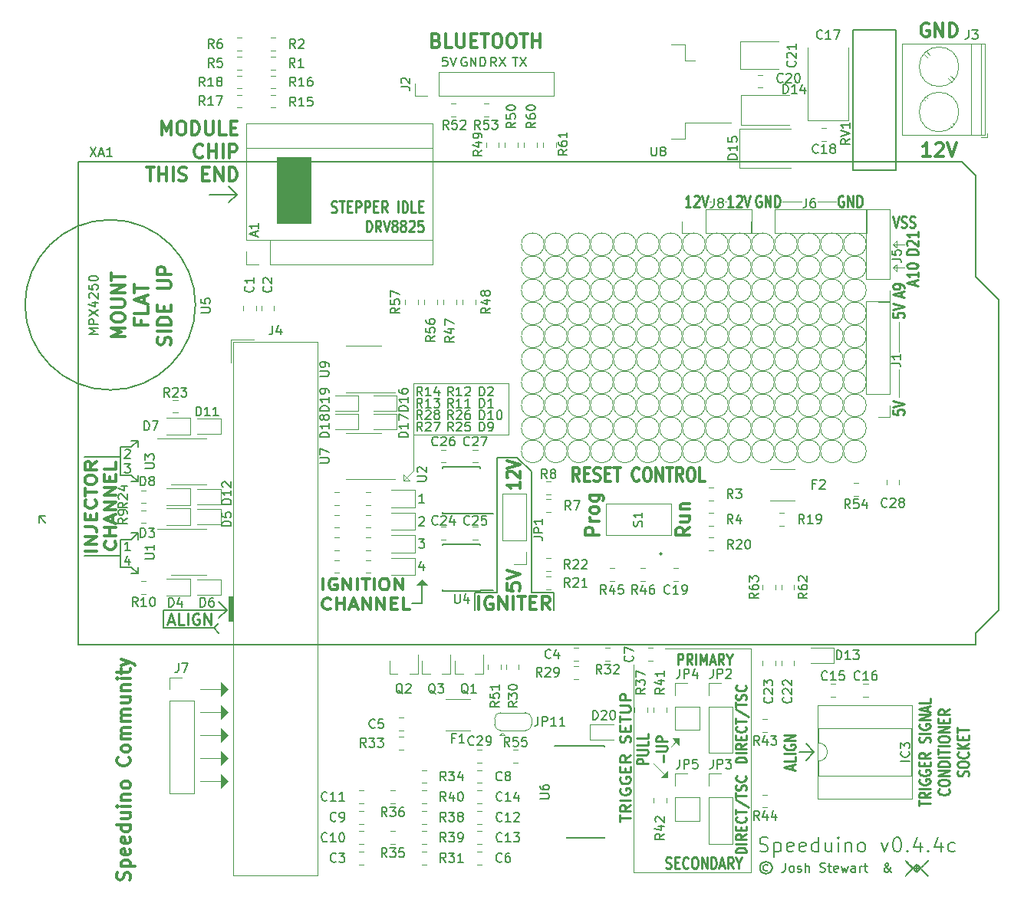
<source format=gto>
G04 #@! TF.GenerationSoftware,KiCad,Pcbnew,(5.1.9-0-10_14)*
G04 #@! TF.CreationDate,2021-06-23T14:37:37+10:00*
G04 #@! TF.ProjectId,v0.4.4c,76302e34-2e34-4632-9e6b-696361645f70,4c*
G04 #@! TF.SameCoordinates,Original*
G04 #@! TF.FileFunction,Legend,Top*
G04 #@! TF.FilePolarity,Positive*
%FSLAX46Y46*%
G04 Gerber Fmt 4.6, Leading zero omitted, Abs format (unit mm)*
G04 Created by KiCad (PCBNEW (5.1.9-0-10_14)) date 2021-06-23 14:37:37*
%MOMM*%
%LPD*%
G01*
G04 APERTURE LIST*
%ADD10C,0.300000*%
%ADD11C,0.100000*%
%ADD12C,0.200000*%
%ADD13C,0.250000*%
%ADD14C,0.120000*%
%ADD15C,0.150000*%
%ADD16C,0.010000*%
G04 APERTURE END LIST*
D10*
X115669142Y-133844571D02*
X115740571Y-133630285D01*
X115740571Y-133273142D01*
X115669142Y-133130285D01*
X115597714Y-133058857D01*
X115454857Y-132987428D01*
X115312000Y-132987428D01*
X115169142Y-133058857D01*
X115097714Y-133130285D01*
X115026285Y-133273142D01*
X114954857Y-133558857D01*
X114883428Y-133701714D01*
X114812000Y-133773142D01*
X114669142Y-133844571D01*
X114526285Y-133844571D01*
X114383428Y-133773142D01*
X114312000Y-133701714D01*
X114240571Y-133558857D01*
X114240571Y-133201714D01*
X114312000Y-132987428D01*
X114740571Y-132344571D02*
X116240571Y-132344571D01*
X114812000Y-132344571D02*
X114740571Y-132201714D01*
X114740571Y-131916000D01*
X114812000Y-131773142D01*
X114883428Y-131701714D01*
X115026285Y-131630285D01*
X115454857Y-131630285D01*
X115597714Y-131701714D01*
X115669142Y-131773142D01*
X115740571Y-131916000D01*
X115740571Y-132201714D01*
X115669142Y-132344571D01*
X115669142Y-130416000D02*
X115740571Y-130558857D01*
X115740571Y-130844571D01*
X115669142Y-130987428D01*
X115526285Y-131058857D01*
X114954857Y-131058857D01*
X114812000Y-130987428D01*
X114740571Y-130844571D01*
X114740571Y-130558857D01*
X114812000Y-130416000D01*
X114954857Y-130344571D01*
X115097714Y-130344571D01*
X115240571Y-131058857D01*
X115669142Y-129130285D02*
X115740571Y-129273142D01*
X115740571Y-129558857D01*
X115669142Y-129701714D01*
X115526285Y-129773142D01*
X114954857Y-129773142D01*
X114812000Y-129701714D01*
X114740571Y-129558857D01*
X114740571Y-129273142D01*
X114812000Y-129130285D01*
X114954857Y-129058857D01*
X115097714Y-129058857D01*
X115240571Y-129773142D01*
X115740571Y-127773142D02*
X114240571Y-127773142D01*
X115669142Y-127773142D02*
X115740571Y-127916000D01*
X115740571Y-128201714D01*
X115669142Y-128344571D01*
X115597714Y-128416000D01*
X115454857Y-128487428D01*
X115026285Y-128487428D01*
X114883428Y-128416000D01*
X114812000Y-128344571D01*
X114740571Y-128201714D01*
X114740571Y-127916000D01*
X114812000Y-127773142D01*
X114740571Y-126416000D02*
X115740571Y-126416000D01*
X114740571Y-127058857D02*
X115526285Y-127058857D01*
X115669142Y-126987428D01*
X115740571Y-126844571D01*
X115740571Y-126630285D01*
X115669142Y-126487428D01*
X115597714Y-126416000D01*
X115740571Y-125701714D02*
X114740571Y-125701714D01*
X114240571Y-125701714D02*
X114312000Y-125773142D01*
X114383428Y-125701714D01*
X114312000Y-125630285D01*
X114240571Y-125701714D01*
X114383428Y-125701714D01*
X114740571Y-124987428D02*
X115740571Y-124987428D01*
X114883428Y-124987428D02*
X114812000Y-124916000D01*
X114740571Y-124773142D01*
X114740571Y-124558857D01*
X114812000Y-124416000D01*
X114954857Y-124344571D01*
X115740571Y-124344571D01*
X115740571Y-123416000D02*
X115669142Y-123558857D01*
X115597714Y-123630285D01*
X115454857Y-123701714D01*
X115026285Y-123701714D01*
X114883428Y-123630285D01*
X114812000Y-123558857D01*
X114740571Y-123416000D01*
X114740571Y-123201714D01*
X114812000Y-123058857D01*
X114883428Y-122987428D01*
X115026285Y-122916000D01*
X115454857Y-122916000D01*
X115597714Y-122987428D01*
X115669142Y-123058857D01*
X115740571Y-123201714D01*
X115740571Y-123416000D01*
X115597714Y-120273142D02*
X115669142Y-120344571D01*
X115740571Y-120558857D01*
X115740571Y-120701714D01*
X115669142Y-120916000D01*
X115526285Y-121058857D01*
X115383428Y-121130285D01*
X115097714Y-121201714D01*
X114883428Y-121201714D01*
X114597714Y-121130285D01*
X114454857Y-121058857D01*
X114312000Y-120916000D01*
X114240571Y-120701714D01*
X114240571Y-120558857D01*
X114312000Y-120344571D01*
X114383428Y-120273142D01*
X115740571Y-119416000D02*
X115669142Y-119558857D01*
X115597714Y-119630285D01*
X115454857Y-119701714D01*
X115026285Y-119701714D01*
X114883428Y-119630285D01*
X114812000Y-119558857D01*
X114740571Y-119416000D01*
X114740571Y-119201714D01*
X114812000Y-119058857D01*
X114883428Y-118987428D01*
X115026285Y-118916000D01*
X115454857Y-118916000D01*
X115597714Y-118987428D01*
X115669142Y-119058857D01*
X115740571Y-119201714D01*
X115740571Y-119416000D01*
X115740571Y-118273142D02*
X114740571Y-118273142D01*
X114883428Y-118273142D02*
X114812000Y-118201714D01*
X114740571Y-118058857D01*
X114740571Y-117844571D01*
X114812000Y-117701714D01*
X114954857Y-117630285D01*
X115740571Y-117630285D01*
X114954857Y-117630285D02*
X114812000Y-117558857D01*
X114740571Y-117416000D01*
X114740571Y-117201714D01*
X114812000Y-117058857D01*
X114954857Y-116987428D01*
X115740571Y-116987428D01*
X115740571Y-116273142D02*
X114740571Y-116273142D01*
X114883428Y-116273142D02*
X114812000Y-116201714D01*
X114740571Y-116058857D01*
X114740571Y-115844571D01*
X114812000Y-115701714D01*
X114954857Y-115630285D01*
X115740571Y-115630285D01*
X114954857Y-115630285D02*
X114812000Y-115558857D01*
X114740571Y-115416000D01*
X114740571Y-115201714D01*
X114812000Y-115058857D01*
X114954857Y-114987428D01*
X115740571Y-114987428D01*
X114740571Y-113630285D02*
X115740571Y-113630285D01*
X114740571Y-114273142D02*
X115526285Y-114273142D01*
X115669142Y-114201714D01*
X115740571Y-114058857D01*
X115740571Y-113844571D01*
X115669142Y-113701714D01*
X115597714Y-113630285D01*
X114740571Y-112916000D02*
X115740571Y-112916000D01*
X114883428Y-112916000D02*
X114812000Y-112844571D01*
X114740571Y-112701714D01*
X114740571Y-112487428D01*
X114812000Y-112344571D01*
X114954857Y-112273142D01*
X115740571Y-112273142D01*
X115740571Y-111558857D02*
X114740571Y-111558857D01*
X114240571Y-111558857D02*
X114312000Y-111630285D01*
X114383428Y-111558857D01*
X114312000Y-111487428D01*
X114240571Y-111558857D01*
X114383428Y-111558857D01*
X114740571Y-111058857D02*
X114740571Y-110487428D01*
X114240571Y-110844571D02*
X115526285Y-110844571D01*
X115669142Y-110773142D01*
X115740571Y-110630285D01*
X115740571Y-110487428D01*
X114740571Y-110130285D02*
X115740571Y-109773142D01*
X114740571Y-109416000D02*
X115740571Y-109773142D01*
X116097714Y-109916000D01*
X116169142Y-109987428D01*
X116240571Y-110130285D01*
D11*
G36*
X148500000Y-101200000D02*
G01*
X147300000Y-101200000D01*
X147900000Y-100600000D01*
X148500000Y-101200000D01*
G37*
X148500000Y-101200000D02*
X147300000Y-101200000D01*
X147900000Y-100600000D01*
X148500000Y-101200000D01*
G36*
X126492000Y-122936000D02*
G01*
X125730000Y-123698000D01*
X125730000Y-122174000D01*
X126492000Y-122936000D01*
G37*
X126492000Y-122936000D02*
X125730000Y-123698000D01*
X125730000Y-122174000D01*
X126492000Y-122936000D01*
G36*
X126492000Y-120396000D02*
G01*
X125730000Y-121158000D01*
X125730000Y-119634000D01*
X126492000Y-120396000D01*
G37*
X126492000Y-120396000D02*
X125730000Y-121158000D01*
X125730000Y-119634000D01*
X126492000Y-120396000D01*
G36*
X126492000Y-117856000D02*
G01*
X125730000Y-118618000D01*
X125730000Y-117094000D01*
X126492000Y-117856000D01*
G37*
X126492000Y-117856000D02*
X125730000Y-118618000D01*
X125730000Y-117094000D01*
X126492000Y-117856000D01*
G36*
X126492000Y-115316000D02*
G01*
X125730000Y-116078000D01*
X125730000Y-114554000D01*
X126492000Y-115316000D01*
G37*
X126492000Y-115316000D02*
X125730000Y-116078000D01*
X125730000Y-114554000D01*
X126492000Y-115316000D01*
G36*
X126492000Y-112776000D02*
G01*
X125730000Y-113538000D01*
X125730000Y-112014000D01*
X126492000Y-112776000D01*
G37*
X126492000Y-112776000D02*
X125730000Y-113538000D01*
X125730000Y-112014000D01*
X126492000Y-112776000D01*
G36*
X176300000Y-118900000D02*
G01*
X175600000Y-118200000D01*
X176300000Y-118200000D01*
X176300000Y-118900000D01*
G37*
X176300000Y-118900000D02*
X175600000Y-118200000D01*
X176300000Y-118200000D01*
X176300000Y-118900000D01*
G36*
X175000000Y-122500000D02*
G01*
X174300000Y-122500000D01*
X175000000Y-121800000D01*
X175000000Y-122500000D01*
G37*
X175000000Y-122500000D02*
X174300000Y-122500000D01*
X175000000Y-121800000D01*
X175000000Y-122500000D01*
D12*
X158450000Y-87150000D02*
X160000000Y-88700000D01*
X153800000Y-102100000D02*
X153800000Y-104000000D01*
X156200000Y-102100000D02*
X153800000Y-102100000D01*
X162500000Y-102100000D02*
X162500000Y-104000000D01*
X160000000Y-102100000D02*
X162500000Y-102100000D01*
X160000000Y-102100000D02*
X160000000Y-88700000D01*
X156200000Y-87150000D02*
X158450000Y-87150000D01*
X156200000Y-102100000D02*
X156200000Y-87150000D01*
X116553553Y-95496447D02*
X115846447Y-95496447D01*
X116553553Y-95496447D02*
X116553553Y-96203553D01*
X115850000Y-96200000D02*
X116553553Y-95496447D01*
X115850000Y-99300000D02*
X116553553Y-100003553D01*
X116553553Y-100003553D02*
X115846447Y-100003553D01*
X116553553Y-100003553D02*
X116553553Y-99296447D01*
X115850000Y-89100000D02*
X116553553Y-89803553D01*
X116553553Y-89803553D02*
X115846447Y-89803553D01*
X116553553Y-89803553D02*
X116553553Y-89096447D01*
X115850000Y-86000000D02*
X116553553Y-85296447D01*
X116553553Y-85296447D02*
X116553553Y-86003553D01*
X116553553Y-85296447D02*
X115846447Y-85296447D01*
X105646447Y-93646447D02*
X105646447Y-94353553D01*
X105646447Y-93646447D02*
X106353553Y-93646447D01*
X106353553Y-94353553D02*
X105646447Y-93646447D01*
X114650000Y-89100000D02*
X115850000Y-89100000D01*
X114650000Y-87100000D02*
X114650000Y-89100000D01*
X114650000Y-86000000D02*
X115850000Y-86000000D01*
X114650000Y-87100000D02*
X114650000Y-86000000D01*
X110700000Y-87100000D02*
X114650000Y-87100000D01*
X114650000Y-99300000D02*
X115850000Y-99300000D01*
X114650000Y-98000000D02*
X114650000Y-99300000D01*
X114650000Y-96200000D02*
X115850000Y-96200000D01*
X114650000Y-98000000D02*
X114650000Y-96200000D01*
X110650000Y-98000000D02*
X114650000Y-98000000D01*
X147900000Y-103300000D02*
X147900000Y-100700000D01*
X146850000Y-103300000D02*
X147900000Y-103300000D01*
D13*
X169770238Y-127363095D02*
X169770238Y-126648809D01*
X170920238Y-127005952D02*
X169770238Y-127005952D01*
X170920238Y-125517857D02*
X170372619Y-125934523D01*
X170920238Y-126232142D02*
X169770238Y-126232142D01*
X169770238Y-125755952D01*
X169825000Y-125636904D01*
X169879761Y-125577380D01*
X169989285Y-125517857D01*
X170153571Y-125517857D01*
X170263095Y-125577380D01*
X170317857Y-125636904D01*
X170372619Y-125755952D01*
X170372619Y-126232142D01*
X170920238Y-124982142D02*
X169770238Y-124982142D01*
X169825000Y-123732142D02*
X169770238Y-123851190D01*
X169770238Y-124029761D01*
X169825000Y-124208333D01*
X169934523Y-124327380D01*
X170044047Y-124386904D01*
X170263095Y-124446428D01*
X170427380Y-124446428D01*
X170646428Y-124386904D01*
X170755952Y-124327380D01*
X170865476Y-124208333D01*
X170920238Y-124029761D01*
X170920238Y-123910714D01*
X170865476Y-123732142D01*
X170810714Y-123672619D01*
X170427380Y-123672619D01*
X170427380Y-123910714D01*
X169825000Y-122482142D02*
X169770238Y-122601190D01*
X169770238Y-122779761D01*
X169825000Y-122958333D01*
X169934523Y-123077380D01*
X170044047Y-123136904D01*
X170263095Y-123196428D01*
X170427380Y-123196428D01*
X170646428Y-123136904D01*
X170755952Y-123077380D01*
X170865476Y-122958333D01*
X170920238Y-122779761D01*
X170920238Y-122660714D01*
X170865476Y-122482142D01*
X170810714Y-122422619D01*
X170427380Y-122422619D01*
X170427380Y-122660714D01*
X170317857Y-121886904D02*
X170317857Y-121470238D01*
X170920238Y-121291666D02*
X170920238Y-121886904D01*
X169770238Y-121886904D01*
X169770238Y-121291666D01*
X170920238Y-120041666D02*
X170372619Y-120458333D01*
X170920238Y-120755952D02*
X169770238Y-120755952D01*
X169770238Y-120279761D01*
X169825000Y-120160714D01*
X169879761Y-120101190D01*
X169989285Y-120041666D01*
X170153571Y-120041666D01*
X170263095Y-120101190D01*
X170317857Y-120160714D01*
X170372619Y-120279761D01*
X170372619Y-120755952D01*
X170865476Y-118613095D02*
X170920238Y-118434523D01*
X170920238Y-118136904D01*
X170865476Y-118017857D01*
X170810714Y-117958333D01*
X170701190Y-117898809D01*
X170591666Y-117898809D01*
X170482142Y-117958333D01*
X170427380Y-118017857D01*
X170372619Y-118136904D01*
X170317857Y-118375000D01*
X170263095Y-118494047D01*
X170208333Y-118553571D01*
X170098809Y-118613095D01*
X169989285Y-118613095D01*
X169879761Y-118553571D01*
X169825000Y-118494047D01*
X169770238Y-118375000D01*
X169770238Y-118077380D01*
X169825000Y-117898809D01*
X170317857Y-117363095D02*
X170317857Y-116946428D01*
X170920238Y-116767857D02*
X170920238Y-117363095D01*
X169770238Y-117363095D01*
X169770238Y-116767857D01*
X169770238Y-116410714D02*
X169770238Y-115696428D01*
X170920238Y-116053571D02*
X169770238Y-116053571D01*
X169770238Y-115279761D02*
X170701190Y-115279761D01*
X170810714Y-115220238D01*
X170865476Y-115160714D01*
X170920238Y-115041666D01*
X170920238Y-114803571D01*
X170865476Y-114684523D01*
X170810714Y-114625000D01*
X170701190Y-114565476D01*
X169770238Y-114565476D01*
X170920238Y-113970238D02*
X169770238Y-113970238D01*
X169770238Y-113494047D01*
X169825000Y-113375000D01*
X169879761Y-113315476D01*
X169989285Y-113255952D01*
X170153571Y-113255952D01*
X170263095Y-113315476D01*
X170317857Y-113375000D01*
X170372619Y-113494047D01*
X170372619Y-113970238D01*
D14*
X171250000Y-133000000D02*
X184250000Y-133000000D01*
X171250000Y-110000000D02*
X171250000Y-133000000D01*
X184250000Y-108250000D02*
X174750000Y-108250000D01*
X184250000Y-133000000D02*
X184250000Y-108250000D01*
X126600000Y-102500000D02*
X126600000Y-105200000D01*
X126650000Y-102500000D02*
X126650000Y-105200000D01*
X126700000Y-102500000D02*
X126700000Y-105200000D01*
X126750000Y-102500000D02*
X126750000Y-105200000D01*
D12*
X124950000Y-106000000D02*
X125500000Y-106550000D01*
X124950000Y-106000000D02*
X125500000Y-105450000D01*
X119400000Y-106000000D02*
X125000000Y-106000000D01*
X119400000Y-106000000D02*
X119400000Y-104000000D01*
X127500000Y-58100000D02*
X126600000Y-57200000D01*
X124500000Y-58100000D02*
X127500000Y-58100000D01*
X127500000Y-58100000D02*
X126600000Y-59000000D01*
D11*
G36*
X135600000Y-61300000D02*
G01*
X131900000Y-61300000D01*
X131900000Y-54000000D01*
X135600000Y-54000000D01*
X135600000Y-61300000D01*
G37*
X135600000Y-61300000D02*
X131900000Y-61300000D01*
X131900000Y-54000000D01*
X135600000Y-54000000D01*
X135600000Y-61300000D01*
D12*
X126400000Y-104000000D02*
X125500000Y-103100000D01*
X119400000Y-104000000D02*
X126400000Y-104000000D01*
X126400000Y-104000000D02*
X125500000Y-104900000D01*
D13*
X119919047Y-105258333D02*
X120514285Y-105258333D01*
X119800000Y-105615476D02*
X120216666Y-104365476D01*
X120633333Y-105615476D01*
X121645238Y-105615476D02*
X121050000Y-105615476D01*
X121050000Y-104365476D01*
X122061904Y-105615476D02*
X122061904Y-104365476D01*
X123311904Y-104425000D02*
X123192857Y-104365476D01*
X123014285Y-104365476D01*
X122835714Y-104425000D01*
X122716666Y-104544047D01*
X122657142Y-104663095D01*
X122597619Y-104901190D01*
X122597619Y-105079761D01*
X122657142Y-105317857D01*
X122716666Y-105436904D01*
X122835714Y-105555952D01*
X123014285Y-105615476D01*
X123133333Y-105615476D01*
X123311904Y-105555952D01*
X123371428Y-105496428D01*
X123371428Y-105079761D01*
X123133333Y-105079761D01*
X123907142Y-105615476D02*
X123907142Y-104365476D01*
X124621428Y-105615476D01*
X124621428Y-104365476D01*
D14*
X200300000Y-65800000D02*
X199900000Y-66200000D01*
X200300000Y-66600000D02*
X200300000Y-65800000D01*
X199900000Y-66200000D02*
X200300000Y-66600000D01*
X201200000Y-66200000D02*
X199900000Y-66200000D01*
X200300000Y-63200000D02*
X199900000Y-63600000D01*
X200300000Y-64000000D02*
X200300000Y-63200000D01*
X199900000Y-63600000D02*
X200300000Y-64000000D01*
X201200000Y-63600000D02*
X199900000Y-63600000D01*
D13*
X183720238Y-130814285D02*
X182570238Y-130814285D01*
X182570238Y-130576190D01*
X182625000Y-130433333D01*
X182734523Y-130338095D01*
X182844047Y-130290476D01*
X183063095Y-130242857D01*
X183227380Y-130242857D01*
X183446428Y-130290476D01*
X183555952Y-130338095D01*
X183665476Y-130433333D01*
X183720238Y-130576190D01*
X183720238Y-130814285D01*
X183720238Y-129814285D02*
X182570238Y-129814285D01*
X183720238Y-128766666D02*
X183172619Y-129100000D01*
X183720238Y-129338095D02*
X182570238Y-129338095D01*
X182570238Y-128957142D01*
X182625000Y-128861904D01*
X182679761Y-128814285D01*
X182789285Y-128766666D01*
X182953571Y-128766666D01*
X183063095Y-128814285D01*
X183117857Y-128861904D01*
X183172619Y-128957142D01*
X183172619Y-129338095D01*
X183117857Y-128338095D02*
X183117857Y-128004761D01*
X183720238Y-127861904D02*
X183720238Y-128338095D01*
X182570238Y-128338095D01*
X182570238Y-127861904D01*
X183610714Y-126861904D02*
X183665476Y-126909523D01*
X183720238Y-127052380D01*
X183720238Y-127147619D01*
X183665476Y-127290476D01*
X183555952Y-127385714D01*
X183446428Y-127433333D01*
X183227380Y-127480952D01*
X183063095Y-127480952D01*
X182844047Y-127433333D01*
X182734523Y-127385714D01*
X182625000Y-127290476D01*
X182570238Y-127147619D01*
X182570238Y-127052380D01*
X182625000Y-126909523D01*
X182679761Y-126861904D01*
X182570238Y-126576190D02*
X182570238Y-126004761D01*
X183720238Y-126290476D02*
X182570238Y-126290476D01*
X182515476Y-124957142D02*
X183994047Y-125814285D01*
X182570238Y-124766666D02*
X182570238Y-124195238D01*
X183720238Y-124480952D02*
X182570238Y-124480952D01*
X183665476Y-123909523D02*
X183720238Y-123766666D01*
X183720238Y-123528571D01*
X183665476Y-123433333D01*
X183610714Y-123385714D01*
X183501190Y-123338095D01*
X183391666Y-123338095D01*
X183282142Y-123385714D01*
X183227380Y-123433333D01*
X183172619Y-123528571D01*
X183117857Y-123719047D01*
X183063095Y-123814285D01*
X183008333Y-123861904D01*
X182898809Y-123909523D01*
X182789285Y-123909523D01*
X182679761Y-123861904D01*
X182625000Y-123814285D01*
X182570238Y-123719047D01*
X182570238Y-123480952D01*
X182625000Y-123338095D01*
X183610714Y-122338095D02*
X183665476Y-122385714D01*
X183720238Y-122528571D01*
X183720238Y-122623809D01*
X183665476Y-122766666D01*
X183555952Y-122861904D01*
X183446428Y-122909523D01*
X183227380Y-122957142D01*
X183063095Y-122957142D01*
X182844047Y-122909523D01*
X182734523Y-122861904D01*
X182625000Y-122766666D01*
X182570238Y-122623809D01*
X182570238Y-122528571D01*
X182625000Y-122385714D01*
X182679761Y-122338095D01*
X183720238Y-120814285D02*
X182570238Y-120814285D01*
X182570238Y-120576190D01*
X182625000Y-120433333D01*
X182734523Y-120338095D01*
X182844047Y-120290476D01*
X183063095Y-120242857D01*
X183227380Y-120242857D01*
X183446428Y-120290476D01*
X183555952Y-120338095D01*
X183665476Y-120433333D01*
X183720238Y-120576190D01*
X183720238Y-120814285D01*
X183720238Y-119814285D02*
X182570238Y-119814285D01*
X183720238Y-118766666D02*
X183172619Y-119100000D01*
X183720238Y-119338095D02*
X182570238Y-119338095D01*
X182570238Y-118957142D01*
X182625000Y-118861904D01*
X182679761Y-118814285D01*
X182789285Y-118766666D01*
X182953571Y-118766666D01*
X183063095Y-118814285D01*
X183117857Y-118861904D01*
X183172619Y-118957142D01*
X183172619Y-119338095D01*
X183117857Y-118338095D02*
X183117857Y-118004761D01*
X183720238Y-117861904D02*
X183720238Y-118338095D01*
X182570238Y-118338095D01*
X182570238Y-117861904D01*
X183610714Y-116861904D02*
X183665476Y-116909523D01*
X183720238Y-117052380D01*
X183720238Y-117147619D01*
X183665476Y-117290476D01*
X183555952Y-117385714D01*
X183446428Y-117433333D01*
X183227380Y-117480952D01*
X183063095Y-117480952D01*
X182844047Y-117433333D01*
X182734523Y-117385714D01*
X182625000Y-117290476D01*
X182570238Y-117147619D01*
X182570238Y-117052380D01*
X182625000Y-116909523D01*
X182679761Y-116861904D01*
X182570238Y-116576190D02*
X182570238Y-116004761D01*
X183720238Y-116290476D02*
X182570238Y-116290476D01*
X182515476Y-114957142D02*
X183994047Y-115814285D01*
X182570238Y-114766666D02*
X182570238Y-114195238D01*
X183720238Y-114480952D02*
X182570238Y-114480952D01*
X183665476Y-113909523D02*
X183720238Y-113766666D01*
X183720238Y-113528571D01*
X183665476Y-113433333D01*
X183610714Y-113385714D01*
X183501190Y-113338095D01*
X183391666Y-113338095D01*
X183282142Y-113385714D01*
X183227380Y-113433333D01*
X183172619Y-113528571D01*
X183117857Y-113719047D01*
X183063095Y-113814285D01*
X183008333Y-113861904D01*
X182898809Y-113909523D01*
X182789285Y-113909523D01*
X182679761Y-113861904D01*
X182625000Y-113814285D01*
X182570238Y-113719047D01*
X182570238Y-113480952D01*
X182625000Y-113338095D01*
X183610714Y-112338095D02*
X183665476Y-112385714D01*
X183720238Y-112528571D01*
X183720238Y-112623809D01*
X183665476Y-112766666D01*
X183555952Y-112861904D01*
X183446428Y-112909523D01*
X183227380Y-112957142D01*
X183063095Y-112957142D01*
X182844047Y-112909523D01*
X182734523Y-112861904D01*
X182625000Y-112766666D01*
X182570238Y-112623809D01*
X182570238Y-112528571D01*
X182625000Y-112385714D01*
X182679761Y-112338095D01*
D14*
X176300000Y-118900000D02*
X176300000Y-118200000D01*
X175600000Y-118200000D02*
X176300000Y-118900000D01*
X176300000Y-118200000D02*
X175600000Y-118200000D01*
X175400000Y-119100000D02*
X176300000Y-118200000D01*
X174300000Y-122500000D02*
X175000000Y-122500000D01*
X175000000Y-121800000D02*
X174300000Y-122500000D01*
X175000000Y-122500000D02*
X175000000Y-121800000D01*
X173500000Y-121000000D02*
X175000000Y-122500000D01*
D13*
X172902976Y-120995238D02*
X171652976Y-120995238D01*
X171652976Y-120614285D01*
X171712500Y-120519047D01*
X171772023Y-120471428D01*
X171891071Y-120423809D01*
X172069642Y-120423809D01*
X172188690Y-120471428D01*
X172248214Y-120519047D01*
X172307738Y-120614285D01*
X172307738Y-120995238D01*
X171652976Y-119995238D02*
X172664880Y-119995238D01*
X172783928Y-119947619D01*
X172843452Y-119900000D01*
X172902976Y-119804761D01*
X172902976Y-119614285D01*
X172843452Y-119519047D01*
X172783928Y-119471428D01*
X172664880Y-119423809D01*
X171652976Y-119423809D01*
X172902976Y-118471428D02*
X172902976Y-118947619D01*
X171652976Y-118947619D01*
X172902976Y-117661904D02*
X172902976Y-118138095D01*
X171652976Y-118138095D01*
X174551785Y-120804761D02*
X174551785Y-120042857D01*
X173777976Y-119566666D02*
X174789880Y-119566666D01*
X174908928Y-119519047D01*
X174968452Y-119471428D01*
X175027976Y-119376190D01*
X175027976Y-119185714D01*
X174968452Y-119090476D01*
X174908928Y-119042857D01*
X174789880Y-118995238D01*
X173777976Y-118995238D01*
X175027976Y-118519047D02*
X173777976Y-118519047D01*
X173777976Y-118138095D01*
X173837500Y-118042857D01*
X173897023Y-117995238D01*
X174016071Y-117947619D01*
X174194642Y-117947619D01*
X174313690Y-117995238D01*
X174373214Y-118042857D01*
X174432738Y-118138095D01*
X174432738Y-118519047D01*
X176171428Y-110065476D02*
X176171428Y-108815476D01*
X176552380Y-108815476D01*
X176647619Y-108875000D01*
X176695238Y-108934523D01*
X176742857Y-109053571D01*
X176742857Y-109232142D01*
X176695238Y-109351190D01*
X176647619Y-109410714D01*
X176552380Y-109470238D01*
X176171428Y-109470238D01*
X177742857Y-110065476D02*
X177409523Y-109470238D01*
X177171428Y-110065476D02*
X177171428Y-108815476D01*
X177552380Y-108815476D01*
X177647619Y-108875000D01*
X177695238Y-108934523D01*
X177742857Y-109053571D01*
X177742857Y-109232142D01*
X177695238Y-109351190D01*
X177647619Y-109410714D01*
X177552380Y-109470238D01*
X177171428Y-109470238D01*
X178171428Y-110065476D02*
X178171428Y-108815476D01*
X178647619Y-110065476D02*
X178647619Y-108815476D01*
X178980952Y-109708333D01*
X179314285Y-108815476D01*
X179314285Y-110065476D01*
X179742857Y-109708333D02*
X180219047Y-109708333D01*
X179647619Y-110065476D02*
X179980952Y-108815476D01*
X180314285Y-110065476D01*
X181219047Y-110065476D02*
X180885714Y-109470238D01*
X180647619Y-110065476D02*
X180647619Y-108815476D01*
X181028571Y-108815476D01*
X181123809Y-108875000D01*
X181171428Y-108934523D01*
X181219047Y-109053571D01*
X181219047Y-109232142D01*
X181171428Y-109351190D01*
X181123809Y-109410714D01*
X181028571Y-109470238D01*
X180647619Y-109470238D01*
X181838095Y-109470238D02*
X181838095Y-110065476D01*
X181504761Y-108815476D02*
X181838095Y-109470238D01*
X182171428Y-108815476D01*
X174857142Y-132505952D02*
X175000000Y-132565476D01*
X175238095Y-132565476D01*
X175333333Y-132505952D01*
X175380952Y-132446428D01*
X175428571Y-132327380D01*
X175428571Y-132208333D01*
X175380952Y-132089285D01*
X175333333Y-132029761D01*
X175238095Y-131970238D01*
X175047619Y-131910714D01*
X174952380Y-131851190D01*
X174904761Y-131791666D01*
X174857142Y-131672619D01*
X174857142Y-131553571D01*
X174904761Y-131434523D01*
X174952380Y-131375000D01*
X175047619Y-131315476D01*
X175285714Y-131315476D01*
X175428571Y-131375000D01*
X175857142Y-131910714D02*
X176190476Y-131910714D01*
X176333333Y-132565476D02*
X175857142Y-132565476D01*
X175857142Y-131315476D01*
X176333333Y-131315476D01*
X177333333Y-132446428D02*
X177285714Y-132505952D01*
X177142857Y-132565476D01*
X177047619Y-132565476D01*
X176904761Y-132505952D01*
X176809523Y-132386904D01*
X176761904Y-132267857D01*
X176714285Y-132029761D01*
X176714285Y-131851190D01*
X176761904Y-131613095D01*
X176809523Y-131494047D01*
X176904761Y-131375000D01*
X177047619Y-131315476D01*
X177142857Y-131315476D01*
X177285714Y-131375000D01*
X177333333Y-131434523D01*
X177952380Y-131315476D02*
X178142857Y-131315476D01*
X178238095Y-131375000D01*
X178333333Y-131494047D01*
X178380952Y-131732142D01*
X178380952Y-132148809D01*
X178333333Y-132386904D01*
X178238095Y-132505952D01*
X178142857Y-132565476D01*
X177952380Y-132565476D01*
X177857142Y-132505952D01*
X177761904Y-132386904D01*
X177714285Y-132148809D01*
X177714285Y-131732142D01*
X177761904Y-131494047D01*
X177857142Y-131375000D01*
X177952380Y-131315476D01*
X178809523Y-132565476D02*
X178809523Y-131315476D01*
X179380952Y-132565476D01*
X179380952Y-131315476D01*
X179857142Y-132565476D02*
X179857142Y-131315476D01*
X180095238Y-131315476D01*
X180238095Y-131375000D01*
X180333333Y-131494047D01*
X180380952Y-131613095D01*
X180428571Y-131851190D01*
X180428571Y-132029761D01*
X180380952Y-132267857D01*
X180333333Y-132386904D01*
X180238095Y-132505952D01*
X180095238Y-132565476D01*
X179857142Y-132565476D01*
X180809523Y-132208333D02*
X181285714Y-132208333D01*
X180714285Y-132565476D02*
X181047619Y-131315476D01*
X181380952Y-132565476D01*
X182285714Y-132565476D02*
X181952380Y-131970238D01*
X181714285Y-132565476D02*
X181714285Y-131315476D01*
X182095238Y-131315476D01*
X182190476Y-131375000D01*
X182238095Y-131434523D01*
X182285714Y-131553571D01*
X182285714Y-131732142D01*
X182238095Y-131851190D01*
X182190476Y-131910714D01*
X182095238Y-131970238D01*
X181714285Y-131970238D01*
X182904761Y-131970238D02*
X182904761Y-132565476D01*
X182571428Y-131315476D02*
X182904761Y-131970238D01*
X183238095Y-131315476D01*
D12*
X191200000Y-119700000D02*
X190300000Y-118800000D01*
X191200000Y-119700000D02*
X190300000Y-120600000D01*
X189600000Y-119700000D02*
X191200000Y-119700000D01*
D13*
X188808333Y-121604761D02*
X188808333Y-121128571D01*
X189165476Y-121700000D02*
X187915476Y-121366666D01*
X189165476Y-121033333D01*
X189165476Y-120223809D02*
X189165476Y-120700000D01*
X187915476Y-120700000D01*
X189165476Y-119890476D02*
X187915476Y-119890476D01*
X187975000Y-118890476D02*
X187915476Y-118985714D01*
X187915476Y-119128571D01*
X187975000Y-119271428D01*
X188094047Y-119366666D01*
X188213095Y-119414285D01*
X188451190Y-119461904D01*
X188629761Y-119461904D01*
X188867857Y-119414285D01*
X188986904Y-119366666D01*
X189105952Y-119271428D01*
X189165476Y-119128571D01*
X189165476Y-119033333D01*
X189105952Y-118890476D01*
X189046428Y-118842857D01*
X188629761Y-118842857D01*
X188629761Y-119033333D01*
X189165476Y-118414285D02*
X187915476Y-118414285D01*
X189165476Y-117842857D01*
X187915476Y-117842857D01*
X202790476Y-125628571D02*
X202790476Y-125057142D01*
X204040476Y-125342857D02*
X202790476Y-125342857D01*
X204040476Y-124152380D02*
X203445238Y-124485714D01*
X204040476Y-124723809D02*
X202790476Y-124723809D01*
X202790476Y-124342857D01*
X202850000Y-124247619D01*
X202909523Y-124200000D01*
X203028571Y-124152380D01*
X203207142Y-124152380D01*
X203326190Y-124200000D01*
X203385714Y-124247619D01*
X203445238Y-124342857D01*
X203445238Y-124723809D01*
X204040476Y-123723809D02*
X202790476Y-123723809D01*
X202850000Y-122723809D02*
X202790476Y-122819047D01*
X202790476Y-122961904D01*
X202850000Y-123104761D01*
X202969047Y-123200000D01*
X203088095Y-123247619D01*
X203326190Y-123295238D01*
X203504761Y-123295238D01*
X203742857Y-123247619D01*
X203861904Y-123200000D01*
X203980952Y-123104761D01*
X204040476Y-122961904D01*
X204040476Y-122866666D01*
X203980952Y-122723809D01*
X203921428Y-122676190D01*
X203504761Y-122676190D01*
X203504761Y-122866666D01*
X202850000Y-121723809D02*
X202790476Y-121819047D01*
X202790476Y-121961904D01*
X202850000Y-122104761D01*
X202969047Y-122200000D01*
X203088095Y-122247619D01*
X203326190Y-122295238D01*
X203504761Y-122295238D01*
X203742857Y-122247619D01*
X203861904Y-122200000D01*
X203980952Y-122104761D01*
X204040476Y-121961904D01*
X204040476Y-121866666D01*
X203980952Y-121723809D01*
X203921428Y-121676190D01*
X203504761Y-121676190D01*
X203504761Y-121866666D01*
X203385714Y-121247619D02*
X203385714Y-120914285D01*
X204040476Y-120771428D02*
X204040476Y-121247619D01*
X202790476Y-121247619D01*
X202790476Y-120771428D01*
X204040476Y-119771428D02*
X203445238Y-120104761D01*
X204040476Y-120342857D02*
X202790476Y-120342857D01*
X202790476Y-119961904D01*
X202850000Y-119866666D01*
X202909523Y-119819047D01*
X203028571Y-119771428D01*
X203207142Y-119771428D01*
X203326190Y-119819047D01*
X203385714Y-119866666D01*
X203445238Y-119961904D01*
X203445238Y-120342857D01*
X203980952Y-118628571D02*
X204040476Y-118485714D01*
X204040476Y-118247619D01*
X203980952Y-118152380D01*
X203921428Y-118104761D01*
X203802380Y-118057142D01*
X203683333Y-118057142D01*
X203564285Y-118104761D01*
X203504761Y-118152380D01*
X203445238Y-118247619D01*
X203385714Y-118438095D01*
X203326190Y-118533333D01*
X203266666Y-118580952D01*
X203147619Y-118628571D01*
X203028571Y-118628571D01*
X202909523Y-118580952D01*
X202850000Y-118533333D01*
X202790476Y-118438095D01*
X202790476Y-118200000D01*
X202850000Y-118057142D01*
X204040476Y-117628571D02*
X202790476Y-117628571D01*
X202850000Y-116628571D02*
X202790476Y-116723809D01*
X202790476Y-116866666D01*
X202850000Y-117009523D01*
X202969047Y-117104761D01*
X203088095Y-117152380D01*
X203326190Y-117200000D01*
X203504761Y-117200000D01*
X203742857Y-117152380D01*
X203861904Y-117104761D01*
X203980952Y-117009523D01*
X204040476Y-116866666D01*
X204040476Y-116771428D01*
X203980952Y-116628571D01*
X203921428Y-116580952D01*
X203504761Y-116580952D01*
X203504761Y-116771428D01*
X204040476Y-116152380D02*
X202790476Y-116152380D01*
X204040476Y-115580952D01*
X202790476Y-115580952D01*
X203683333Y-115152380D02*
X203683333Y-114676190D01*
X204040476Y-115247619D02*
X202790476Y-114914285D01*
X204040476Y-114580952D01*
X204040476Y-113771428D02*
X204040476Y-114247619D01*
X202790476Y-114247619D01*
X206046428Y-123795238D02*
X206105952Y-123842857D01*
X206165476Y-123985714D01*
X206165476Y-124080952D01*
X206105952Y-124223809D01*
X205986904Y-124319047D01*
X205867857Y-124366666D01*
X205629761Y-124414285D01*
X205451190Y-124414285D01*
X205213095Y-124366666D01*
X205094047Y-124319047D01*
X204975000Y-124223809D01*
X204915476Y-124080952D01*
X204915476Y-123985714D01*
X204975000Y-123842857D01*
X205034523Y-123795238D01*
X204915476Y-123176190D02*
X204915476Y-122985714D01*
X204975000Y-122890476D01*
X205094047Y-122795238D01*
X205332142Y-122747619D01*
X205748809Y-122747619D01*
X205986904Y-122795238D01*
X206105952Y-122890476D01*
X206165476Y-122985714D01*
X206165476Y-123176190D01*
X206105952Y-123271428D01*
X205986904Y-123366666D01*
X205748809Y-123414285D01*
X205332142Y-123414285D01*
X205094047Y-123366666D01*
X204975000Y-123271428D01*
X204915476Y-123176190D01*
X206165476Y-122319047D02*
X204915476Y-122319047D01*
X206165476Y-121747619D01*
X204915476Y-121747619D01*
X206165476Y-121271428D02*
X204915476Y-121271428D01*
X204915476Y-121033333D01*
X204975000Y-120890476D01*
X205094047Y-120795238D01*
X205213095Y-120747619D01*
X205451190Y-120700000D01*
X205629761Y-120700000D01*
X205867857Y-120747619D01*
X205986904Y-120795238D01*
X206105952Y-120890476D01*
X206165476Y-121033333D01*
X206165476Y-121271428D01*
X206165476Y-120271428D02*
X204915476Y-120271428D01*
X204915476Y-119938095D02*
X204915476Y-119366666D01*
X206165476Y-119652380D02*
X204915476Y-119652380D01*
X206165476Y-119033333D02*
X204915476Y-119033333D01*
X204915476Y-118366666D02*
X204915476Y-118176190D01*
X204975000Y-118080952D01*
X205094047Y-117985714D01*
X205332142Y-117938095D01*
X205748809Y-117938095D01*
X205986904Y-117985714D01*
X206105952Y-118080952D01*
X206165476Y-118176190D01*
X206165476Y-118366666D01*
X206105952Y-118461904D01*
X205986904Y-118557142D01*
X205748809Y-118604761D01*
X205332142Y-118604761D01*
X205094047Y-118557142D01*
X204975000Y-118461904D01*
X204915476Y-118366666D01*
X206165476Y-117509523D02*
X204915476Y-117509523D01*
X206165476Y-116938095D01*
X204915476Y-116938095D01*
X205510714Y-116461904D02*
X205510714Y-116128571D01*
X206165476Y-115985714D02*
X206165476Y-116461904D01*
X204915476Y-116461904D01*
X204915476Y-115985714D01*
X206165476Y-114985714D02*
X205570238Y-115319047D01*
X206165476Y-115557142D02*
X204915476Y-115557142D01*
X204915476Y-115176190D01*
X204975000Y-115080952D01*
X205034523Y-115033333D01*
X205153571Y-114985714D01*
X205332142Y-114985714D01*
X205451190Y-115033333D01*
X205510714Y-115080952D01*
X205570238Y-115176190D01*
X205570238Y-115557142D01*
X208230952Y-122342857D02*
X208290476Y-122200000D01*
X208290476Y-121961904D01*
X208230952Y-121866666D01*
X208171428Y-121819047D01*
X208052380Y-121771428D01*
X207933333Y-121771428D01*
X207814285Y-121819047D01*
X207754761Y-121866666D01*
X207695238Y-121961904D01*
X207635714Y-122152380D01*
X207576190Y-122247619D01*
X207516666Y-122295238D01*
X207397619Y-122342857D01*
X207278571Y-122342857D01*
X207159523Y-122295238D01*
X207100000Y-122247619D01*
X207040476Y-122152380D01*
X207040476Y-121914285D01*
X207100000Y-121771428D01*
X207040476Y-121152380D02*
X207040476Y-120961904D01*
X207100000Y-120866666D01*
X207219047Y-120771428D01*
X207457142Y-120723809D01*
X207873809Y-120723809D01*
X208111904Y-120771428D01*
X208230952Y-120866666D01*
X208290476Y-120961904D01*
X208290476Y-121152380D01*
X208230952Y-121247619D01*
X208111904Y-121342857D01*
X207873809Y-121390476D01*
X207457142Y-121390476D01*
X207219047Y-121342857D01*
X207100000Y-121247619D01*
X207040476Y-121152380D01*
X208171428Y-119723809D02*
X208230952Y-119771428D01*
X208290476Y-119914285D01*
X208290476Y-120009523D01*
X208230952Y-120152380D01*
X208111904Y-120247619D01*
X207992857Y-120295238D01*
X207754761Y-120342857D01*
X207576190Y-120342857D01*
X207338095Y-120295238D01*
X207219047Y-120247619D01*
X207100000Y-120152380D01*
X207040476Y-120009523D01*
X207040476Y-119914285D01*
X207100000Y-119771428D01*
X207159523Y-119723809D01*
X208290476Y-119295238D02*
X207040476Y-119295238D01*
X208290476Y-118723809D02*
X207576190Y-119152380D01*
X207040476Y-118723809D02*
X207754761Y-119295238D01*
X207635714Y-118295238D02*
X207635714Y-117961904D01*
X208290476Y-117819047D02*
X208290476Y-118295238D01*
X207040476Y-118295238D01*
X207040476Y-117819047D01*
X207040476Y-117533333D02*
X207040476Y-116961904D01*
X208290476Y-117247619D02*
X207040476Y-117247619D01*
D10*
X165311904Y-89778571D02*
X164895238Y-89064285D01*
X164597619Y-89778571D02*
X164597619Y-88278571D01*
X165073809Y-88278571D01*
X165192857Y-88350000D01*
X165252380Y-88421428D01*
X165311904Y-88564285D01*
X165311904Y-88778571D01*
X165252380Y-88921428D01*
X165192857Y-88992857D01*
X165073809Y-89064285D01*
X164597619Y-89064285D01*
X165847619Y-88992857D02*
X166264285Y-88992857D01*
X166442857Y-89778571D02*
X165847619Y-89778571D01*
X165847619Y-88278571D01*
X166442857Y-88278571D01*
X166919047Y-89707142D02*
X167097619Y-89778571D01*
X167395238Y-89778571D01*
X167514285Y-89707142D01*
X167573809Y-89635714D01*
X167633333Y-89492857D01*
X167633333Y-89350000D01*
X167573809Y-89207142D01*
X167514285Y-89135714D01*
X167395238Y-89064285D01*
X167157142Y-88992857D01*
X167038095Y-88921428D01*
X166978571Y-88850000D01*
X166919047Y-88707142D01*
X166919047Y-88564285D01*
X166978571Y-88421428D01*
X167038095Y-88350000D01*
X167157142Y-88278571D01*
X167454761Y-88278571D01*
X167633333Y-88350000D01*
X168169047Y-88992857D02*
X168585714Y-88992857D01*
X168764285Y-89778571D02*
X168169047Y-89778571D01*
X168169047Y-88278571D01*
X168764285Y-88278571D01*
X169121428Y-88278571D02*
X169835714Y-88278571D01*
X169478571Y-89778571D02*
X169478571Y-88278571D01*
X171919047Y-89635714D02*
X171859523Y-89707142D01*
X171680952Y-89778571D01*
X171561904Y-89778571D01*
X171383333Y-89707142D01*
X171264285Y-89564285D01*
X171204761Y-89421428D01*
X171145238Y-89135714D01*
X171145238Y-88921428D01*
X171204761Y-88635714D01*
X171264285Y-88492857D01*
X171383333Y-88350000D01*
X171561904Y-88278571D01*
X171680952Y-88278571D01*
X171859523Y-88350000D01*
X171919047Y-88421428D01*
X172692857Y-88278571D02*
X172930952Y-88278571D01*
X173050000Y-88350000D01*
X173169047Y-88492857D01*
X173228571Y-88778571D01*
X173228571Y-89278571D01*
X173169047Y-89564285D01*
X173050000Y-89707142D01*
X172930952Y-89778571D01*
X172692857Y-89778571D01*
X172573809Y-89707142D01*
X172454761Y-89564285D01*
X172395238Y-89278571D01*
X172395238Y-88778571D01*
X172454761Y-88492857D01*
X172573809Y-88350000D01*
X172692857Y-88278571D01*
X173764285Y-89778571D02*
X173764285Y-88278571D01*
X174478571Y-89778571D01*
X174478571Y-88278571D01*
X174895238Y-88278571D02*
X175609523Y-88278571D01*
X175252380Y-89778571D02*
X175252380Y-88278571D01*
X176740476Y-89778571D02*
X176323809Y-89064285D01*
X176026190Y-89778571D02*
X176026190Y-88278571D01*
X176502380Y-88278571D01*
X176621428Y-88350000D01*
X176680952Y-88421428D01*
X176740476Y-88564285D01*
X176740476Y-88778571D01*
X176680952Y-88921428D01*
X176621428Y-88992857D01*
X176502380Y-89064285D01*
X176026190Y-89064285D01*
X177514285Y-88278571D02*
X177752380Y-88278571D01*
X177871428Y-88350000D01*
X177990476Y-88492857D01*
X178050000Y-88778571D01*
X178050000Y-89278571D01*
X177990476Y-89564285D01*
X177871428Y-89707142D01*
X177752380Y-89778571D01*
X177514285Y-89778571D01*
X177395238Y-89707142D01*
X177276190Y-89564285D01*
X177216666Y-89278571D01*
X177216666Y-88778571D01*
X177276190Y-88492857D01*
X177395238Y-88350000D01*
X177514285Y-88278571D01*
X179180952Y-89778571D02*
X178585714Y-89778571D01*
X178585714Y-88278571D01*
X203857142Y-39250000D02*
X203714285Y-39178571D01*
X203500000Y-39178571D01*
X203285714Y-39250000D01*
X203142857Y-39392857D01*
X203071428Y-39535714D01*
X203000000Y-39821428D01*
X203000000Y-40035714D01*
X203071428Y-40321428D01*
X203142857Y-40464285D01*
X203285714Y-40607142D01*
X203500000Y-40678571D01*
X203642857Y-40678571D01*
X203857142Y-40607142D01*
X203928571Y-40535714D01*
X203928571Y-40035714D01*
X203642857Y-40035714D01*
X204571428Y-40678571D02*
X204571428Y-39178571D01*
X205428571Y-40678571D01*
X205428571Y-39178571D01*
X206142857Y-40678571D02*
X206142857Y-39178571D01*
X206500000Y-39178571D01*
X206714285Y-39250000D01*
X206857142Y-39392857D01*
X206928571Y-39535714D01*
X207000000Y-39821428D01*
X207000000Y-40035714D01*
X206928571Y-40321428D01*
X206857142Y-40464285D01*
X206714285Y-40607142D01*
X206500000Y-40678571D01*
X206142857Y-40678571D01*
X204071428Y-53878571D02*
X203214285Y-53878571D01*
X203642857Y-53878571D02*
X203642857Y-52378571D01*
X203500000Y-52592857D01*
X203357142Y-52735714D01*
X203214285Y-52807142D01*
X204642857Y-52521428D02*
X204714285Y-52450000D01*
X204857142Y-52378571D01*
X205214285Y-52378571D01*
X205357142Y-52450000D01*
X205428571Y-52521428D01*
X205500000Y-52664285D01*
X205500000Y-52807142D01*
X205428571Y-53021428D01*
X204571428Y-53878571D01*
X205500000Y-53878571D01*
X205928571Y-52378571D02*
X206428571Y-53878571D01*
X206928571Y-52378571D01*
D15*
X150709523Y-42952380D02*
X150233333Y-42952380D01*
X150185714Y-43428571D01*
X150233333Y-43380952D01*
X150328571Y-43333333D01*
X150566666Y-43333333D01*
X150661904Y-43380952D01*
X150709523Y-43428571D01*
X150757142Y-43523809D01*
X150757142Y-43761904D01*
X150709523Y-43857142D01*
X150661904Y-43904761D01*
X150566666Y-43952380D01*
X150328571Y-43952380D01*
X150233333Y-43904761D01*
X150185714Y-43857142D01*
X151042857Y-42952380D02*
X151376190Y-43952380D01*
X151709523Y-42952380D01*
X152838095Y-43000000D02*
X152742857Y-42952380D01*
X152600000Y-42952380D01*
X152457142Y-43000000D01*
X152361904Y-43095238D01*
X152314285Y-43190476D01*
X152266666Y-43380952D01*
X152266666Y-43523809D01*
X152314285Y-43714285D01*
X152361904Y-43809523D01*
X152457142Y-43904761D01*
X152600000Y-43952380D01*
X152695238Y-43952380D01*
X152838095Y-43904761D01*
X152885714Y-43857142D01*
X152885714Y-43523809D01*
X152695238Y-43523809D01*
X153314285Y-43952380D02*
X153314285Y-42952380D01*
X153885714Y-43952380D01*
X153885714Y-42952380D01*
X154361904Y-43952380D02*
X154361904Y-42952380D01*
X154600000Y-42952380D01*
X154742857Y-43000000D01*
X154838095Y-43095238D01*
X154885714Y-43190476D01*
X154933333Y-43380952D01*
X154933333Y-43523809D01*
X154885714Y-43714285D01*
X154838095Y-43809523D01*
X154742857Y-43904761D01*
X154600000Y-43952380D01*
X154361904Y-43952380D01*
X157938095Y-42952380D02*
X158509523Y-42952380D01*
X158223809Y-43952380D02*
X158223809Y-42952380D01*
X158747619Y-42952380D02*
X159414285Y-43952380D01*
X159414285Y-42952380D02*
X158747619Y-43952380D01*
X156133333Y-43952380D02*
X155800000Y-43476190D01*
X155561904Y-43952380D02*
X155561904Y-42952380D01*
X155942857Y-42952380D01*
X156038095Y-43000000D01*
X156085714Y-43047619D01*
X156133333Y-43142857D01*
X156133333Y-43285714D01*
X156085714Y-43380952D01*
X156038095Y-43428571D01*
X155942857Y-43476190D01*
X155561904Y-43476190D01*
X156466666Y-42952380D02*
X157133333Y-43952380D01*
X157133333Y-42952380D02*
X156466666Y-43952380D01*
D14*
X179800000Y-58900000D02*
X179700000Y-58900000D01*
X181500000Y-58900000D02*
X181400000Y-58900000D01*
X200600000Y-75500000D02*
X200600000Y-72200000D01*
X200600000Y-80500000D02*
X200600000Y-77400000D01*
X193600000Y-58900000D02*
X191600000Y-58900000D01*
X187700000Y-58900000D02*
X189800000Y-58900000D01*
D13*
X177580952Y-59465476D02*
X177009523Y-59465476D01*
X177295238Y-59465476D02*
X177295238Y-58215476D01*
X177200000Y-58394047D01*
X177104761Y-58513095D01*
X177009523Y-58572619D01*
X177961904Y-58334523D02*
X178009523Y-58275000D01*
X178104761Y-58215476D01*
X178342857Y-58215476D01*
X178438095Y-58275000D01*
X178485714Y-58334523D01*
X178533333Y-58453571D01*
X178533333Y-58572619D01*
X178485714Y-58751190D01*
X177914285Y-59465476D01*
X178533333Y-59465476D01*
X178819047Y-58215476D02*
X179152380Y-59465476D01*
X179485714Y-58215476D01*
X182280952Y-59465476D02*
X181709523Y-59465476D01*
X181995238Y-59465476D02*
X181995238Y-58215476D01*
X181900000Y-58394047D01*
X181804761Y-58513095D01*
X181709523Y-58572619D01*
X182661904Y-58334523D02*
X182709523Y-58275000D01*
X182804761Y-58215476D01*
X183042857Y-58215476D01*
X183138095Y-58275000D01*
X183185714Y-58334523D01*
X183233333Y-58453571D01*
X183233333Y-58572619D01*
X183185714Y-58751190D01*
X182614285Y-59465476D01*
X183233333Y-59465476D01*
X183519047Y-58215476D02*
X183852380Y-59465476D01*
X184185714Y-58215476D01*
X199915476Y-81890476D02*
X199915476Y-82366666D01*
X200510714Y-82414285D01*
X200451190Y-82366666D01*
X200391666Y-82271428D01*
X200391666Y-82033333D01*
X200451190Y-81938095D01*
X200510714Y-81890476D01*
X200629761Y-81842857D01*
X200927380Y-81842857D01*
X201046428Y-81890476D01*
X201105952Y-81938095D01*
X201165476Y-82033333D01*
X201165476Y-82271428D01*
X201105952Y-82366666D01*
X201046428Y-82414285D01*
X199915476Y-81557142D02*
X201165476Y-81223809D01*
X199915476Y-80890476D01*
X199915476Y-71190476D02*
X199915476Y-71666666D01*
X200510714Y-71714285D01*
X200451190Y-71666666D01*
X200391666Y-71571428D01*
X200391666Y-71333333D01*
X200451190Y-71238095D01*
X200510714Y-71190476D01*
X200629761Y-71142857D01*
X200927380Y-71142857D01*
X201046428Y-71190476D01*
X201105952Y-71238095D01*
X201165476Y-71333333D01*
X201165476Y-71571428D01*
X201105952Y-71666666D01*
X201046428Y-71714285D01*
X199915476Y-70857142D02*
X201165476Y-70523809D01*
X199915476Y-70190476D01*
X194438095Y-58275000D02*
X194342857Y-58215476D01*
X194200000Y-58215476D01*
X194057142Y-58275000D01*
X193961904Y-58394047D01*
X193914285Y-58513095D01*
X193866666Y-58751190D01*
X193866666Y-58929761D01*
X193914285Y-59167857D01*
X193961904Y-59286904D01*
X194057142Y-59405952D01*
X194200000Y-59465476D01*
X194295238Y-59465476D01*
X194438095Y-59405952D01*
X194485714Y-59346428D01*
X194485714Y-58929761D01*
X194295238Y-58929761D01*
X194914285Y-59465476D02*
X194914285Y-58215476D01*
X195485714Y-59465476D01*
X195485714Y-58215476D01*
X195961904Y-59465476D02*
X195961904Y-58215476D01*
X196200000Y-58215476D01*
X196342857Y-58275000D01*
X196438095Y-58394047D01*
X196485714Y-58513095D01*
X196533333Y-58751190D01*
X196533333Y-58929761D01*
X196485714Y-59167857D01*
X196438095Y-59286904D01*
X196342857Y-59405952D01*
X196200000Y-59465476D01*
X195961904Y-59465476D01*
D10*
X149535714Y-41092857D02*
X149750000Y-41164285D01*
X149821428Y-41235714D01*
X149892857Y-41378571D01*
X149892857Y-41592857D01*
X149821428Y-41735714D01*
X149750000Y-41807142D01*
X149607142Y-41878571D01*
X149035714Y-41878571D01*
X149035714Y-40378571D01*
X149535714Y-40378571D01*
X149678571Y-40450000D01*
X149750000Y-40521428D01*
X149821428Y-40664285D01*
X149821428Y-40807142D01*
X149750000Y-40950000D01*
X149678571Y-41021428D01*
X149535714Y-41092857D01*
X149035714Y-41092857D01*
X151250000Y-41878571D02*
X150535714Y-41878571D01*
X150535714Y-40378571D01*
X151750000Y-40378571D02*
X151750000Y-41592857D01*
X151821428Y-41735714D01*
X151892857Y-41807142D01*
X152035714Y-41878571D01*
X152321428Y-41878571D01*
X152464285Y-41807142D01*
X152535714Y-41735714D01*
X152607142Y-41592857D01*
X152607142Y-40378571D01*
X153321428Y-41092857D02*
X153821428Y-41092857D01*
X154035714Y-41878571D02*
X153321428Y-41878571D01*
X153321428Y-40378571D01*
X154035714Y-40378571D01*
X154464285Y-40378571D02*
X155321428Y-40378571D01*
X154892857Y-41878571D02*
X154892857Y-40378571D01*
X156107142Y-40378571D02*
X156392857Y-40378571D01*
X156535714Y-40450000D01*
X156678571Y-40592857D01*
X156750000Y-40878571D01*
X156750000Y-41378571D01*
X156678571Y-41664285D01*
X156535714Y-41807142D01*
X156392857Y-41878571D01*
X156107142Y-41878571D01*
X155964285Y-41807142D01*
X155821428Y-41664285D01*
X155750000Y-41378571D01*
X155750000Y-40878571D01*
X155821428Y-40592857D01*
X155964285Y-40450000D01*
X156107142Y-40378571D01*
X157678571Y-40378571D02*
X157964285Y-40378571D01*
X158107142Y-40450000D01*
X158250000Y-40592857D01*
X158321428Y-40878571D01*
X158321428Y-41378571D01*
X158250000Y-41664285D01*
X158107142Y-41807142D01*
X157964285Y-41878571D01*
X157678571Y-41878571D01*
X157535714Y-41807142D01*
X157392857Y-41664285D01*
X157321428Y-41378571D01*
X157321428Y-40878571D01*
X157392857Y-40592857D01*
X157535714Y-40450000D01*
X157678571Y-40378571D01*
X158750000Y-40378571D02*
X159607142Y-40378571D01*
X159178571Y-41878571D02*
X159178571Y-40378571D01*
X160107142Y-41878571D02*
X160107142Y-40378571D01*
X160107142Y-41092857D02*
X160964285Y-41092857D01*
X160964285Y-41878571D02*
X160964285Y-40378571D01*
X115128571Y-73828571D02*
X113628571Y-73828571D01*
X114700000Y-73328571D01*
X113628571Y-72828571D01*
X115128571Y-72828571D01*
X113628571Y-71828571D02*
X113628571Y-71542857D01*
X113700000Y-71400000D01*
X113842857Y-71257142D01*
X114128571Y-71185714D01*
X114628571Y-71185714D01*
X114914285Y-71257142D01*
X115057142Y-71400000D01*
X115128571Y-71542857D01*
X115128571Y-71828571D01*
X115057142Y-71971428D01*
X114914285Y-72114285D01*
X114628571Y-72185714D01*
X114128571Y-72185714D01*
X113842857Y-72114285D01*
X113700000Y-71971428D01*
X113628571Y-71828571D01*
X113628571Y-70542857D02*
X114842857Y-70542857D01*
X114985714Y-70471428D01*
X115057142Y-70400000D01*
X115128571Y-70257142D01*
X115128571Y-69971428D01*
X115057142Y-69828571D01*
X114985714Y-69757142D01*
X114842857Y-69685714D01*
X113628571Y-69685714D01*
X115128571Y-68971428D02*
X113628571Y-68971428D01*
X115128571Y-68114285D01*
X113628571Y-68114285D01*
X113628571Y-67614285D02*
X113628571Y-66757142D01*
X115128571Y-67185714D02*
X113628571Y-67185714D01*
X116892857Y-72007142D02*
X116892857Y-72507142D01*
X117678571Y-72507142D02*
X116178571Y-72507142D01*
X116178571Y-71792857D01*
X117678571Y-70507142D02*
X117678571Y-71221428D01*
X116178571Y-71221428D01*
X117250000Y-70078571D02*
X117250000Y-69364285D01*
X117678571Y-70221428D02*
X116178571Y-69721428D01*
X117678571Y-69221428D01*
X116178571Y-68935714D02*
X116178571Y-68078571D01*
X117678571Y-68507142D02*
X116178571Y-68507142D01*
X120157142Y-74721428D02*
X120228571Y-74507142D01*
X120228571Y-74150000D01*
X120157142Y-74007142D01*
X120085714Y-73935714D01*
X119942857Y-73864285D01*
X119800000Y-73864285D01*
X119657142Y-73935714D01*
X119585714Y-74007142D01*
X119514285Y-74150000D01*
X119442857Y-74435714D01*
X119371428Y-74578571D01*
X119300000Y-74650000D01*
X119157142Y-74721428D01*
X119014285Y-74721428D01*
X118871428Y-74650000D01*
X118800000Y-74578571D01*
X118728571Y-74435714D01*
X118728571Y-74078571D01*
X118800000Y-73864285D01*
X120228571Y-73221428D02*
X118728571Y-73221428D01*
X120228571Y-72507142D02*
X118728571Y-72507142D01*
X118728571Y-72150000D01*
X118800000Y-71935714D01*
X118942857Y-71792857D01*
X119085714Y-71721428D01*
X119371428Y-71650000D01*
X119585714Y-71650000D01*
X119871428Y-71721428D01*
X120014285Y-71792857D01*
X120157142Y-71935714D01*
X120228571Y-72150000D01*
X120228571Y-72507142D01*
X119442857Y-71007142D02*
X119442857Y-70507142D01*
X120228571Y-70292857D02*
X120228571Y-71007142D01*
X118728571Y-71007142D01*
X118728571Y-70292857D01*
X118728571Y-68507142D02*
X119942857Y-68507142D01*
X120085714Y-68435714D01*
X120157142Y-68364285D01*
X120228571Y-68221428D01*
X120228571Y-67935714D01*
X120157142Y-67792857D01*
X120085714Y-67721428D01*
X119942857Y-67650000D01*
X118728571Y-67650000D01*
X120228571Y-66935714D02*
X118728571Y-66935714D01*
X118728571Y-66364285D01*
X118800000Y-66221428D01*
X118871428Y-66150000D01*
X119014285Y-66078571D01*
X119228571Y-66078571D01*
X119371428Y-66150000D01*
X119442857Y-66221428D01*
X119514285Y-66364285D01*
X119514285Y-66935714D01*
X119233571Y-51528571D02*
X119233571Y-50028571D01*
X119733571Y-51100000D01*
X120233571Y-50028571D01*
X120233571Y-51528571D01*
X121233571Y-50028571D02*
X121519285Y-50028571D01*
X121662142Y-50100000D01*
X121805000Y-50242857D01*
X121876428Y-50528571D01*
X121876428Y-51028571D01*
X121805000Y-51314285D01*
X121662142Y-51457142D01*
X121519285Y-51528571D01*
X121233571Y-51528571D01*
X121090714Y-51457142D01*
X120947857Y-51314285D01*
X120876428Y-51028571D01*
X120876428Y-50528571D01*
X120947857Y-50242857D01*
X121090714Y-50100000D01*
X121233571Y-50028571D01*
X122519285Y-51528571D02*
X122519285Y-50028571D01*
X122876428Y-50028571D01*
X123090714Y-50100000D01*
X123233571Y-50242857D01*
X123305000Y-50385714D01*
X123376428Y-50671428D01*
X123376428Y-50885714D01*
X123305000Y-51171428D01*
X123233571Y-51314285D01*
X123090714Y-51457142D01*
X122876428Y-51528571D01*
X122519285Y-51528571D01*
X124019285Y-50028571D02*
X124019285Y-51242857D01*
X124090714Y-51385714D01*
X124162142Y-51457142D01*
X124305000Y-51528571D01*
X124590714Y-51528571D01*
X124733571Y-51457142D01*
X124805000Y-51385714D01*
X124876428Y-51242857D01*
X124876428Y-50028571D01*
X126305000Y-51528571D02*
X125590714Y-51528571D01*
X125590714Y-50028571D01*
X126805000Y-50742857D02*
X127305000Y-50742857D01*
X127519285Y-51528571D02*
X126805000Y-51528571D01*
X126805000Y-50028571D01*
X127519285Y-50028571D01*
X123733571Y-53935714D02*
X123662142Y-54007142D01*
X123447857Y-54078571D01*
X123305000Y-54078571D01*
X123090714Y-54007142D01*
X122947857Y-53864285D01*
X122876428Y-53721428D01*
X122805000Y-53435714D01*
X122805000Y-53221428D01*
X122876428Y-52935714D01*
X122947857Y-52792857D01*
X123090714Y-52650000D01*
X123305000Y-52578571D01*
X123447857Y-52578571D01*
X123662142Y-52650000D01*
X123733571Y-52721428D01*
X124376428Y-54078571D02*
X124376428Y-52578571D01*
X124376428Y-53292857D02*
X125233571Y-53292857D01*
X125233571Y-54078571D02*
X125233571Y-52578571D01*
X125947857Y-54078571D02*
X125947857Y-52578571D01*
X126662142Y-54078571D02*
X126662142Y-52578571D01*
X127233571Y-52578571D01*
X127376428Y-52650000D01*
X127447857Y-52721428D01*
X127519285Y-52864285D01*
X127519285Y-53078571D01*
X127447857Y-53221428D01*
X127376428Y-53292857D01*
X127233571Y-53364285D01*
X126662142Y-53364285D01*
X117519285Y-55128571D02*
X118376428Y-55128571D01*
X117947857Y-56628571D02*
X117947857Y-55128571D01*
X118876428Y-56628571D02*
X118876428Y-55128571D01*
X118876428Y-55842857D02*
X119733571Y-55842857D01*
X119733571Y-56628571D02*
X119733571Y-55128571D01*
X120447857Y-56628571D02*
X120447857Y-55128571D01*
X121090714Y-56557142D02*
X121305000Y-56628571D01*
X121662142Y-56628571D01*
X121805000Y-56557142D01*
X121876428Y-56485714D01*
X121947857Y-56342857D01*
X121947857Y-56200000D01*
X121876428Y-56057142D01*
X121805000Y-55985714D01*
X121662142Y-55914285D01*
X121376428Y-55842857D01*
X121233571Y-55771428D01*
X121162142Y-55700000D01*
X121090714Y-55557142D01*
X121090714Y-55414285D01*
X121162142Y-55271428D01*
X121233571Y-55200000D01*
X121376428Y-55128571D01*
X121733571Y-55128571D01*
X121947857Y-55200000D01*
X123733571Y-55842857D02*
X124233571Y-55842857D01*
X124447857Y-56628571D02*
X123733571Y-56628571D01*
X123733571Y-55128571D01*
X124447857Y-55128571D01*
X125090714Y-56628571D02*
X125090714Y-55128571D01*
X125947857Y-56628571D01*
X125947857Y-55128571D01*
X126662142Y-56628571D02*
X126662142Y-55128571D01*
X127019285Y-55128571D01*
X127233571Y-55200000D01*
X127376428Y-55342857D01*
X127447857Y-55485714D01*
X127519285Y-55771428D01*
X127519285Y-55985714D01*
X127447857Y-56271428D01*
X127376428Y-56414285D01*
X127233571Y-56557142D01*
X127019285Y-56628571D01*
X126662142Y-56628571D01*
D13*
X137951785Y-60043452D02*
X138094642Y-60102976D01*
X138332738Y-60102976D01*
X138427976Y-60043452D01*
X138475595Y-59983928D01*
X138523214Y-59864880D01*
X138523214Y-59745833D01*
X138475595Y-59626785D01*
X138427976Y-59567261D01*
X138332738Y-59507738D01*
X138142261Y-59448214D01*
X138047023Y-59388690D01*
X137999404Y-59329166D01*
X137951785Y-59210119D01*
X137951785Y-59091071D01*
X137999404Y-58972023D01*
X138047023Y-58912500D01*
X138142261Y-58852976D01*
X138380357Y-58852976D01*
X138523214Y-58912500D01*
X138808928Y-58852976D02*
X139380357Y-58852976D01*
X139094642Y-60102976D02*
X139094642Y-58852976D01*
X139713690Y-59448214D02*
X140047023Y-59448214D01*
X140189880Y-60102976D02*
X139713690Y-60102976D01*
X139713690Y-58852976D01*
X140189880Y-58852976D01*
X140618452Y-60102976D02*
X140618452Y-58852976D01*
X140999404Y-58852976D01*
X141094642Y-58912500D01*
X141142261Y-58972023D01*
X141189880Y-59091071D01*
X141189880Y-59269642D01*
X141142261Y-59388690D01*
X141094642Y-59448214D01*
X140999404Y-59507738D01*
X140618452Y-59507738D01*
X141618452Y-60102976D02*
X141618452Y-58852976D01*
X141999404Y-58852976D01*
X142094642Y-58912500D01*
X142142261Y-58972023D01*
X142189880Y-59091071D01*
X142189880Y-59269642D01*
X142142261Y-59388690D01*
X142094642Y-59448214D01*
X141999404Y-59507738D01*
X141618452Y-59507738D01*
X142618452Y-59448214D02*
X142951785Y-59448214D01*
X143094642Y-60102976D02*
X142618452Y-60102976D01*
X142618452Y-58852976D01*
X143094642Y-58852976D01*
X144094642Y-60102976D02*
X143761309Y-59507738D01*
X143523214Y-60102976D02*
X143523214Y-58852976D01*
X143904166Y-58852976D01*
X143999404Y-58912500D01*
X144047023Y-58972023D01*
X144094642Y-59091071D01*
X144094642Y-59269642D01*
X144047023Y-59388690D01*
X143999404Y-59448214D01*
X143904166Y-59507738D01*
X143523214Y-59507738D01*
X145285119Y-60102976D02*
X145285119Y-58852976D01*
X145761309Y-60102976D02*
X145761309Y-58852976D01*
X145999404Y-58852976D01*
X146142261Y-58912500D01*
X146237500Y-59031547D01*
X146285119Y-59150595D01*
X146332738Y-59388690D01*
X146332738Y-59567261D01*
X146285119Y-59805357D01*
X146237500Y-59924404D01*
X146142261Y-60043452D01*
X145999404Y-60102976D01*
X145761309Y-60102976D01*
X147237500Y-60102976D02*
X146761309Y-60102976D01*
X146761309Y-58852976D01*
X147570833Y-59448214D02*
X147904166Y-59448214D01*
X148047023Y-60102976D02*
X147570833Y-60102976D01*
X147570833Y-58852976D01*
X148047023Y-58852976D01*
X141808928Y-62227976D02*
X141808928Y-60977976D01*
X142047023Y-60977976D01*
X142189880Y-61037500D01*
X142285119Y-61156547D01*
X142332738Y-61275595D01*
X142380357Y-61513690D01*
X142380357Y-61692261D01*
X142332738Y-61930357D01*
X142285119Y-62049404D01*
X142189880Y-62168452D01*
X142047023Y-62227976D01*
X141808928Y-62227976D01*
X143380357Y-62227976D02*
X143047023Y-61632738D01*
X142808928Y-62227976D02*
X142808928Y-60977976D01*
X143189880Y-60977976D01*
X143285119Y-61037500D01*
X143332738Y-61097023D01*
X143380357Y-61216071D01*
X143380357Y-61394642D01*
X143332738Y-61513690D01*
X143285119Y-61573214D01*
X143189880Y-61632738D01*
X142808928Y-61632738D01*
X143666071Y-60977976D02*
X143999404Y-62227976D01*
X144332738Y-60977976D01*
X144808928Y-61513690D02*
X144713690Y-61454166D01*
X144666071Y-61394642D01*
X144618452Y-61275595D01*
X144618452Y-61216071D01*
X144666071Y-61097023D01*
X144713690Y-61037500D01*
X144808928Y-60977976D01*
X144999404Y-60977976D01*
X145094642Y-61037500D01*
X145142261Y-61097023D01*
X145189880Y-61216071D01*
X145189880Y-61275595D01*
X145142261Y-61394642D01*
X145094642Y-61454166D01*
X144999404Y-61513690D01*
X144808928Y-61513690D01*
X144713690Y-61573214D01*
X144666071Y-61632738D01*
X144618452Y-61751785D01*
X144618452Y-61989880D01*
X144666071Y-62108928D01*
X144713690Y-62168452D01*
X144808928Y-62227976D01*
X144999404Y-62227976D01*
X145094642Y-62168452D01*
X145142261Y-62108928D01*
X145189880Y-61989880D01*
X145189880Y-61751785D01*
X145142261Y-61632738D01*
X145094642Y-61573214D01*
X144999404Y-61513690D01*
X145761309Y-61513690D02*
X145666071Y-61454166D01*
X145618452Y-61394642D01*
X145570833Y-61275595D01*
X145570833Y-61216071D01*
X145618452Y-61097023D01*
X145666071Y-61037500D01*
X145761309Y-60977976D01*
X145951785Y-60977976D01*
X146047023Y-61037500D01*
X146094642Y-61097023D01*
X146142261Y-61216071D01*
X146142261Y-61275595D01*
X146094642Y-61394642D01*
X146047023Y-61454166D01*
X145951785Y-61513690D01*
X145761309Y-61513690D01*
X145666071Y-61573214D01*
X145618452Y-61632738D01*
X145570833Y-61751785D01*
X145570833Y-61989880D01*
X145618452Y-62108928D01*
X145666071Y-62168452D01*
X145761309Y-62227976D01*
X145951785Y-62227976D01*
X146047023Y-62168452D01*
X146094642Y-62108928D01*
X146142261Y-61989880D01*
X146142261Y-61751785D01*
X146094642Y-61632738D01*
X146047023Y-61573214D01*
X145951785Y-61513690D01*
X146523214Y-61097023D02*
X146570833Y-61037500D01*
X146666071Y-60977976D01*
X146904166Y-60977976D01*
X146999404Y-61037500D01*
X147047023Y-61097023D01*
X147094642Y-61216071D01*
X147094642Y-61335119D01*
X147047023Y-61513690D01*
X146475595Y-62227976D01*
X147094642Y-62227976D01*
X147999404Y-60977976D02*
X147523214Y-60977976D01*
X147475595Y-61573214D01*
X147523214Y-61513690D01*
X147618452Y-61454166D01*
X147856547Y-61454166D01*
X147951785Y-61513690D01*
X147999404Y-61573214D01*
X148047023Y-61692261D01*
X148047023Y-61989880D01*
X147999404Y-62108928D01*
X147951785Y-62168452D01*
X147856547Y-62227976D01*
X147618452Y-62227976D01*
X147523214Y-62168452D01*
X147475595Y-62108928D01*
D10*
X111977976Y-97492857D02*
X110727976Y-97492857D01*
X111977976Y-96778571D02*
X110727976Y-96778571D01*
X111977976Y-95921428D01*
X110727976Y-95921428D01*
X110727976Y-94778571D02*
X111620833Y-94778571D01*
X111799404Y-94850000D01*
X111918452Y-94992857D01*
X111977976Y-95207142D01*
X111977976Y-95350000D01*
X111323214Y-94064285D02*
X111323214Y-93564285D01*
X111977976Y-93350000D02*
X111977976Y-94064285D01*
X110727976Y-94064285D01*
X110727976Y-93350000D01*
X111858928Y-91850000D02*
X111918452Y-91921428D01*
X111977976Y-92135714D01*
X111977976Y-92278571D01*
X111918452Y-92492857D01*
X111799404Y-92635714D01*
X111680357Y-92707142D01*
X111442261Y-92778571D01*
X111263690Y-92778571D01*
X111025595Y-92707142D01*
X110906547Y-92635714D01*
X110787500Y-92492857D01*
X110727976Y-92278571D01*
X110727976Y-92135714D01*
X110787500Y-91921428D01*
X110847023Y-91850000D01*
X110727976Y-91421428D02*
X110727976Y-90564285D01*
X111977976Y-90992857D02*
X110727976Y-90992857D01*
X110727976Y-89778571D02*
X110727976Y-89492857D01*
X110787500Y-89350000D01*
X110906547Y-89207142D01*
X111144642Y-89135714D01*
X111561309Y-89135714D01*
X111799404Y-89207142D01*
X111918452Y-89350000D01*
X111977976Y-89492857D01*
X111977976Y-89778571D01*
X111918452Y-89921428D01*
X111799404Y-90064285D01*
X111561309Y-90135714D01*
X111144642Y-90135714D01*
X110906547Y-90064285D01*
X110787500Y-89921428D01*
X110727976Y-89778571D01*
X111977976Y-87635714D02*
X111382738Y-88135714D01*
X111977976Y-88492857D02*
X110727976Y-88492857D01*
X110727976Y-87921428D01*
X110787500Y-87778571D01*
X110847023Y-87707142D01*
X110966071Y-87635714D01*
X111144642Y-87635714D01*
X111263690Y-87707142D01*
X111323214Y-87778571D01*
X111382738Y-87921428D01*
X111382738Y-88492857D01*
X114033928Y-96421428D02*
X114093452Y-96492857D01*
X114152976Y-96707142D01*
X114152976Y-96850000D01*
X114093452Y-97064285D01*
X113974404Y-97207142D01*
X113855357Y-97278571D01*
X113617261Y-97350000D01*
X113438690Y-97350000D01*
X113200595Y-97278571D01*
X113081547Y-97207142D01*
X112962500Y-97064285D01*
X112902976Y-96850000D01*
X112902976Y-96707142D01*
X112962500Y-96492857D01*
X113022023Y-96421428D01*
X114152976Y-95778571D02*
X112902976Y-95778571D01*
X113498214Y-95778571D02*
X113498214Y-94921428D01*
X114152976Y-94921428D02*
X112902976Y-94921428D01*
X113795833Y-94278571D02*
X113795833Y-93564285D01*
X114152976Y-94421428D02*
X112902976Y-93921428D01*
X114152976Y-93421428D01*
X114152976Y-92921428D02*
X112902976Y-92921428D01*
X114152976Y-92064285D01*
X112902976Y-92064285D01*
X114152976Y-91350000D02*
X112902976Y-91350000D01*
X114152976Y-90492857D01*
X112902976Y-90492857D01*
X113498214Y-89778571D02*
X113498214Y-89278571D01*
X114152976Y-89064285D02*
X114152976Y-89778571D01*
X112902976Y-89778571D01*
X112902976Y-89064285D01*
X114152976Y-87707142D02*
X114152976Y-88421428D01*
X112902976Y-88421428D01*
X137002142Y-101777976D02*
X137002142Y-100527976D01*
X138502142Y-100587500D02*
X138359285Y-100527976D01*
X138145000Y-100527976D01*
X137930714Y-100587500D01*
X137787857Y-100706547D01*
X137716428Y-100825595D01*
X137645000Y-101063690D01*
X137645000Y-101242261D01*
X137716428Y-101480357D01*
X137787857Y-101599404D01*
X137930714Y-101718452D01*
X138145000Y-101777976D01*
X138287857Y-101777976D01*
X138502142Y-101718452D01*
X138573571Y-101658928D01*
X138573571Y-101242261D01*
X138287857Y-101242261D01*
X139216428Y-101777976D02*
X139216428Y-100527976D01*
X140073571Y-101777976D01*
X140073571Y-100527976D01*
X140787857Y-101777976D02*
X140787857Y-100527976D01*
X141287857Y-100527976D02*
X142145000Y-100527976D01*
X141716428Y-101777976D02*
X141716428Y-100527976D01*
X142645000Y-101777976D02*
X142645000Y-100527976D01*
X143645000Y-100527976D02*
X143930714Y-100527976D01*
X144073571Y-100587500D01*
X144216428Y-100706547D01*
X144287857Y-100944642D01*
X144287857Y-101361309D01*
X144216428Y-101599404D01*
X144073571Y-101718452D01*
X143930714Y-101777976D01*
X143645000Y-101777976D01*
X143502142Y-101718452D01*
X143359285Y-101599404D01*
X143287857Y-101361309D01*
X143287857Y-100944642D01*
X143359285Y-100706547D01*
X143502142Y-100587500D01*
X143645000Y-100527976D01*
X144930714Y-101777976D02*
X144930714Y-100527976D01*
X145787857Y-101777976D01*
X145787857Y-100527976D01*
X137859285Y-103833928D02*
X137787857Y-103893452D01*
X137573571Y-103952976D01*
X137430714Y-103952976D01*
X137216428Y-103893452D01*
X137073571Y-103774404D01*
X137002142Y-103655357D01*
X136930714Y-103417261D01*
X136930714Y-103238690D01*
X137002142Y-103000595D01*
X137073571Y-102881547D01*
X137216428Y-102762500D01*
X137430714Y-102702976D01*
X137573571Y-102702976D01*
X137787857Y-102762500D01*
X137859285Y-102822023D01*
X138502142Y-103952976D02*
X138502142Y-102702976D01*
X138502142Y-103298214D02*
X139359285Y-103298214D01*
X139359285Y-103952976D02*
X139359285Y-102702976D01*
X140002142Y-103595833D02*
X140716428Y-103595833D01*
X139859285Y-103952976D02*
X140359285Y-102702976D01*
X140859285Y-103952976D01*
X141359285Y-103952976D02*
X141359285Y-102702976D01*
X142216428Y-103952976D01*
X142216428Y-102702976D01*
X142930714Y-103952976D02*
X142930714Y-102702976D01*
X143787857Y-103952976D01*
X143787857Y-102702976D01*
X144502142Y-103298214D02*
X145002142Y-103298214D01*
X145216428Y-103952976D02*
X144502142Y-103952976D01*
X144502142Y-102702976D01*
X145216428Y-102702976D01*
X146573571Y-103952976D02*
X145859285Y-103952976D01*
X145859285Y-102702976D01*
D15*
X148090476Y-98985714D02*
X148090476Y-99652380D01*
X147852380Y-98604761D02*
X147614285Y-99319047D01*
X148233333Y-99319047D01*
X147566666Y-96152380D02*
X148185714Y-96152380D01*
X147852380Y-96533333D01*
X147995238Y-96533333D01*
X148090476Y-96580952D01*
X148138095Y-96628571D01*
X148185714Y-96723809D01*
X148185714Y-96961904D01*
X148138095Y-97057142D01*
X148090476Y-97104761D01*
X147995238Y-97152380D01*
X147709523Y-97152380D01*
X147614285Y-97104761D01*
X147566666Y-97057142D01*
X147614285Y-93797619D02*
X147661904Y-93750000D01*
X147757142Y-93702380D01*
X147995238Y-93702380D01*
X148090476Y-93750000D01*
X148138095Y-93797619D01*
X148185714Y-93892857D01*
X148185714Y-93988095D01*
X148138095Y-94130952D01*
X147566666Y-94702380D01*
X148185714Y-94702380D01*
X148185714Y-92152380D02*
X147614285Y-92152380D01*
X147900000Y-92152380D02*
X147900000Y-91152380D01*
X147804761Y-91295238D01*
X147709523Y-91390476D01*
X147614285Y-91438095D01*
D14*
X125730000Y-122174000D02*
X126492000Y-122936000D01*
X126492000Y-122936000D02*
X125730000Y-123698000D01*
X125730000Y-123698000D02*
X125730000Y-122174000D01*
X123444000Y-122936000D02*
X126492000Y-122936000D01*
X125730000Y-119634000D02*
X126492000Y-120396000D01*
X126492000Y-120396000D02*
X125730000Y-121158000D01*
X125730000Y-121158000D02*
X125730000Y-119634000D01*
X123444000Y-120396000D02*
X126492000Y-120396000D01*
X123444000Y-117856000D02*
X126492000Y-117856000D01*
X125730000Y-118618000D02*
X125730000Y-117094000D01*
X126492000Y-117856000D02*
X125730000Y-118618000D01*
X125730000Y-117094000D02*
X126492000Y-117856000D01*
X126492000Y-115316000D02*
X125730000Y-116078000D01*
X123444000Y-115316000D02*
X126492000Y-115316000D01*
X125730000Y-116078000D02*
X125730000Y-114554000D01*
X125730000Y-114554000D02*
X126492000Y-115316000D01*
X125730000Y-112014000D02*
X126492000Y-112776000D01*
X125730000Y-113538000D02*
X125730000Y-112014000D01*
X126492000Y-112776000D02*
X125730000Y-113538000D01*
X123444000Y-112776000D02*
X126492000Y-112776000D01*
X126600000Y-102500000D02*
X127100000Y-102500000D01*
X126600000Y-105200000D02*
X127100000Y-105200000D01*
X126800000Y-102500000D02*
X126800000Y-105200000D01*
X126900000Y-102500000D02*
X126800000Y-102500000D01*
X126900000Y-105200000D02*
X126900000Y-102500000D01*
X127000000Y-105200000D02*
X126900000Y-105200000D01*
X127000000Y-102500000D02*
X127000000Y-105200000D01*
X146600000Y-89700000D02*
X145900000Y-89700000D01*
X145900000Y-89000000D02*
X146600000Y-89700000D01*
X145900000Y-89700000D02*
X145900000Y-89000000D01*
X147000000Y-88600000D02*
X145900000Y-89700000D01*
X147000000Y-79000000D02*
X147000000Y-88600000D01*
X157500000Y-79000000D02*
X147000000Y-79000000D01*
X157500000Y-84600000D02*
X157500000Y-79000000D01*
X147100000Y-84600000D02*
X157500000Y-84600000D01*
D10*
X154207142Y-103978571D02*
X154207142Y-102478571D01*
X155707142Y-102550000D02*
X155564285Y-102478571D01*
X155350000Y-102478571D01*
X155135714Y-102550000D01*
X154992857Y-102692857D01*
X154921428Y-102835714D01*
X154850000Y-103121428D01*
X154850000Y-103335714D01*
X154921428Y-103621428D01*
X154992857Y-103764285D01*
X155135714Y-103907142D01*
X155350000Y-103978571D01*
X155492857Y-103978571D01*
X155707142Y-103907142D01*
X155778571Y-103835714D01*
X155778571Y-103335714D01*
X155492857Y-103335714D01*
X156421428Y-103978571D02*
X156421428Y-102478571D01*
X157278571Y-103978571D01*
X157278571Y-102478571D01*
X157992857Y-103978571D02*
X157992857Y-102478571D01*
X158492857Y-102478571D02*
X159350000Y-102478571D01*
X158921428Y-103978571D02*
X158921428Y-102478571D01*
X159850000Y-103192857D02*
X160350000Y-103192857D01*
X160564285Y-103978571D02*
X159850000Y-103978571D01*
X159850000Y-102478571D01*
X160564285Y-102478571D01*
X162064285Y-103978571D02*
X161564285Y-103264285D01*
X161207142Y-103978571D02*
X161207142Y-102478571D01*
X161778571Y-102478571D01*
X161921428Y-102550000D01*
X161992857Y-102621428D01*
X162064285Y-102764285D01*
X162064285Y-102978571D01*
X161992857Y-103121428D01*
X161921428Y-103192857D01*
X161778571Y-103264285D01*
X161207142Y-103264285D01*
X158778571Y-89873809D02*
X158778571Y-90588095D01*
X158778571Y-90230952D02*
X157278571Y-90230952D01*
X157492857Y-90350000D01*
X157635714Y-90469047D01*
X157707142Y-90588095D01*
X157421428Y-89397619D02*
X157350000Y-89338095D01*
X157278571Y-89219047D01*
X157278571Y-88921428D01*
X157350000Y-88802380D01*
X157421428Y-88742857D01*
X157564285Y-88683333D01*
X157707142Y-88683333D01*
X157921428Y-88742857D01*
X158778571Y-89457142D01*
X158778571Y-88683333D01*
X157278571Y-88326190D02*
X158778571Y-87909523D01*
X157278571Y-87492857D01*
D15*
X186095238Y-132190476D02*
X186000000Y-132142857D01*
X185809523Y-132142857D01*
X185714285Y-132190476D01*
X185619047Y-132285714D01*
X185571428Y-132380952D01*
X185571428Y-132571428D01*
X185619047Y-132666666D01*
X185714285Y-132761904D01*
X185809523Y-132809523D01*
X186000000Y-132809523D01*
X186095238Y-132761904D01*
X185904761Y-131809523D02*
X185666666Y-131857142D01*
X185428571Y-132000000D01*
X185285714Y-132238095D01*
X185238095Y-132476190D01*
X185285714Y-132714285D01*
X185428571Y-132952380D01*
X185666666Y-133095238D01*
X185904761Y-133142857D01*
X186142857Y-133095238D01*
X186380952Y-132952380D01*
X186523809Y-132714285D01*
X186571428Y-132476190D01*
X186523809Y-132238095D01*
X186380952Y-132000000D01*
X186142857Y-131857142D01*
X185904761Y-131809523D01*
X188047619Y-131952380D02*
X188047619Y-132666666D01*
X188000000Y-132809523D01*
X187904761Y-132904761D01*
X187761904Y-132952380D01*
X187666666Y-132952380D01*
X188666666Y-132952380D02*
X188571428Y-132904761D01*
X188523809Y-132857142D01*
X188476190Y-132761904D01*
X188476190Y-132476190D01*
X188523809Y-132380952D01*
X188571428Y-132333333D01*
X188666666Y-132285714D01*
X188809523Y-132285714D01*
X188904761Y-132333333D01*
X188952380Y-132380952D01*
X189000000Y-132476190D01*
X189000000Y-132761904D01*
X188952380Y-132857142D01*
X188904761Y-132904761D01*
X188809523Y-132952380D01*
X188666666Y-132952380D01*
X189380952Y-132904761D02*
X189476190Y-132952380D01*
X189666666Y-132952380D01*
X189761904Y-132904761D01*
X189809523Y-132809523D01*
X189809523Y-132761904D01*
X189761904Y-132666666D01*
X189666666Y-132619047D01*
X189523809Y-132619047D01*
X189428571Y-132571428D01*
X189380952Y-132476190D01*
X189380952Y-132428571D01*
X189428571Y-132333333D01*
X189523809Y-132285714D01*
X189666666Y-132285714D01*
X189761904Y-132333333D01*
X190238095Y-132952380D02*
X190238095Y-131952380D01*
X190666666Y-132952380D02*
X190666666Y-132428571D01*
X190619047Y-132333333D01*
X190523809Y-132285714D01*
X190380952Y-132285714D01*
X190285714Y-132333333D01*
X190238095Y-132380952D01*
X191857142Y-132904761D02*
X192000000Y-132952380D01*
X192238095Y-132952380D01*
X192333333Y-132904761D01*
X192380952Y-132857142D01*
X192428571Y-132761904D01*
X192428571Y-132666666D01*
X192380952Y-132571428D01*
X192333333Y-132523809D01*
X192238095Y-132476190D01*
X192047619Y-132428571D01*
X191952380Y-132380952D01*
X191904761Y-132333333D01*
X191857142Y-132238095D01*
X191857142Y-132142857D01*
X191904761Y-132047619D01*
X191952380Y-132000000D01*
X192047619Y-131952380D01*
X192285714Y-131952380D01*
X192428571Y-132000000D01*
X192714285Y-132285714D02*
X193095238Y-132285714D01*
X192857142Y-131952380D02*
X192857142Y-132809523D01*
X192904761Y-132904761D01*
X193000000Y-132952380D01*
X193095238Y-132952380D01*
X193809523Y-132904761D02*
X193714285Y-132952380D01*
X193523809Y-132952380D01*
X193428571Y-132904761D01*
X193380952Y-132809523D01*
X193380952Y-132428571D01*
X193428571Y-132333333D01*
X193523809Y-132285714D01*
X193714285Y-132285714D01*
X193809523Y-132333333D01*
X193857142Y-132428571D01*
X193857142Y-132523809D01*
X193380952Y-132619047D01*
X194190476Y-132285714D02*
X194380952Y-132952380D01*
X194571428Y-132476190D01*
X194761904Y-132952380D01*
X194952380Y-132285714D01*
X195761904Y-132952380D02*
X195761904Y-132428571D01*
X195714285Y-132333333D01*
X195619047Y-132285714D01*
X195428571Y-132285714D01*
X195333333Y-132333333D01*
X195761904Y-132904761D02*
X195666666Y-132952380D01*
X195428571Y-132952380D01*
X195333333Y-132904761D01*
X195285714Y-132809523D01*
X195285714Y-132714285D01*
X195333333Y-132619047D01*
X195428571Y-132571428D01*
X195666666Y-132571428D01*
X195761904Y-132523809D01*
X196238095Y-132952380D02*
X196238095Y-132285714D01*
X196238095Y-132476190D02*
X196285714Y-132380952D01*
X196333333Y-132333333D01*
X196428571Y-132285714D01*
X196523809Y-132285714D01*
X196714285Y-132285714D02*
X197095238Y-132285714D01*
X196857142Y-131952380D02*
X196857142Y-132809523D01*
X196904761Y-132904761D01*
X197000000Y-132952380D01*
X197095238Y-132952380D01*
X199761904Y-132952380D02*
X199714285Y-132952380D01*
X199619047Y-132904761D01*
X199476190Y-132761904D01*
X199238095Y-132476190D01*
X199142857Y-132333333D01*
X199095238Y-132190476D01*
X199095238Y-132095238D01*
X199142857Y-132000000D01*
X199238095Y-131952380D01*
X199285714Y-131952380D01*
X199380952Y-132000000D01*
X199428571Y-132095238D01*
X199428571Y-132142857D01*
X199380952Y-132238095D01*
X199333333Y-132285714D01*
X199047619Y-132476190D01*
X199000000Y-132523809D01*
X198952380Y-132619047D01*
X198952380Y-132761904D01*
X199000000Y-132857142D01*
X199047619Y-132904761D01*
X199142857Y-132952380D01*
X199285714Y-132952380D01*
X199380952Y-132904761D01*
X199428571Y-132857142D01*
X199571428Y-132666666D01*
X199619047Y-132523809D01*
X199619047Y-132428571D01*
X185219047Y-130647619D02*
X185447619Y-130723809D01*
X185828571Y-130723809D01*
X185980952Y-130647619D01*
X186057142Y-130571428D01*
X186133333Y-130419047D01*
X186133333Y-130266666D01*
X186057142Y-130114285D01*
X185980952Y-130038095D01*
X185828571Y-129961904D01*
X185523809Y-129885714D01*
X185371428Y-129809523D01*
X185295238Y-129733333D01*
X185219047Y-129580952D01*
X185219047Y-129428571D01*
X185295238Y-129276190D01*
X185371428Y-129200000D01*
X185523809Y-129123809D01*
X185904761Y-129123809D01*
X186133333Y-129200000D01*
X186819047Y-129657142D02*
X186819047Y-131257142D01*
X186819047Y-129733333D02*
X186971428Y-129657142D01*
X187276190Y-129657142D01*
X187428571Y-129733333D01*
X187504761Y-129809523D01*
X187580952Y-129961904D01*
X187580952Y-130419047D01*
X187504761Y-130571428D01*
X187428571Y-130647619D01*
X187276190Y-130723809D01*
X186971428Y-130723809D01*
X186819047Y-130647619D01*
X188876190Y-130647619D02*
X188723809Y-130723809D01*
X188419047Y-130723809D01*
X188266666Y-130647619D01*
X188190476Y-130495238D01*
X188190476Y-129885714D01*
X188266666Y-129733333D01*
X188419047Y-129657142D01*
X188723809Y-129657142D01*
X188876190Y-129733333D01*
X188952380Y-129885714D01*
X188952380Y-130038095D01*
X188190476Y-130190476D01*
X190247619Y-130647619D02*
X190095238Y-130723809D01*
X189790476Y-130723809D01*
X189638095Y-130647619D01*
X189561904Y-130495238D01*
X189561904Y-129885714D01*
X189638095Y-129733333D01*
X189790476Y-129657142D01*
X190095238Y-129657142D01*
X190247619Y-129733333D01*
X190323809Y-129885714D01*
X190323809Y-130038095D01*
X189561904Y-130190476D01*
X191695238Y-130723809D02*
X191695238Y-129123809D01*
X191695238Y-130647619D02*
X191542857Y-130723809D01*
X191238095Y-130723809D01*
X191085714Y-130647619D01*
X191009523Y-130571428D01*
X190933333Y-130419047D01*
X190933333Y-129961904D01*
X191009523Y-129809523D01*
X191085714Y-129733333D01*
X191238095Y-129657142D01*
X191542857Y-129657142D01*
X191695238Y-129733333D01*
X193142857Y-129657142D02*
X193142857Y-130723809D01*
X192457142Y-129657142D02*
X192457142Y-130495238D01*
X192533333Y-130647619D01*
X192685714Y-130723809D01*
X192914285Y-130723809D01*
X193066666Y-130647619D01*
X193142857Y-130571428D01*
X193904761Y-130723809D02*
X193904761Y-129657142D01*
X193904761Y-129123809D02*
X193828571Y-129200000D01*
X193904761Y-129276190D01*
X193980952Y-129200000D01*
X193904761Y-129123809D01*
X193904761Y-129276190D01*
X194666666Y-129657142D02*
X194666666Y-130723809D01*
X194666666Y-129809523D02*
X194742857Y-129733333D01*
X194895238Y-129657142D01*
X195123809Y-129657142D01*
X195276190Y-129733333D01*
X195352380Y-129885714D01*
X195352380Y-130723809D01*
X196342857Y-130723809D02*
X196190476Y-130647619D01*
X196114285Y-130571428D01*
X196038095Y-130419047D01*
X196038095Y-129961904D01*
X196114285Y-129809523D01*
X196190476Y-129733333D01*
X196342857Y-129657142D01*
X196571428Y-129657142D01*
X196723809Y-129733333D01*
X196799999Y-129809523D01*
X196876190Y-129961904D01*
X196876190Y-130419047D01*
X196799999Y-130571428D01*
X196723809Y-130647619D01*
X196571428Y-130723809D01*
X196342857Y-130723809D01*
X198628571Y-129657142D02*
X199009523Y-130723809D01*
X199390476Y-129657142D01*
X200304761Y-129123809D02*
X200457142Y-129123809D01*
X200609523Y-129200000D01*
X200685714Y-129276190D01*
X200761904Y-129428571D01*
X200838095Y-129733333D01*
X200838095Y-130114285D01*
X200761904Y-130419047D01*
X200685714Y-130571428D01*
X200609523Y-130647619D01*
X200457142Y-130723809D01*
X200304761Y-130723809D01*
X200152380Y-130647619D01*
X200076190Y-130571428D01*
X199999999Y-130419047D01*
X199923809Y-130114285D01*
X199923809Y-129733333D01*
X199999999Y-129428571D01*
X200076190Y-129276190D01*
X200152380Y-129200000D01*
X200304761Y-129123809D01*
X201523809Y-130571428D02*
X201599999Y-130647619D01*
X201523809Y-130723809D01*
X201447619Y-130647619D01*
X201523809Y-130571428D01*
X201523809Y-130723809D01*
X202971428Y-129657142D02*
X202971428Y-130723809D01*
X202590476Y-129047619D02*
X202209523Y-130190476D01*
X203200000Y-130190476D01*
X203809523Y-130571428D02*
X203885714Y-130647619D01*
X203809523Y-130723809D01*
X203733333Y-130647619D01*
X203809523Y-130571428D01*
X203809523Y-130723809D01*
X205257142Y-129657142D02*
X205257142Y-130723809D01*
X204876190Y-129047619D02*
X204495238Y-130190476D01*
X205485714Y-130190476D01*
X206780952Y-130647619D02*
X206628571Y-130723809D01*
X206323809Y-130723809D01*
X206171428Y-130647619D01*
X206095238Y-130571428D01*
X206019047Y-130419047D01*
X206019047Y-129961904D01*
X206095238Y-129809523D01*
X206171428Y-129733333D01*
X206323809Y-129657142D01*
X206628571Y-129657142D01*
X206780952Y-129733333D01*
D13*
X185338095Y-58275000D02*
X185242857Y-58215476D01*
X185100000Y-58215476D01*
X184957142Y-58275000D01*
X184861904Y-58394047D01*
X184814285Y-58513095D01*
X184766666Y-58751190D01*
X184766666Y-58929761D01*
X184814285Y-59167857D01*
X184861904Y-59286904D01*
X184957142Y-59405952D01*
X185100000Y-59465476D01*
X185195238Y-59465476D01*
X185338095Y-59405952D01*
X185385714Y-59346428D01*
X185385714Y-58929761D01*
X185195238Y-58929761D01*
X185814285Y-59465476D02*
X185814285Y-58215476D01*
X186385714Y-59465476D01*
X186385714Y-58215476D01*
X186861904Y-59465476D02*
X186861904Y-58215476D01*
X187100000Y-58215476D01*
X187242857Y-58275000D01*
X187338095Y-58394047D01*
X187385714Y-58513095D01*
X187433333Y-58751190D01*
X187433333Y-58929761D01*
X187385714Y-59167857D01*
X187338095Y-59286904D01*
X187242857Y-59405952D01*
X187100000Y-59465476D01*
X186861904Y-59465476D01*
D10*
X157278571Y-101085714D02*
X157278571Y-101800000D01*
X157992857Y-101871428D01*
X157921428Y-101800000D01*
X157850000Y-101657142D01*
X157850000Y-101300000D01*
X157921428Y-101157142D01*
X157992857Y-101085714D01*
X158135714Y-101014285D01*
X158492857Y-101014285D01*
X158635714Y-101085714D01*
X158707142Y-101157142D01*
X158778571Y-101300000D01*
X158778571Y-101657142D01*
X158707142Y-101800000D01*
X158635714Y-101871428D01*
X157278571Y-100585714D02*
X158778571Y-100085714D01*
X157278571Y-99585714D01*
D13*
X200808333Y-69414285D02*
X200808333Y-68938095D01*
X201165476Y-69509523D02*
X199915476Y-69176190D01*
X201165476Y-68842857D01*
X201165476Y-68461904D02*
X201165476Y-68271428D01*
X201105952Y-68176190D01*
X201046428Y-68128571D01*
X200867857Y-68033333D01*
X200629761Y-67985714D01*
X200153571Y-67985714D01*
X200034523Y-68033333D01*
X199975000Y-68080952D01*
X199915476Y-68176190D01*
X199915476Y-68366666D01*
X199975000Y-68461904D01*
X200034523Y-68509523D01*
X200153571Y-68557142D01*
X200451190Y-68557142D01*
X200570238Y-68509523D01*
X200629761Y-68461904D01*
X200689285Y-68366666D01*
X200689285Y-68176190D01*
X200629761Y-68080952D01*
X200570238Y-68033333D01*
X200451190Y-67985714D01*
X202308333Y-68090476D02*
X202308333Y-67614285D01*
X202665476Y-68185714D02*
X201415476Y-67852380D01*
X202665476Y-67519047D01*
X202665476Y-66661904D02*
X202665476Y-67233333D01*
X202665476Y-66947619D02*
X201415476Y-66947619D01*
X201594047Y-67042857D01*
X201713095Y-67138095D01*
X201772619Y-67233333D01*
X201415476Y-66042857D02*
X201415476Y-65947619D01*
X201475000Y-65852380D01*
X201534523Y-65804761D01*
X201653571Y-65757142D01*
X201891666Y-65709523D01*
X202189285Y-65709523D01*
X202427380Y-65757142D01*
X202546428Y-65804761D01*
X202605952Y-65852380D01*
X202665476Y-65947619D01*
X202665476Y-66042857D01*
X202605952Y-66138095D01*
X202546428Y-66185714D01*
X202427380Y-66233333D01*
X202189285Y-66280952D01*
X201891666Y-66280952D01*
X201653571Y-66233333D01*
X201534523Y-66185714D01*
X201475000Y-66138095D01*
X201415476Y-66042857D01*
X202665476Y-64714285D02*
X201415476Y-64714285D01*
X201415476Y-64476190D01*
X201475000Y-64333333D01*
X201594047Y-64238095D01*
X201713095Y-64190476D01*
X201951190Y-64142857D01*
X202129761Y-64142857D01*
X202367857Y-64190476D01*
X202486904Y-64238095D01*
X202605952Y-64333333D01*
X202665476Y-64476190D01*
X202665476Y-64714285D01*
X201534523Y-63761904D02*
X201475000Y-63714285D01*
X201415476Y-63619047D01*
X201415476Y-63380952D01*
X201475000Y-63285714D01*
X201534523Y-63238095D01*
X201653571Y-63190476D01*
X201772619Y-63190476D01*
X201951190Y-63238095D01*
X202665476Y-63809523D01*
X202665476Y-63190476D01*
X202665476Y-62238095D02*
X202665476Y-62809523D01*
X202665476Y-62523809D02*
X201415476Y-62523809D01*
X201594047Y-62619047D01*
X201713095Y-62714285D01*
X201772619Y-62809523D01*
X199882285Y-60529476D02*
X200215619Y-61779476D01*
X200548952Y-60529476D01*
X200834666Y-61719952D02*
X200977523Y-61779476D01*
X201215619Y-61779476D01*
X201310857Y-61719952D01*
X201358476Y-61660428D01*
X201406095Y-61541380D01*
X201406095Y-61422333D01*
X201358476Y-61303285D01*
X201310857Y-61243761D01*
X201215619Y-61184238D01*
X201025142Y-61124714D01*
X200929904Y-61065190D01*
X200882285Y-61005666D01*
X200834666Y-60886619D01*
X200834666Y-60767571D01*
X200882285Y-60648523D01*
X200929904Y-60589000D01*
X201025142Y-60529476D01*
X201263238Y-60529476D01*
X201406095Y-60589000D01*
X201787047Y-61719952D02*
X201929904Y-61779476D01*
X202168000Y-61779476D01*
X202263238Y-61719952D01*
X202310857Y-61660428D01*
X202358476Y-61541380D01*
X202358476Y-61422333D01*
X202310857Y-61303285D01*
X202263238Y-61243761D01*
X202168000Y-61184238D01*
X201977523Y-61124714D01*
X201882285Y-61065190D01*
X201834666Y-61005666D01*
X201787047Y-60886619D01*
X201787047Y-60767571D01*
X201834666Y-60648523D01*
X201882285Y-60589000D01*
X201977523Y-60529476D01*
X202215619Y-60529476D01*
X202358476Y-60589000D01*
D10*
X177478571Y-94892857D02*
X176764285Y-95392857D01*
X177478571Y-95750000D02*
X175978571Y-95750000D01*
X175978571Y-95178571D01*
X176050000Y-95035714D01*
X176121428Y-94964285D01*
X176264285Y-94892857D01*
X176478571Y-94892857D01*
X176621428Y-94964285D01*
X176692857Y-95035714D01*
X176764285Y-95178571D01*
X176764285Y-95750000D01*
X176478571Y-93607142D02*
X177478571Y-93607142D01*
X176478571Y-94250000D02*
X177264285Y-94250000D01*
X177407142Y-94178571D01*
X177478571Y-94035714D01*
X177478571Y-93821428D01*
X177407142Y-93678571D01*
X177335714Y-93607142D01*
X176478571Y-92892857D02*
X177478571Y-92892857D01*
X176621428Y-92892857D02*
X176550000Y-92821428D01*
X176478571Y-92678571D01*
X176478571Y-92464285D01*
X176550000Y-92321428D01*
X176692857Y-92250000D01*
X177478571Y-92250000D01*
X167478571Y-95714285D02*
X165978571Y-95714285D01*
X165978571Y-95142857D01*
X166050000Y-95000000D01*
X166121428Y-94928571D01*
X166264285Y-94857142D01*
X166478571Y-94857142D01*
X166621428Y-94928571D01*
X166692857Y-95000000D01*
X166764285Y-95142857D01*
X166764285Y-95714285D01*
X167478571Y-94214285D02*
X166478571Y-94214285D01*
X166764285Y-94214285D02*
X166621428Y-94142857D01*
X166550000Y-94071428D01*
X166478571Y-93928571D01*
X166478571Y-93785714D01*
X167478571Y-93071428D02*
X167407142Y-93214285D01*
X167335714Y-93285714D01*
X167192857Y-93357142D01*
X166764285Y-93357142D01*
X166621428Y-93285714D01*
X166550000Y-93214285D01*
X166478571Y-93071428D01*
X166478571Y-92857142D01*
X166550000Y-92714285D01*
X166621428Y-92642857D01*
X166764285Y-92571428D01*
X167192857Y-92571428D01*
X167335714Y-92642857D01*
X167407142Y-92714285D01*
X167478571Y-92857142D01*
X167478571Y-93071428D01*
X166478571Y-91285714D02*
X167692857Y-91285714D01*
X167835714Y-91357142D01*
X167907142Y-91428571D01*
X167978571Y-91571428D01*
X167978571Y-91785714D01*
X167907142Y-91928571D01*
X167407142Y-91285714D02*
X167478571Y-91428571D01*
X167478571Y-91714285D01*
X167407142Y-91857142D01*
X167335714Y-91928571D01*
X167192857Y-92000000D01*
X166764285Y-92000000D01*
X166621428Y-91928571D01*
X166550000Y-91857142D01*
X166478571Y-91714285D01*
X166478571Y-91428571D01*
X166550000Y-91285714D01*
D16*
G36*
X203770456Y-131643992D02*
G01*
X203755933Y-131690996D01*
X203695819Y-131773843D01*
X203587338Y-131896219D01*
X203427714Y-132061813D01*
X203380548Y-132109336D01*
X202991095Y-132500000D01*
X203380548Y-132890664D01*
X203553110Y-133067395D01*
X203673849Y-133200006D01*
X203745542Y-133292185D01*
X203770965Y-133347620D01*
X203752896Y-133369996D01*
X203742167Y-133370857D01*
X203708251Y-133346432D01*
X203632926Y-133279046D01*
X203525616Y-133177532D01*
X203395744Y-133050725D01*
X203316644Y-132971930D01*
X202918954Y-132573003D01*
X202709477Y-132780295D01*
X202500000Y-132987586D01*
X202290523Y-132780295D01*
X202081046Y-132573003D01*
X201683356Y-132971930D01*
X201544962Y-133109045D01*
X201423852Y-133225816D01*
X201329448Y-133313409D01*
X201271175Y-133362989D01*
X201257833Y-133370857D01*
X201231850Y-133342100D01*
X201230000Y-133326093D01*
X201254453Y-133285990D01*
X201321834Y-133205182D01*
X201423176Y-133093693D01*
X201549512Y-132961550D01*
X201619453Y-132890664D01*
X201956918Y-132552148D01*
X202209714Y-132552148D01*
X202233134Y-132589316D01*
X202289189Y-132653062D01*
X202356572Y-132721419D01*
X202413977Y-132772417D01*
X202436500Y-132785980D01*
X202454440Y-132757117D01*
X202463462Y-132680527D01*
X202463715Y-132663286D01*
X202536286Y-132663286D01*
X202540148Y-132747285D01*
X202549641Y-132789209D01*
X202551638Y-132790286D01*
X202584231Y-132767041D01*
X202648172Y-132708540D01*
X202678638Y-132678638D01*
X202746630Y-132607449D01*
X202786194Y-132559841D01*
X202790286Y-132551638D01*
X202758339Y-132541484D01*
X202679799Y-132536416D01*
X202663286Y-132536286D01*
X202578167Y-132541903D01*
X202543258Y-132573594D01*
X202536302Y-132653619D01*
X202536286Y-132663286D01*
X202463715Y-132663286D01*
X202458097Y-132578167D01*
X202426406Y-132543258D01*
X202346381Y-132536302D01*
X202336715Y-132536286D01*
X202252717Y-132540276D01*
X202210791Y-132550085D01*
X202209714Y-132552148D01*
X201956918Y-132552148D01*
X202008905Y-132500000D01*
X201957429Y-132448363D01*
X202209714Y-132448363D01*
X202241662Y-132458517D01*
X202320201Y-132463584D01*
X202336715Y-132463715D01*
X202421834Y-132458097D01*
X202456742Y-132426406D01*
X202463699Y-132346381D01*
X202463715Y-132336715D01*
X202536286Y-132336715D01*
X202541903Y-132421834D01*
X202573594Y-132456742D01*
X202653619Y-132463699D01*
X202663286Y-132463715D01*
X202747285Y-132459853D01*
X202789209Y-132450359D01*
X202790286Y-132448363D01*
X202766885Y-132415264D01*
X202710512Y-132354114D01*
X202641912Y-132285657D01*
X202581830Y-132230640D01*
X202551638Y-132209714D01*
X202541484Y-132241662D01*
X202536416Y-132320201D01*
X202536286Y-132336715D01*
X202463715Y-132336715D01*
X202459853Y-132252716D01*
X202450359Y-132210791D01*
X202448363Y-132209714D01*
X202415769Y-132232959D01*
X202351828Y-132291460D01*
X202321363Y-132321363D01*
X202253371Y-132392551D01*
X202213807Y-132440159D01*
X202209714Y-132448363D01*
X201957429Y-132448363D01*
X201619453Y-132109336D01*
X201446891Y-131932606D01*
X201326151Y-131799994D01*
X201254458Y-131707815D01*
X201229035Y-131652381D01*
X201247104Y-131630004D01*
X201257833Y-131629143D01*
X201291749Y-131653568D01*
X201367074Y-131720955D01*
X201474384Y-131822469D01*
X201604257Y-131949275D01*
X201683356Y-132028070D01*
X202081046Y-132426997D01*
X202500000Y-132012415D01*
X202918954Y-132426997D01*
X203316644Y-132028070D01*
X203455038Y-131890955D01*
X203576148Y-131774184D01*
X203670552Y-131686592D01*
X203728826Y-131637011D01*
X203742167Y-131629143D01*
X203770456Y-131643992D01*
G37*
X203770456Y-131643992D02*
X203755933Y-131690996D01*
X203695819Y-131773843D01*
X203587338Y-131896219D01*
X203427714Y-132061813D01*
X203380548Y-132109336D01*
X202991095Y-132500000D01*
X203380548Y-132890664D01*
X203553110Y-133067395D01*
X203673849Y-133200006D01*
X203745542Y-133292185D01*
X203770965Y-133347620D01*
X203752896Y-133369996D01*
X203742167Y-133370857D01*
X203708251Y-133346432D01*
X203632926Y-133279046D01*
X203525616Y-133177532D01*
X203395744Y-133050725D01*
X203316644Y-132971930D01*
X202918954Y-132573003D01*
X202709477Y-132780295D01*
X202500000Y-132987586D01*
X202290523Y-132780295D01*
X202081046Y-132573003D01*
X201683356Y-132971930D01*
X201544962Y-133109045D01*
X201423852Y-133225816D01*
X201329448Y-133313409D01*
X201271175Y-133362989D01*
X201257833Y-133370857D01*
X201231850Y-133342100D01*
X201230000Y-133326093D01*
X201254453Y-133285990D01*
X201321834Y-133205182D01*
X201423176Y-133093693D01*
X201549512Y-132961550D01*
X201619453Y-132890664D01*
X201956918Y-132552148D01*
X202209714Y-132552148D01*
X202233134Y-132589316D01*
X202289189Y-132653062D01*
X202356572Y-132721419D01*
X202413977Y-132772417D01*
X202436500Y-132785980D01*
X202454440Y-132757117D01*
X202463462Y-132680527D01*
X202463715Y-132663286D01*
X202536286Y-132663286D01*
X202540148Y-132747285D01*
X202549641Y-132789209D01*
X202551638Y-132790286D01*
X202584231Y-132767041D01*
X202648172Y-132708540D01*
X202678638Y-132678638D01*
X202746630Y-132607449D01*
X202786194Y-132559841D01*
X202790286Y-132551638D01*
X202758339Y-132541484D01*
X202679799Y-132536416D01*
X202663286Y-132536286D01*
X202578167Y-132541903D01*
X202543258Y-132573594D01*
X202536302Y-132653619D01*
X202536286Y-132663286D01*
X202463715Y-132663286D01*
X202458097Y-132578167D01*
X202426406Y-132543258D01*
X202346381Y-132536302D01*
X202336715Y-132536286D01*
X202252717Y-132540276D01*
X202210791Y-132550085D01*
X202209714Y-132552148D01*
X201956918Y-132552148D01*
X202008905Y-132500000D01*
X201957429Y-132448363D01*
X202209714Y-132448363D01*
X202241662Y-132458517D01*
X202320201Y-132463584D01*
X202336715Y-132463715D01*
X202421834Y-132458097D01*
X202456742Y-132426406D01*
X202463699Y-132346381D01*
X202463715Y-132336715D01*
X202536286Y-132336715D01*
X202541903Y-132421834D01*
X202573594Y-132456742D01*
X202653619Y-132463699D01*
X202663286Y-132463715D01*
X202747285Y-132459853D01*
X202789209Y-132450359D01*
X202790286Y-132448363D01*
X202766885Y-132415264D01*
X202710512Y-132354114D01*
X202641912Y-132285657D01*
X202581830Y-132230640D01*
X202551638Y-132209714D01*
X202541484Y-132241662D01*
X202536416Y-132320201D01*
X202536286Y-132336715D01*
X202463715Y-132336715D01*
X202459853Y-132252716D01*
X202450359Y-132210791D01*
X202448363Y-132209714D01*
X202415769Y-132232959D01*
X202351828Y-132291460D01*
X202321363Y-132321363D01*
X202253371Y-132392551D01*
X202213807Y-132440159D01*
X202209714Y-132448363D01*
X201957429Y-132448363D01*
X201619453Y-132109336D01*
X201446891Y-131932606D01*
X201326151Y-131799994D01*
X201254458Y-131707815D01*
X201229035Y-131652381D01*
X201247104Y-131630004D01*
X201257833Y-131629143D01*
X201291749Y-131653568D01*
X201367074Y-131720955D01*
X201474384Y-131822469D01*
X201604257Y-131949275D01*
X201683356Y-132028070D01*
X202081046Y-132426997D01*
X202500000Y-132012415D01*
X202918954Y-132426997D01*
X203316644Y-132028070D01*
X203455038Y-131890955D01*
X203576148Y-131774184D01*
X203670552Y-131686592D01*
X203728826Y-131637011D01*
X203742167Y-131629143D01*
X203770456Y-131643992D01*
D14*
X196966000Y-86480000D02*
G75*
G03*
X196966000Y-86480000I-1251000J0D01*
G01*
X194426000Y-86480000D02*
G75*
G03*
X194426000Y-86480000I-1251000J0D01*
G01*
X191886000Y-86480000D02*
G75*
G03*
X191886000Y-86480000I-1251000J0D01*
G01*
X189346000Y-86480000D02*
G75*
G03*
X189346000Y-86480000I-1251000J0D01*
G01*
X186806000Y-86480000D02*
G75*
G03*
X186806000Y-86480000I-1251000J0D01*
G01*
X184266000Y-86480000D02*
G75*
G03*
X184266000Y-86480000I-1251000J0D01*
G01*
X181726000Y-86480000D02*
G75*
G03*
X181726000Y-86480000I-1251000J0D01*
G01*
X179186000Y-86480000D02*
G75*
G03*
X179186000Y-86480000I-1251000J0D01*
G01*
X176646000Y-86480000D02*
G75*
G03*
X176646000Y-86480000I-1251000J0D01*
G01*
X174106000Y-86480000D02*
G75*
G03*
X174106000Y-86480000I-1251000J0D01*
G01*
X171566000Y-86480000D02*
G75*
G03*
X171566000Y-86480000I-1251000J0D01*
G01*
X169026000Y-86480000D02*
G75*
G03*
X169026000Y-86480000I-1251000J0D01*
G01*
X166486000Y-86480000D02*
G75*
G03*
X166486000Y-86480000I-1251000J0D01*
G01*
X163946000Y-86480000D02*
G75*
G03*
X163946000Y-86480000I-1251000J0D01*
G01*
X161406000Y-86480000D02*
G75*
G03*
X161406000Y-86480000I-1251000J0D01*
G01*
X196966000Y-83940000D02*
G75*
G03*
X196966000Y-83940000I-1251000J0D01*
G01*
X194426000Y-83940000D02*
G75*
G03*
X194426000Y-83940000I-1251000J0D01*
G01*
X191886000Y-83940000D02*
G75*
G03*
X191886000Y-83940000I-1251000J0D01*
G01*
X189346000Y-83940000D02*
G75*
G03*
X189346000Y-83940000I-1251000J0D01*
G01*
X186806000Y-83940000D02*
G75*
G03*
X186806000Y-83940000I-1251000J0D01*
G01*
X184266000Y-83940000D02*
G75*
G03*
X184266000Y-83940000I-1251000J0D01*
G01*
X181726000Y-83940000D02*
G75*
G03*
X181726000Y-83940000I-1251000J0D01*
G01*
X179186000Y-83940000D02*
G75*
G03*
X179186000Y-83940000I-1251000J0D01*
G01*
X176646000Y-83940000D02*
G75*
G03*
X176646000Y-83940000I-1251000J0D01*
G01*
X174106000Y-83940000D02*
G75*
G03*
X174106000Y-83940000I-1251000J0D01*
G01*
X171566000Y-83940000D02*
G75*
G03*
X171566000Y-83940000I-1251000J0D01*
G01*
X169026000Y-83940000D02*
G75*
G03*
X169026000Y-83940000I-1251000J0D01*
G01*
X166486000Y-83940000D02*
G75*
G03*
X166486000Y-83940000I-1251000J0D01*
G01*
X163946000Y-83940000D02*
G75*
G03*
X163946000Y-83940000I-1251000J0D01*
G01*
X161406000Y-83940000D02*
G75*
G03*
X161406000Y-83940000I-1251000J0D01*
G01*
X196966000Y-81400000D02*
G75*
G03*
X196966000Y-81400000I-1251000J0D01*
G01*
X194426000Y-81400000D02*
G75*
G03*
X194426000Y-81400000I-1251000J0D01*
G01*
X191886000Y-81400000D02*
G75*
G03*
X191886000Y-81400000I-1251000J0D01*
G01*
X189346000Y-81400000D02*
G75*
G03*
X189346000Y-81400000I-1251000J0D01*
G01*
X186806000Y-81400000D02*
G75*
G03*
X186806000Y-81400000I-1251000J0D01*
G01*
X184266000Y-81400000D02*
G75*
G03*
X184266000Y-81400000I-1251000J0D01*
G01*
X181726000Y-81400000D02*
G75*
G03*
X181726000Y-81400000I-1251000J0D01*
G01*
X179186000Y-81400000D02*
G75*
G03*
X179186000Y-81400000I-1251000J0D01*
G01*
X176646000Y-81400000D02*
G75*
G03*
X176646000Y-81400000I-1251000J0D01*
G01*
X174106000Y-81400000D02*
G75*
G03*
X174106000Y-81400000I-1251000J0D01*
G01*
X171566000Y-81400000D02*
G75*
G03*
X171566000Y-81400000I-1251000J0D01*
G01*
X169026000Y-81400000D02*
G75*
G03*
X169026000Y-81400000I-1251000J0D01*
G01*
X166486000Y-81400000D02*
G75*
G03*
X166486000Y-81400000I-1251000J0D01*
G01*
X163946000Y-81400000D02*
G75*
G03*
X163946000Y-81400000I-1251000J0D01*
G01*
X161406000Y-81400000D02*
G75*
G03*
X161406000Y-81400000I-1251000J0D01*
G01*
X196966000Y-78860000D02*
G75*
G03*
X196966000Y-78860000I-1251000J0D01*
G01*
X194426000Y-78860000D02*
G75*
G03*
X194426000Y-78860000I-1251000J0D01*
G01*
X191886000Y-78860000D02*
G75*
G03*
X191886000Y-78860000I-1251000J0D01*
G01*
X189346000Y-78860000D02*
G75*
G03*
X189346000Y-78860000I-1251000J0D01*
G01*
X186806000Y-78860000D02*
G75*
G03*
X186806000Y-78860000I-1251000J0D01*
G01*
X184266000Y-78860000D02*
G75*
G03*
X184266000Y-78860000I-1251000J0D01*
G01*
X181726000Y-78860000D02*
G75*
G03*
X181726000Y-78860000I-1251000J0D01*
G01*
X179186000Y-78860000D02*
G75*
G03*
X179186000Y-78860000I-1251000J0D01*
G01*
X176646000Y-78860000D02*
G75*
G03*
X176646000Y-78860000I-1251000J0D01*
G01*
X174106000Y-78860000D02*
G75*
G03*
X174106000Y-78860000I-1251000J0D01*
G01*
X171566000Y-78860000D02*
G75*
G03*
X171566000Y-78860000I-1251000J0D01*
G01*
X169026000Y-78860000D02*
G75*
G03*
X169026000Y-78860000I-1251000J0D01*
G01*
X166486000Y-78860000D02*
G75*
G03*
X166486000Y-78860000I-1251000J0D01*
G01*
X163946000Y-78860000D02*
G75*
G03*
X163946000Y-78860000I-1251000J0D01*
G01*
X161406000Y-78860000D02*
G75*
G03*
X161406000Y-78860000I-1251000J0D01*
G01*
X196966000Y-76320000D02*
G75*
G03*
X196966000Y-76320000I-1251000J0D01*
G01*
X194426000Y-76320000D02*
G75*
G03*
X194426000Y-76320000I-1251000J0D01*
G01*
X191886000Y-76320000D02*
G75*
G03*
X191886000Y-76320000I-1251000J0D01*
G01*
X189346000Y-76320000D02*
G75*
G03*
X189346000Y-76320000I-1251000J0D01*
G01*
X186806000Y-76320000D02*
G75*
G03*
X186806000Y-76320000I-1251000J0D01*
G01*
X184266000Y-76320000D02*
G75*
G03*
X184266000Y-76320000I-1251000J0D01*
G01*
X181726000Y-76320000D02*
G75*
G03*
X181726000Y-76320000I-1251000J0D01*
G01*
X179186000Y-76320000D02*
G75*
G03*
X179186000Y-76320000I-1251000J0D01*
G01*
X176646000Y-76320000D02*
G75*
G03*
X176646000Y-76320000I-1251000J0D01*
G01*
X174106000Y-76320000D02*
G75*
G03*
X174106000Y-76320000I-1251000J0D01*
G01*
X171566000Y-76320000D02*
G75*
G03*
X171566000Y-76320000I-1251000J0D01*
G01*
X169026000Y-76320000D02*
G75*
G03*
X169026000Y-76320000I-1251000J0D01*
G01*
X166486000Y-76320000D02*
G75*
G03*
X166486000Y-76320000I-1251000J0D01*
G01*
X163946000Y-76320000D02*
G75*
G03*
X163946000Y-76320000I-1251000J0D01*
G01*
X161406000Y-76320000D02*
G75*
G03*
X161406000Y-76320000I-1251000J0D01*
G01*
X196966000Y-73780000D02*
G75*
G03*
X196966000Y-73780000I-1251000J0D01*
G01*
X194426000Y-73780000D02*
G75*
G03*
X194426000Y-73780000I-1251000J0D01*
G01*
X191886000Y-73780000D02*
G75*
G03*
X191886000Y-73780000I-1251000J0D01*
G01*
X189346000Y-73780000D02*
G75*
G03*
X189346000Y-73780000I-1251000J0D01*
G01*
X186806000Y-73780000D02*
G75*
G03*
X186806000Y-73780000I-1251000J0D01*
G01*
X184266000Y-73780000D02*
G75*
G03*
X184266000Y-73780000I-1251000J0D01*
G01*
X181726000Y-73780000D02*
G75*
G03*
X181726000Y-73780000I-1251000J0D01*
G01*
X179186000Y-73780000D02*
G75*
G03*
X179186000Y-73780000I-1251000J0D01*
G01*
X176646000Y-73780000D02*
G75*
G03*
X176646000Y-73780000I-1251000J0D01*
G01*
X174106000Y-73780000D02*
G75*
G03*
X174106000Y-73780000I-1251000J0D01*
G01*
X171566000Y-73780000D02*
G75*
G03*
X171566000Y-73780000I-1251000J0D01*
G01*
X169026000Y-73780000D02*
G75*
G03*
X169026000Y-73780000I-1251000J0D01*
G01*
X166486000Y-73780000D02*
G75*
G03*
X166486000Y-73780000I-1251000J0D01*
G01*
X163946000Y-73780000D02*
G75*
G03*
X163946000Y-73780000I-1251000J0D01*
G01*
X161406000Y-73780000D02*
G75*
G03*
X161406000Y-73780000I-1251000J0D01*
G01*
X196966000Y-71240000D02*
G75*
G03*
X196966000Y-71240000I-1251000J0D01*
G01*
X194426000Y-71240000D02*
G75*
G03*
X194426000Y-71240000I-1251000J0D01*
G01*
X191886000Y-71240000D02*
G75*
G03*
X191886000Y-71240000I-1251000J0D01*
G01*
X189346000Y-71240000D02*
G75*
G03*
X189346000Y-71240000I-1251000J0D01*
G01*
X186806000Y-71240000D02*
G75*
G03*
X186806000Y-71240000I-1251000J0D01*
G01*
X184266000Y-71240000D02*
G75*
G03*
X184266000Y-71240000I-1251000J0D01*
G01*
X181726000Y-71240000D02*
G75*
G03*
X181726000Y-71240000I-1251000J0D01*
G01*
X179186000Y-71240000D02*
G75*
G03*
X179186000Y-71240000I-1251000J0D01*
G01*
X176646000Y-71240000D02*
G75*
G03*
X176646000Y-71240000I-1251000J0D01*
G01*
X174106000Y-71240000D02*
G75*
G03*
X174106000Y-71240000I-1251000J0D01*
G01*
X171566000Y-71240000D02*
G75*
G03*
X171566000Y-71240000I-1251000J0D01*
G01*
X169026000Y-71240000D02*
G75*
G03*
X169026000Y-71240000I-1251000J0D01*
G01*
X166486000Y-71240000D02*
G75*
G03*
X166486000Y-71240000I-1251000J0D01*
G01*
X163946000Y-71240000D02*
G75*
G03*
X163946000Y-71240000I-1251000J0D01*
G01*
X161406000Y-71240000D02*
G75*
G03*
X161406000Y-71240000I-1251000J0D01*
G01*
X196966000Y-68700000D02*
G75*
G03*
X196966000Y-68700000I-1251000J0D01*
G01*
X194426000Y-68700000D02*
G75*
G03*
X194426000Y-68700000I-1251000J0D01*
G01*
X191886000Y-68700000D02*
G75*
G03*
X191886000Y-68700000I-1251000J0D01*
G01*
X189346000Y-68700000D02*
G75*
G03*
X189346000Y-68700000I-1251000J0D01*
G01*
X186806000Y-68700000D02*
G75*
G03*
X186806000Y-68700000I-1251000J0D01*
G01*
X184266000Y-68700000D02*
G75*
G03*
X184266000Y-68700000I-1251000J0D01*
G01*
X181726000Y-68700000D02*
G75*
G03*
X181726000Y-68700000I-1251000J0D01*
G01*
X179186000Y-68700000D02*
G75*
G03*
X179186000Y-68700000I-1251000J0D01*
G01*
X176646000Y-68700000D02*
G75*
G03*
X176646000Y-68700000I-1251000J0D01*
G01*
X174106000Y-68700000D02*
G75*
G03*
X174106000Y-68700000I-1251000J0D01*
G01*
X171566000Y-68700000D02*
G75*
G03*
X171566000Y-68700000I-1251000J0D01*
G01*
X169026000Y-68700000D02*
G75*
G03*
X169026000Y-68700000I-1251000J0D01*
G01*
X166486000Y-68700000D02*
G75*
G03*
X166486000Y-68700000I-1251000J0D01*
G01*
X163946000Y-68700000D02*
G75*
G03*
X163946000Y-68700000I-1251000J0D01*
G01*
X161406000Y-68700000D02*
G75*
G03*
X161406000Y-68700000I-1251000J0D01*
G01*
X196966000Y-66160000D02*
G75*
G03*
X196966000Y-66160000I-1251000J0D01*
G01*
X194426000Y-66160000D02*
G75*
G03*
X194426000Y-66160000I-1251000J0D01*
G01*
X191886000Y-66160000D02*
G75*
G03*
X191886000Y-66160000I-1251000J0D01*
G01*
X189346000Y-66160000D02*
G75*
G03*
X189346000Y-66160000I-1251000J0D01*
G01*
X186806000Y-66160000D02*
G75*
G03*
X186806000Y-66160000I-1251000J0D01*
G01*
X184266000Y-66160000D02*
G75*
G03*
X184266000Y-66160000I-1251000J0D01*
G01*
X181726000Y-66160000D02*
G75*
G03*
X181726000Y-66160000I-1251000J0D01*
G01*
X179186000Y-66160000D02*
G75*
G03*
X179186000Y-66160000I-1251000J0D01*
G01*
X176646000Y-66160000D02*
G75*
G03*
X176646000Y-66160000I-1251000J0D01*
G01*
X174106000Y-66160000D02*
G75*
G03*
X174106000Y-66160000I-1251000J0D01*
G01*
X171566000Y-66160000D02*
G75*
G03*
X171566000Y-66160000I-1251000J0D01*
G01*
X169026000Y-66160000D02*
G75*
G03*
X169026000Y-66160000I-1251000J0D01*
G01*
X166486000Y-66160000D02*
G75*
G03*
X166486000Y-66160000I-1251000J0D01*
G01*
X163946000Y-66160000D02*
G75*
G03*
X163946000Y-66160000I-1251000J0D01*
G01*
X161406000Y-66160000D02*
G75*
G03*
X161406000Y-66160000I-1251000J0D01*
G01*
X196966000Y-63620000D02*
G75*
G03*
X196966000Y-63620000I-1251000J0D01*
G01*
X194426000Y-63620000D02*
G75*
G03*
X194426000Y-63620000I-1251000J0D01*
G01*
X191886000Y-63620000D02*
G75*
G03*
X191886000Y-63620000I-1251000J0D01*
G01*
X189346000Y-63620000D02*
G75*
G03*
X189346000Y-63620000I-1251000J0D01*
G01*
X186806000Y-63620000D02*
G75*
G03*
X186806000Y-63620000I-1251000J0D01*
G01*
X184266000Y-63620000D02*
G75*
G03*
X184266000Y-63620000I-1251000J0D01*
G01*
X181726000Y-63620000D02*
G75*
G03*
X181726000Y-63620000I-1251000J0D01*
G01*
X179186000Y-63620000D02*
G75*
G03*
X179186000Y-63620000I-1251000J0D01*
G01*
X176646000Y-63620000D02*
G75*
G03*
X176646000Y-63620000I-1251000J0D01*
G01*
X174106000Y-63620000D02*
G75*
G03*
X174106000Y-63620000I-1251000J0D01*
G01*
X171566000Y-63620000D02*
G75*
G03*
X171566000Y-63620000I-1251000J0D01*
G01*
X169026000Y-63620000D02*
G75*
G03*
X169026000Y-63620000I-1251000J0D01*
G01*
X166486000Y-63620000D02*
G75*
G03*
X166486000Y-63620000I-1251000J0D01*
G01*
X163946000Y-63620000D02*
G75*
G03*
X163946000Y-63620000I-1251000J0D01*
G01*
X161406000Y-63620000D02*
G75*
G03*
X161406000Y-63620000I-1251000J0D01*
G01*
X184345000Y-62410000D02*
X184345000Y-59750000D01*
X179205000Y-62410000D02*
X184345000Y-62410000D01*
X179205000Y-59750000D02*
X184345000Y-59750000D01*
X179205000Y-62410000D02*
X179205000Y-59750000D01*
X177935000Y-62410000D02*
X176605000Y-62410000D01*
X176605000Y-62410000D02*
X176605000Y-61080000D01*
X120082000Y-124266000D02*
X122742000Y-124266000D01*
X120082000Y-114046000D02*
X120082000Y-124266000D01*
X122742000Y-114046000D02*
X122742000Y-124266000D01*
X120082000Y-114046000D02*
X122742000Y-114046000D01*
X120082000Y-112776000D02*
X120082000Y-111446000D01*
X120082000Y-111446000D02*
X121412000Y-111446000D01*
X162510000Y-47230000D02*
X162510000Y-44570000D01*
X149750000Y-47230000D02*
X162510000Y-47230000D01*
X149750000Y-44570000D02*
X162510000Y-44570000D01*
X149750000Y-47230000D02*
X149750000Y-44570000D01*
X148480000Y-47230000D02*
X147150000Y-47230000D01*
X147150000Y-47230000D02*
X147150000Y-45900000D01*
X180058578Y-97410000D02*
X179541422Y-97410000D01*
X180058578Y-95990000D02*
X179541422Y-95990000D01*
X179541422Y-91910000D02*
X180058578Y-91910000D01*
X179541422Y-90490000D02*
X180058578Y-90490000D01*
X141500000Y-74840000D02*
X139550000Y-74840000D01*
X141500000Y-74840000D02*
X143450000Y-74840000D01*
X141500000Y-79960000D02*
X139550000Y-79960000D01*
X141500000Y-79960000D02*
X144950000Y-79960000D01*
X141500000Y-84440000D02*
X139550000Y-84440000D01*
X141500000Y-84440000D02*
X143450000Y-84440000D01*
X141500000Y-89560000D02*
X139550000Y-89560000D01*
X141500000Y-89560000D02*
X144950000Y-89560000D01*
X122200000Y-90160000D02*
X124150000Y-90160000D01*
X122200000Y-90160000D02*
X120250000Y-90160000D01*
X122200000Y-85040000D02*
X124150000Y-85040000D01*
X122200000Y-85040000D02*
X118750000Y-85040000D01*
X122200000Y-100160000D02*
X124150000Y-100160000D01*
X122200000Y-100160000D02*
X120250000Y-100160000D01*
X122200000Y-95040000D02*
X124150000Y-95040000D01*
X122200000Y-95040000D02*
X118750000Y-95040000D01*
X184991422Y-44890000D02*
X185508578Y-44890000D01*
X184991422Y-46310000D02*
X185508578Y-46310000D01*
X192041422Y-50790000D02*
X192558578Y-50790000D01*
X192041422Y-52210000D02*
X192558578Y-52210000D01*
X138241422Y-94910000D02*
X138758578Y-94910000D01*
X138241422Y-93490000D02*
X138758578Y-93490000D01*
X148458578Y-126190000D02*
X147941422Y-126190000D01*
X148458578Y-127610000D02*
X147941422Y-127610000D01*
X162710000Y-52341422D02*
X162710000Y-52858578D01*
X161290000Y-52341422D02*
X161290000Y-52858578D01*
X159190000Y-52858578D02*
X159190000Y-52341422D01*
X160610000Y-52858578D02*
X160610000Y-52341422D01*
X146090000Y-70258578D02*
X146090000Y-69741422D01*
X147510000Y-70258578D02*
X147510000Y-69741422D01*
X148190000Y-70258578D02*
X148190000Y-69741422D01*
X149610000Y-70258578D02*
X149610000Y-69741422D01*
X155258578Y-49510000D02*
X154741422Y-49510000D01*
X155258578Y-48090000D02*
X154741422Y-48090000D01*
X151658578Y-49510000D02*
X151141422Y-49510000D01*
X151658578Y-48090000D02*
X151141422Y-48090000D01*
X155190000Y-110558578D02*
X155190000Y-110041422D01*
X156610000Y-110558578D02*
X156610000Y-110041422D01*
X158510000Y-52341422D02*
X158510000Y-52858578D01*
X157090000Y-52341422D02*
X157090000Y-52858578D01*
X154990000Y-52858578D02*
X154990000Y-52341422D01*
X156410000Y-52858578D02*
X156410000Y-52341422D01*
X152390000Y-70258578D02*
X152390000Y-69741422D01*
X153810000Y-70258578D02*
X153810000Y-69741422D01*
X150290000Y-70258578D02*
X150290000Y-69741422D01*
X151710000Y-70258578D02*
X151710000Y-69741422D01*
X175870000Y-127270000D02*
X178530000Y-127270000D01*
X175870000Y-124670000D02*
X175870000Y-127270000D01*
X178530000Y-124670000D02*
X178530000Y-127270000D01*
X175870000Y-124670000D02*
X178530000Y-124670000D01*
X175870000Y-123400000D02*
X175870000Y-122070000D01*
X175870000Y-122070000D02*
X177200000Y-122070000D01*
X175870000Y-117270000D02*
X178530000Y-117270000D01*
X175870000Y-114670000D02*
X175870000Y-117270000D01*
X178530000Y-114670000D02*
X178530000Y-117270000D01*
X175870000Y-114670000D02*
X178530000Y-114670000D01*
X175870000Y-113400000D02*
X175870000Y-112070000D01*
X175870000Y-112070000D02*
X177200000Y-112070000D01*
X179570000Y-129810000D02*
X182230000Y-129810000D01*
X179570000Y-124670000D02*
X179570000Y-129810000D01*
X182230000Y-124670000D02*
X182230000Y-129810000D01*
X179570000Y-124670000D02*
X182230000Y-124670000D01*
X179570000Y-123400000D02*
X179570000Y-122070000D01*
X179570000Y-122070000D02*
X180900000Y-122070000D01*
X179570000Y-119810000D02*
X182230000Y-119810000D01*
X179570000Y-114670000D02*
X179570000Y-119810000D01*
X182230000Y-114670000D02*
X182230000Y-119810000D01*
X179570000Y-114670000D02*
X182230000Y-114670000D01*
X179570000Y-113400000D02*
X179570000Y-112070000D01*
X179570000Y-112070000D02*
X180900000Y-112070000D01*
X159430000Y-91190000D02*
X156770000Y-91190000D01*
X159430000Y-96330000D02*
X159430000Y-91190000D01*
X156770000Y-96330000D02*
X156770000Y-91190000D01*
X159430000Y-96330000D02*
X156770000Y-96330000D01*
X159430000Y-97600000D02*
X159430000Y-98930000D01*
X159430000Y-98930000D02*
X158100000Y-98930000D01*
X182950000Y-50850000D02*
X188650000Y-50850000D01*
X182950000Y-55150000D02*
X188650000Y-55150000D01*
X182950000Y-50850000D02*
X182950000Y-55150000D01*
D15*
X122922127Y-70300000D02*
G75*
G03*
X122922127Y-70300000I-9402127J0D01*
G01*
X200200000Y-55400000D02*
X200200000Y-39900000D01*
X195500000Y-55400000D02*
X195500000Y-39900000D01*
X195500000Y-39900000D02*
X200200000Y-39900000D01*
X195500000Y-55400000D02*
X200200000Y-55400000D01*
D14*
X128190000Y-70441422D02*
X128190000Y-70958578D01*
X129610000Y-70441422D02*
X129610000Y-70958578D01*
X131610000Y-70441422D02*
X131610000Y-70958578D01*
X130190000Y-70441422D02*
X130190000Y-70958578D01*
X140941422Y-130690000D02*
X141458578Y-130690000D01*
X140941422Y-132110000D02*
X141458578Y-132110000D01*
X165158578Y-108190000D02*
X164641422Y-108190000D01*
X165158578Y-109610000D02*
X164641422Y-109610000D01*
X145341422Y-117310000D02*
X145858578Y-117310000D01*
X145341422Y-115890000D02*
X145858578Y-115890000D01*
X154041422Y-132110000D02*
X154558578Y-132110000D01*
X154041422Y-130690000D02*
X154558578Y-130690000D01*
X172878922Y-109610000D02*
X173396078Y-109610000D01*
X172878922Y-108190000D02*
X173396078Y-108190000D01*
X154558578Y-123110000D02*
X154041422Y-123110000D01*
X154558578Y-121690000D02*
X154041422Y-121690000D01*
X140941422Y-126190000D02*
X141458578Y-126190000D01*
X140941422Y-127610000D02*
X141458578Y-127610000D01*
X140941422Y-128440000D02*
X141458578Y-128440000D01*
X140941422Y-129860000D02*
X141458578Y-129860000D01*
X140941422Y-123940000D02*
X141458578Y-123940000D01*
X140941422Y-125360000D02*
X141458578Y-125360000D01*
X154041422Y-127610000D02*
X154558578Y-127610000D01*
X154041422Y-126190000D02*
X154558578Y-126190000D01*
X154041422Y-129860000D02*
X154558578Y-129860000D01*
X154041422Y-128440000D02*
X154558578Y-128440000D01*
X154041422Y-125360000D02*
X154558578Y-125360000D01*
X154041422Y-123940000D02*
X154558578Y-123940000D01*
X197158578Y-113610000D02*
X196641422Y-113610000D01*
X197158578Y-112190000D02*
X196641422Y-112190000D01*
X195010000Y-49910000D02*
X195010000Y-41850000D01*
X190490000Y-49910000D02*
X195010000Y-49910000D01*
X190490000Y-41850000D02*
X190490000Y-49910000D01*
X183040000Y-44260000D02*
X187250000Y-44260000D01*
X183040000Y-41240000D02*
X183040000Y-44260000D01*
X187250000Y-41240000D02*
X183040000Y-41240000D01*
X144500000Y-95160000D02*
X147185000Y-95160000D01*
X147185000Y-95160000D02*
X147185000Y-93240000D01*
X147185000Y-93240000D02*
X144500000Y-93240000D01*
X147185000Y-90740000D02*
X144500000Y-90740000D01*
X147185000Y-92660000D02*
X147185000Y-90740000D01*
X144500000Y-92660000D02*
X147185000Y-92660000D01*
X119700000Y-94660000D02*
X122385000Y-94660000D01*
X122385000Y-94660000D02*
X122385000Y-92740000D01*
X122385000Y-92740000D02*
X119700000Y-92740000D01*
X122385000Y-100540000D02*
X119700000Y-100540000D01*
X122385000Y-102460000D02*
X122385000Y-100540000D01*
X119700000Y-102460000D02*
X122385000Y-102460000D01*
X119700000Y-84660000D02*
X122385000Y-84660000D01*
X122385000Y-84660000D02*
X122385000Y-82740000D01*
X122385000Y-82740000D02*
X119700000Y-82740000D01*
X122385000Y-90540000D02*
X119700000Y-90540000D01*
X122385000Y-92460000D02*
X122385000Y-90540000D01*
X119700000Y-92460000D02*
X122385000Y-92460000D01*
X125700000Y-84550000D02*
X125700000Y-82850000D01*
X125700000Y-82850000D02*
X123150000Y-82850000D01*
X125700000Y-84550000D02*
X123150000Y-84550000D01*
X131203922Y-44310000D02*
X131721078Y-44310000D01*
X131203922Y-42890000D02*
X131721078Y-42890000D01*
X131758578Y-42210000D02*
X131241422Y-42210000D01*
X131758578Y-40790000D02*
X131241422Y-40790000D01*
X180058578Y-94710000D02*
X179541422Y-94710000D01*
X180058578Y-93290000D02*
X179541422Y-93290000D01*
X127541422Y-42890000D02*
X128058578Y-42890000D01*
X127541422Y-44310000D02*
X128058578Y-44310000D01*
X127541422Y-42210000D02*
X128058578Y-42210000D01*
X127541422Y-40790000D02*
X128058578Y-40790000D01*
X161641422Y-93210000D02*
X162158578Y-93210000D01*
X161641422Y-91790000D02*
X162158578Y-91790000D01*
X161641422Y-89790000D02*
X162158578Y-89790000D01*
X161641422Y-91210000D02*
X162158578Y-91210000D01*
X117458578Y-92990000D02*
X116941422Y-92990000D01*
X117458578Y-94410000D02*
X116941422Y-94410000D01*
X117458578Y-102210000D02*
X116941422Y-102210000D01*
X117458578Y-100790000D02*
X116941422Y-100790000D01*
X141741422Y-93490000D02*
X142258578Y-93490000D01*
X141741422Y-94910000D02*
X142258578Y-94910000D01*
X141741422Y-92410000D02*
X142258578Y-92410000D01*
X141741422Y-90990000D02*
X142258578Y-90990000D01*
X138241422Y-90990000D02*
X138758578Y-90990000D01*
X138241422Y-92410000D02*
X138758578Y-92410000D01*
X131241422Y-47090000D02*
X131758578Y-47090000D01*
X131241422Y-48510000D02*
X131758578Y-48510000D01*
X131758578Y-44990000D02*
X131241422Y-44990000D01*
X131758578Y-46410000D02*
X131241422Y-46410000D01*
X127541422Y-47090000D02*
X128058578Y-47090000D01*
X127541422Y-48510000D02*
X128058578Y-48510000D01*
X127541422Y-46410000D02*
X128058578Y-46410000D01*
X127541422Y-44990000D02*
X128058578Y-44990000D01*
X187403922Y-94710000D02*
X187921078Y-94710000D01*
X187403922Y-93290000D02*
X187921078Y-93290000D01*
X161641422Y-100290000D02*
X162158578Y-100290000D01*
X161641422Y-101710000D02*
X162158578Y-101710000D01*
X161641422Y-99710000D02*
X162158578Y-99710000D01*
X161641422Y-98290000D02*
X162158578Y-98290000D01*
X120958578Y-80790000D02*
X120441422Y-80790000D01*
X120958578Y-82210000D02*
X120441422Y-82210000D01*
X117458578Y-90790000D02*
X116941422Y-90790000D01*
X117458578Y-92210000D02*
X116941422Y-92210000D01*
X141741422Y-99910000D02*
X142258578Y-99910000D01*
X141741422Y-98490000D02*
X142258578Y-98490000D01*
X141741422Y-97410000D02*
X142258578Y-97410000D01*
X141741422Y-95990000D02*
X142258578Y-95990000D01*
X138241422Y-98490000D02*
X138758578Y-98490000D01*
X138241422Y-99910000D02*
X138758578Y-99910000D01*
X138241422Y-95990000D02*
X138758578Y-95990000D01*
X138241422Y-97410000D02*
X138758578Y-97410000D01*
X164641422Y-111610000D02*
X165158578Y-111610000D01*
X164641422Y-110190000D02*
X165158578Y-110190000D01*
X157190000Y-110558578D02*
X157190000Y-110041422D01*
X158610000Y-110558578D02*
X158610000Y-110041422D01*
X148458578Y-130690000D02*
X147941422Y-130690000D01*
X148458578Y-132110000D02*
X147941422Y-132110000D01*
X168658578Y-108190000D02*
X168141422Y-108190000D01*
X168658578Y-109610000D02*
X168141422Y-109610000D01*
X145858578Y-119410000D02*
X145341422Y-119410000D01*
X145858578Y-117990000D02*
X145341422Y-117990000D01*
X148458578Y-121690000D02*
X147941422Y-121690000D01*
X148458578Y-123110000D02*
X147941422Y-123110000D01*
X144441422Y-128440000D02*
X144958578Y-128440000D01*
X144441422Y-129860000D02*
X144958578Y-129860000D01*
X144441422Y-125360000D02*
X144958578Y-125360000D01*
X144441422Y-123940000D02*
X144958578Y-123940000D01*
X172810000Y-114741422D02*
X172810000Y-115258578D01*
X171390000Y-114741422D02*
X171390000Y-115258578D01*
X148458578Y-129860000D02*
X147941422Y-129860000D01*
X148458578Y-128440000D02*
X147941422Y-128440000D01*
X148458578Y-125360000D02*
X147941422Y-125360000D01*
X148458578Y-123940000D02*
X147941422Y-123940000D01*
X173490000Y-115258578D02*
X173490000Y-114741422D01*
X174910000Y-115258578D02*
X174910000Y-114741422D01*
X173490000Y-125258578D02*
X173490000Y-124741422D01*
X174910000Y-125258578D02*
X174910000Y-124741422D01*
D15*
X163925000Y-119050000D02*
X162550000Y-119050000D01*
X163925000Y-129175000D02*
X168075000Y-129175000D01*
X163925000Y-119025000D02*
X168075000Y-119025000D01*
X163925000Y-129175000D02*
X163925000Y-129070000D01*
X168075000Y-129175000D02*
X168075000Y-129070000D01*
X168075000Y-119025000D02*
X168075000Y-119130000D01*
X163925000Y-119025000D02*
X163925000Y-119050000D01*
X110000000Y-54460000D02*
X207536000Y-54460000D01*
X110000000Y-107800000D02*
X209060000Y-107800000D01*
X207536000Y-54460000D02*
X209060000Y-55984000D01*
X209060000Y-107800000D02*
X209060000Y-106530000D01*
X209060000Y-106530000D02*
X211600000Y-103990000D01*
X211600000Y-103990000D02*
X211600000Y-69700000D01*
X211600000Y-69700000D02*
X209060000Y-67160000D01*
X209060000Y-67160000D02*
X209060000Y-55984000D01*
X110000000Y-54460000D02*
X110000000Y-107800000D01*
D14*
X125700000Y-94550000D02*
X123150000Y-94550000D01*
X125700000Y-92850000D02*
X123150000Y-92850000D01*
X125700000Y-94550000D02*
X125700000Y-92850000D01*
X125700000Y-102350000D02*
X125700000Y-100650000D01*
X125700000Y-100650000D02*
X123150000Y-100650000D01*
X125700000Y-102350000D02*
X123150000Y-102350000D01*
X140900000Y-84050000D02*
X138350000Y-84050000D01*
X140900000Y-82350000D02*
X138350000Y-82350000D01*
X140900000Y-84050000D02*
X140900000Y-82350000D01*
X145100000Y-84050000D02*
X142550000Y-84050000D01*
X145100000Y-82350000D02*
X142550000Y-82350000D01*
X145100000Y-84050000D02*
X145100000Y-82350000D01*
X189010000Y-101241422D02*
X189010000Y-101758578D01*
X187590000Y-101241422D02*
X187590000Y-101758578D01*
X140900000Y-82050000D02*
X138350000Y-82050000D01*
X140900000Y-80350000D02*
X138350000Y-80350000D01*
X140900000Y-82050000D02*
X140900000Y-80350000D01*
X193041422Y-112190000D02*
X193558578Y-112190000D01*
X193041422Y-113610000D02*
X193558578Y-113610000D01*
X175663748Y-100810000D02*
X176186252Y-100810000D01*
X175663748Y-99390000D02*
X176186252Y-99390000D01*
X187590000Y-109641422D02*
X187590000Y-110158578D01*
X189010000Y-109641422D02*
X189010000Y-110158578D01*
X185490000Y-109641422D02*
X185490000Y-110158578D01*
X186910000Y-109641422D02*
X186910000Y-110158578D01*
X147185000Y-98240000D02*
X144500000Y-98240000D01*
X147185000Y-100160000D02*
X147185000Y-98240000D01*
X144500000Y-100160000D02*
X147185000Y-100160000D01*
X144500000Y-97660000D02*
X147185000Y-97660000D01*
X147185000Y-97660000D02*
X147185000Y-95740000D01*
X147185000Y-95740000D02*
X144500000Y-95740000D01*
X125700000Y-92350000D02*
X123150000Y-92350000D01*
X125700000Y-90650000D02*
X123150000Y-90650000D01*
X125700000Y-92350000D02*
X125700000Y-90650000D01*
X193400000Y-109850000D02*
X190850000Y-109850000D01*
X193400000Y-108150000D02*
X190850000Y-108150000D01*
X193400000Y-109850000D02*
X193400000Y-108150000D01*
X186058578Y-116090000D02*
X185541422Y-116090000D01*
X186058578Y-117510000D02*
X185541422Y-117510000D01*
X186058578Y-124390000D02*
X185541422Y-124390000D01*
X186058578Y-125810000D02*
X185541422Y-125810000D01*
X168641422Y-100810000D02*
X169158578Y-100810000D01*
X168641422Y-99390000D02*
X169158578Y-99390000D01*
X172596078Y-100810000D02*
X172078922Y-100810000D01*
X172596078Y-99390000D02*
X172078922Y-99390000D01*
X185490000Y-101758578D02*
X185490000Y-101241422D01*
X186910000Y-101758578D02*
X186910000Y-101241422D01*
D15*
X154375000Y-93375000D02*
X154375000Y-93325000D01*
X150225000Y-93375000D02*
X150225000Y-93230000D01*
X150225000Y-88225000D02*
X150225000Y-88370000D01*
X154375000Y-88225000D02*
X154375000Y-88370000D01*
X154375000Y-93375000D02*
X150225000Y-93375000D01*
X154375000Y-88225000D02*
X150225000Y-88225000D01*
X154375000Y-93325000D02*
X155775000Y-93325000D01*
X154375000Y-101825000D02*
X155775000Y-101825000D01*
X154375000Y-96725000D02*
X150225000Y-96725000D01*
X154375000Y-101875000D02*
X150225000Y-101875000D01*
X154375000Y-96725000D02*
X154375000Y-96870000D01*
X150225000Y-96725000D02*
X150225000Y-96870000D01*
X150225000Y-101875000D02*
X150225000Y-101730000D01*
X154375000Y-101875000D02*
X154375000Y-101825000D01*
D14*
X126845000Y-74140000D02*
X129385000Y-74140000D01*
X126845000Y-74140000D02*
X126845000Y-76680000D01*
X127095000Y-74390000D02*
X136445000Y-74390000D01*
X127095000Y-133350000D02*
X127095000Y-74390000D01*
X136445000Y-133350000D02*
X127095000Y-133350000D01*
X136445000Y-74390000D02*
X136445000Y-133350000D01*
X183100000Y-47100000D02*
X188500000Y-47100000D01*
X183100000Y-50400000D02*
X188500000Y-50400000D01*
X183100000Y-47100000D02*
X183100000Y-50400000D01*
D12*
X174200000Y-97800000D02*
X174200000Y-97800000D01*
X174400000Y-97800000D02*
X174400000Y-97800000D01*
D11*
X175400000Y-92250000D02*
X175400000Y-95750000D01*
X168200000Y-92250000D02*
X175400000Y-92250000D01*
X168200000Y-95750000D02*
X168200000Y-92250000D01*
X175400000Y-95750000D02*
X168200000Y-95750000D01*
D12*
X174200000Y-97800000D02*
G75*
G03*
X174400000Y-97800000I100000J0D01*
G01*
X174400000Y-97800000D02*
G75*
G03*
X174200000Y-97800000I-100000J0D01*
G01*
D14*
X176950000Y-43360000D02*
X178050000Y-43360000D01*
X176950000Y-41550000D02*
X176950000Y-43360000D01*
X175450000Y-41550000D02*
X176950000Y-41550000D01*
X176950000Y-50140000D02*
X182075000Y-50140000D01*
X176950000Y-51950000D02*
X176950000Y-50140000D01*
X175450000Y-51950000D02*
X176950000Y-51950000D01*
X128500000Y-50300000D02*
X128500000Y-63130000D01*
X149080000Y-50300000D02*
X128500000Y-50300000D01*
X149080000Y-65800000D02*
X149080000Y-50300000D01*
X131170000Y-65800000D02*
X149080000Y-65800000D01*
X131170000Y-63130000D02*
X131170000Y-65800000D01*
X128500000Y-63130000D02*
X131170000Y-63130000D01*
X128500000Y-65800000D02*
X129900000Y-65800000D01*
X128500000Y-64400000D02*
X128500000Y-65800000D01*
X131170000Y-63130000D02*
X149080000Y-63130000D01*
X128500000Y-52970000D02*
X149080000Y-52970000D01*
X150041422Y-94790000D02*
X150558578Y-94790000D01*
X150041422Y-96210000D02*
X150558578Y-96210000D01*
X154058578Y-94790000D02*
X153541422Y-94790000D01*
X154058578Y-96210000D02*
X153541422Y-96210000D01*
X150041422Y-86290000D02*
X150558578Y-86290000D01*
X150041422Y-87710000D02*
X150558578Y-87710000D01*
X154058578Y-86290000D02*
X153541422Y-86290000D01*
X154058578Y-87710000D02*
X153541422Y-87710000D01*
X145100000Y-82050000D02*
X142550000Y-82050000D01*
X145100000Y-80350000D02*
X142550000Y-80350000D01*
X145100000Y-82050000D02*
X145100000Y-80350000D01*
X191610000Y-114550000D02*
X191610000Y-124830000D01*
X202010000Y-114550000D02*
X191610000Y-114550000D01*
X202010000Y-124830000D02*
X202010000Y-114550000D01*
X191610000Y-124830000D02*
X202010000Y-124830000D01*
X191670000Y-117040000D02*
X191670000Y-118690000D01*
X201950000Y-117040000D02*
X191670000Y-117040000D01*
X201950000Y-122340000D02*
X201950000Y-117040000D01*
X191670000Y-122340000D02*
X201950000Y-122340000D01*
X191670000Y-120690000D02*
X191670000Y-122340000D01*
X191670000Y-118690000D02*
G75*
G02*
X191670000Y-120690000I0J-1000000D01*
G01*
X210300000Y-51800000D02*
X210300000Y-51400000D01*
X209660000Y-51800000D02*
X210300000Y-51800000D01*
X205992000Y-45258000D02*
X206388000Y-45653000D01*
X203346000Y-42612000D02*
X203726000Y-42992000D01*
X206274000Y-45007000D02*
X206654000Y-45387000D01*
X203612000Y-42346000D02*
X204008000Y-42741000D01*
X206281000Y-50548000D02*
X206388000Y-50654000D01*
X203346000Y-47612000D02*
X203453000Y-47719000D01*
X206547000Y-50282000D02*
X206654000Y-50388000D01*
X203612000Y-47346000D02*
X203719000Y-47453000D01*
X200940000Y-41440000D02*
X210060000Y-41440000D01*
X200940000Y-51560000D02*
X210060000Y-51560000D01*
X210060000Y-51560000D02*
X210060000Y-41440000D01*
X200940000Y-51560000D02*
X200940000Y-41440000D01*
X208500000Y-51560000D02*
X208500000Y-41440000D01*
X209600000Y-51560000D02*
X209600000Y-41440000D01*
X207180000Y-44000000D02*
G75*
G03*
X207180000Y-44000000I-2180000J0D01*
G01*
X207180000Y-49000000D02*
G75*
G03*
X207180000Y-49000000I-2180000J0D01*
G01*
X199585000Y-70030000D02*
X198255000Y-70030000D01*
X199585000Y-68700000D02*
X199585000Y-70030000D01*
X199585000Y-67430000D02*
X196925000Y-67430000D01*
X196925000Y-67430000D02*
X196925000Y-59750000D01*
X199585000Y-67430000D02*
X199585000Y-59750000D01*
X199585000Y-59750000D02*
X196925000Y-59750000D01*
X151520000Y-111060000D02*
X151520000Y-109600000D01*
X154680000Y-111060000D02*
X154680000Y-108900000D01*
X154680000Y-111060000D02*
X153750000Y-111060000D01*
X151520000Y-111060000D02*
X152450000Y-111060000D01*
X144320000Y-111060000D02*
X145250000Y-111060000D01*
X147480000Y-111060000D02*
X146550000Y-111060000D01*
X147480000Y-111060000D02*
X147480000Y-108900000D01*
X144320000Y-111060000D02*
X144320000Y-109600000D01*
X147920000Y-111060000D02*
X147920000Y-109600000D01*
X151080000Y-111060000D02*
X151080000Y-108900000D01*
X151080000Y-111060000D02*
X150150000Y-111060000D01*
X147920000Y-111060000D02*
X148850000Y-111060000D01*
X199585000Y-82730000D02*
X198255000Y-82730000D01*
X199585000Y-81400000D02*
X199585000Y-82730000D01*
X199585000Y-80130000D02*
X196925000Y-80130000D01*
X196925000Y-80130000D02*
X196925000Y-69910000D01*
X199585000Y-80130000D02*
X199585000Y-69910000D01*
X199585000Y-69910000D02*
X196925000Y-69910000D01*
X197045000Y-62410000D02*
X197045000Y-59750000D01*
X186825000Y-62410000D02*
X197045000Y-62410000D01*
X186825000Y-59750000D02*
X197045000Y-59750000D01*
X186825000Y-62410000D02*
X186825000Y-59750000D01*
X185555000Y-62410000D02*
X184225000Y-62410000D01*
X184225000Y-62410000D02*
X184225000Y-61080000D01*
X153278252Y-113860000D02*
X150505748Y-113860000D01*
X153278252Y-117280000D02*
X150505748Y-117280000D01*
X186319748Y-91880000D02*
X189092252Y-91880000D01*
X186319748Y-88460000D02*
X189092252Y-88460000D01*
X166500000Y-116650000D02*
X169050000Y-116650000D01*
X166500000Y-118350000D02*
X169050000Y-118350000D01*
X166500000Y-116650000D02*
X166500000Y-118350000D01*
X200608000Y-90174578D02*
X200608000Y-89657422D01*
X199188000Y-90174578D02*
X199188000Y-89657422D01*
X196092578Y-89968000D02*
X195575422Y-89968000D01*
X196092578Y-91388000D02*
X195575422Y-91388000D01*
X154041422Y-120852000D02*
X154558578Y-120852000D01*
X154041422Y-119432000D02*
X154558578Y-119432000D01*
X156588000Y-115332000D02*
X159388000Y-115332000D01*
X160038000Y-116032000D02*
X160038000Y-116632000D01*
X159388000Y-117332000D02*
X156588000Y-117332000D01*
X155938000Y-116632000D02*
X155938000Y-116032000D01*
X156788000Y-117532000D02*
X156488000Y-117832000D01*
X156488000Y-117832000D02*
X157088000Y-117832000D01*
X156788000Y-117532000D02*
X157088000Y-117832000D01*
X159338000Y-115332000D02*
G75*
G02*
X160038000Y-116032000I0J-700000D01*
G01*
X160038000Y-116632000D02*
G75*
G02*
X159338000Y-117332000I-700000J0D01*
G01*
X156638000Y-117332000D02*
G75*
G02*
X155938000Y-116632000I0J700000D01*
G01*
X155938000Y-116032000D02*
G75*
G02*
X156638000Y-115332000I700000J0D01*
G01*
X158500578Y-119432000D02*
X157983422Y-119432000D01*
X158500578Y-120852000D02*
X157983422Y-120852000D01*
D15*
X180166666Y-58552380D02*
X180166666Y-59266666D01*
X180119047Y-59409523D01*
X180023809Y-59504761D01*
X179880952Y-59552380D01*
X179785714Y-59552380D01*
X180785714Y-58980952D02*
X180690476Y-58933333D01*
X180642857Y-58885714D01*
X180595238Y-58790476D01*
X180595238Y-58742857D01*
X180642857Y-58647619D01*
X180690476Y-58600000D01*
X180785714Y-58552380D01*
X180976190Y-58552380D01*
X181071428Y-58600000D01*
X181119047Y-58647619D01*
X181166666Y-58742857D01*
X181166666Y-58790476D01*
X181119047Y-58885714D01*
X181071428Y-58933333D01*
X180976190Y-58980952D01*
X180785714Y-58980952D01*
X180690476Y-59028571D01*
X180642857Y-59076190D01*
X180595238Y-59171428D01*
X180595238Y-59361904D01*
X180642857Y-59457142D01*
X180690476Y-59504761D01*
X180785714Y-59552380D01*
X180976190Y-59552380D01*
X181071428Y-59504761D01*
X181119047Y-59457142D01*
X181166666Y-59361904D01*
X181166666Y-59171428D01*
X181119047Y-59076190D01*
X181071428Y-59028571D01*
X180976190Y-58980952D01*
X121078666Y-109898380D02*
X121078666Y-110612666D01*
X121031047Y-110755523D01*
X120935809Y-110850761D01*
X120792952Y-110898380D01*
X120697714Y-110898380D01*
X121459619Y-109898380D02*
X122126285Y-109898380D01*
X121697714Y-110898380D01*
X145602380Y-46233333D02*
X146316666Y-46233333D01*
X146459523Y-46280952D01*
X146554761Y-46376190D01*
X146602380Y-46519047D01*
X146602380Y-46614285D01*
X145697619Y-45804761D02*
X145650000Y-45757142D01*
X145602380Y-45661904D01*
X145602380Y-45423809D01*
X145650000Y-45328571D01*
X145697619Y-45280952D01*
X145792857Y-45233333D01*
X145888095Y-45233333D01*
X146030952Y-45280952D01*
X146602380Y-45852380D01*
X146602380Y-45233333D01*
X182257142Y-97252380D02*
X181923809Y-96776190D01*
X181685714Y-97252380D02*
X181685714Y-96252380D01*
X182066666Y-96252380D01*
X182161904Y-96300000D01*
X182209523Y-96347619D01*
X182257142Y-96442857D01*
X182257142Y-96585714D01*
X182209523Y-96680952D01*
X182161904Y-96728571D01*
X182066666Y-96776190D01*
X181685714Y-96776190D01*
X182638095Y-96347619D02*
X182685714Y-96300000D01*
X182780952Y-96252380D01*
X183019047Y-96252380D01*
X183114285Y-96300000D01*
X183161904Y-96347619D01*
X183209523Y-96442857D01*
X183209523Y-96538095D01*
X183161904Y-96680952D01*
X182590476Y-97252380D01*
X183209523Y-97252380D01*
X183828571Y-96252380D02*
X183923809Y-96252380D01*
X184019047Y-96300000D01*
X184066666Y-96347619D01*
X184114285Y-96442857D01*
X184161904Y-96633333D01*
X184161904Y-96871428D01*
X184114285Y-97061904D01*
X184066666Y-97157142D01*
X184019047Y-97204761D01*
X183923809Y-97252380D01*
X183828571Y-97252380D01*
X183733333Y-97204761D01*
X183685714Y-97157142D01*
X183638095Y-97061904D01*
X183590476Y-96871428D01*
X183590476Y-96633333D01*
X183638095Y-96442857D01*
X183685714Y-96347619D01*
X183733333Y-96300000D01*
X183828571Y-96252380D01*
X182233333Y-91652380D02*
X181900000Y-91176190D01*
X181661904Y-91652380D02*
X181661904Y-90652380D01*
X182042857Y-90652380D01*
X182138095Y-90700000D01*
X182185714Y-90747619D01*
X182233333Y-90842857D01*
X182233333Y-90985714D01*
X182185714Y-91080952D01*
X182138095Y-91128571D01*
X182042857Y-91176190D01*
X181661904Y-91176190D01*
X182566666Y-90652380D02*
X183185714Y-90652380D01*
X182852380Y-91033333D01*
X182995238Y-91033333D01*
X183090476Y-91080952D01*
X183138095Y-91128571D01*
X183185714Y-91223809D01*
X183185714Y-91461904D01*
X183138095Y-91557142D01*
X183090476Y-91604761D01*
X182995238Y-91652380D01*
X182709523Y-91652380D01*
X182614285Y-91604761D01*
X182566666Y-91557142D01*
X136652380Y-78161904D02*
X137461904Y-78161904D01*
X137557142Y-78114285D01*
X137604761Y-78066666D01*
X137652380Y-77971428D01*
X137652380Y-77780952D01*
X137604761Y-77685714D01*
X137557142Y-77638095D01*
X137461904Y-77590476D01*
X136652380Y-77590476D01*
X137652380Y-77066666D02*
X137652380Y-76876190D01*
X137604761Y-76780952D01*
X137557142Y-76733333D01*
X137414285Y-76638095D01*
X137223809Y-76590476D01*
X136842857Y-76590476D01*
X136747619Y-76638095D01*
X136700000Y-76685714D01*
X136652380Y-76780952D01*
X136652380Y-76971428D01*
X136700000Y-77066666D01*
X136747619Y-77114285D01*
X136842857Y-77161904D01*
X137080952Y-77161904D01*
X137176190Y-77114285D01*
X137223809Y-77066666D01*
X137271428Y-76971428D01*
X137271428Y-76780952D01*
X137223809Y-76685714D01*
X137176190Y-76638095D01*
X137080952Y-76590476D01*
X136652380Y-87761904D02*
X137461904Y-87761904D01*
X137557142Y-87714285D01*
X137604761Y-87666666D01*
X137652380Y-87571428D01*
X137652380Y-87380952D01*
X137604761Y-87285714D01*
X137557142Y-87238095D01*
X137461904Y-87190476D01*
X136652380Y-87190476D01*
X136652380Y-86809523D02*
X136652380Y-86142857D01*
X137652380Y-86571428D01*
X117352380Y-88361904D02*
X118161904Y-88361904D01*
X118257142Y-88314285D01*
X118304761Y-88266666D01*
X118352380Y-88171428D01*
X118352380Y-87980952D01*
X118304761Y-87885714D01*
X118257142Y-87838095D01*
X118161904Y-87790476D01*
X117352380Y-87790476D01*
X117352380Y-87409523D02*
X117352380Y-86790476D01*
X117733333Y-87123809D01*
X117733333Y-86980952D01*
X117780952Y-86885714D01*
X117828571Y-86838095D01*
X117923809Y-86790476D01*
X118161904Y-86790476D01*
X118257142Y-86838095D01*
X118304761Y-86885714D01*
X118352380Y-86980952D01*
X118352380Y-87266666D01*
X118304761Y-87361904D01*
X118257142Y-87409523D01*
X117352380Y-98361904D02*
X118161904Y-98361904D01*
X118257142Y-98314285D01*
X118304761Y-98266666D01*
X118352380Y-98171428D01*
X118352380Y-97980952D01*
X118304761Y-97885714D01*
X118257142Y-97838095D01*
X118161904Y-97790476D01*
X117352380Y-97790476D01*
X118352380Y-96790476D02*
X118352380Y-97361904D01*
X118352380Y-97076190D02*
X117352380Y-97076190D01*
X117495238Y-97171428D01*
X117590476Y-97266666D01*
X117638095Y-97361904D01*
X187757142Y-45657142D02*
X187709523Y-45704761D01*
X187566666Y-45752380D01*
X187471428Y-45752380D01*
X187328571Y-45704761D01*
X187233333Y-45609523D01*
X187185714Y-45514285D01*
X187138095Y-45323809D01*
X187138095Y-45180952D01*
X187185714Y-44990476D01*
X187233333Y-44895238D01*
X187328571Y-44800000D01*
X187471428Y-44752380D01*
X187566666Y-44752380D01*
X187709523Y-44800000D01*
X187757142Y-44847619D01*
X188138095Y-44847619D02*
X188185714Y-44800000D01*
X188280952Y-44752380D01*
X188519047Y-44752380D01*
X188614285Y-44800000D01*
X188661904Y-44847619D01*
X188709523Y-44942857D01*
X188709523Y-45038095D01*
X188661904Y-45180952D01*
X188090476Y-45752380D01*
X188709523Y-45752380D01*
X189328571Y-44752380D02*
X189423809Y-44752380D01*
X189519047Y-44800000D01*
X189566666Y-44847619D01*
X189614285Y-44942857D01*
X189661904Y-45133333D01*
X189661904Y-45371428D01*
X189614285Y-45561904D01*
X189566666Y-45657142D01*
X189519047Y-45704761D01*
X189423809Y-45752380D01*
X189328571Y-45752380D01*
X189233333Y-45704761D01*
X189185714Y-45657142D01*
X189138095Y-45561904D01*
X189090476Y-45371428D01*
X189090476Y-45133333D01*
X189138095Y-44942857D01*
X189185714Y-44847619D01*
X189233333Y-44800000D01*
X189328571Y-44752380D01*
X191657142Y-53457142D02*
X191609523Y-53504761D01*
X191466666Y-53552380D01*
X191371428Y-53552380D01*
X191228571Y-53504761D01*
X191133333Y-53409523D01*
X191085714Y-53314285D01*
X191038095Y-53123809D01*
X191038095Y-52980952D01*
X191085714Y-52790476D01*
X191133333Y-52695238D01*
X191228571Y-52600000D01*
X191371428Y-52552380D01*
X191466666Y-52552380D01*
X191609523Y-52600000D01*
X191657142Y-52647619D01*
X192609523Y-53552380D02*
X192038095Y-53552380D01*
X192323809Y-53552380D02*
X192323809Y-52552380D01*
X192228571Y-52695238D01*
X192133333Y-52790476D01*
X192038095Y-52838095D01*
X193180952Y-52980952D02*
X193085714Y-52933333D01*
X193038095Y-52885714D01*
X192990476Y-52790476D01*
X192990476Y-52742857D01*
X193038095Y-52647619D01*
X193085714Y-52600000D01*
X193180952Y-52552380D01*
X193371428Y-52552380D01*
X193466666Y-52600000D01*
X193514285Y-52647619D01*
X193561904Y-52742857D01*
X193561904Y-52790476D01*
X193514285Y-52885714D01*
X193466666Y-52933333D01*
X193371428Y-52980952D01*
X193180952Y-52980952D01*
X193085714Y-53028571D01*
X193038095Y-53076190D01*
X192990476Y-53171428D01*
X192990476Y-53361904D01*
X193038095Y-53457142D01*
X193085714Y-53504761D01*
X193180952Y-53552380D01*
X193371428Y-53552380D01*
X193466666Y-53504761D01*
X193514285Y-53457142D01*
X193561904Y-53361904D01*
X193561904Y-53171428D01*
X193514285Y-53076190D01*
X193466666Y-53028571D01*
X193371428Y-52980952D01*
X147957142Y-81652380D02*
X147623809Y-81176190D01*
X147385714Y-81652380D02*
X147385714Y-80652380D01*
X147766666Y-80652380D01*
X147861904Y-80700000D01*
X147909523Y-80747619D01*
X147957142Y-80842857D01*
X147957142Y-80985714D01*
X147909523Y-81080952D01*
X147861904Y-81128571D01*
X147766666Y-81176190D01*
X147385714Y-81176190D01*
X148909523Y-81652380D02*
X148338095Y-81652380D01*
X148623809Y-81652380D02*
X148623809Y-80652380D01*
X148528571Y-80795238D01*
X148433333Y-80890476D01*
X148338095Y-80938095D01*
X149242857Y-80652380D02*
X149861904Y-80652380D01*
X149528571Y-81033333D01*
X149671428Y-81033333D01*
X149766666Y-81080952D01*
X149814285Y-81128571D01*
X149861904Y-81223809D01*
X149861904Y-81461904D01*
X149814285Y-81557142D01*
X149766666Y-81604761D01*
X149671428Y-81652380D01*
X149385714Y-81652380D01*
X149290476Y-81604761D01*
X149242857Y-81557142D01*
X150557142Y-127352380D02*
X150223809Y-126876190D01*
X149985714Y-127352380D02*
X149985714Y-126352380D01*
X150366666Y-126352380D01*
X150461904Y-126400000D01*
X150509523Y-126447619D01*
X150557142Y-126542857D01*
X150557142Y-126685714D01*
X150509523Y-126780952D01*
X150461904Y-126828571D01*
X150366666Y-126876190D01*
X149985714Y-126876190D01*
X150890476Y-126352380D02*
X151509523Y-126352380D01*
X151176190Y-126733333D01*
X151319047Y-126733333D01*
X151414285Y-126780952D01*
X151461904Y-126828571D01*
X151509523Y-126923809D01*
X151509523Y-127161904D01*
X151461904Y-127257142D01*
X151414285Y-127304761D01*
X151319047Y-127352380D01*
X151033333Y-127352380D01*
X150938095Y-127304761D01*
X150890476Y-127257142D01*
X152080952Y-126780952D02*
X151985714Y-126733333D01*
X151938095Y-126685714D01*
X151890476Y-126590476D01*
X151890476Y-126542857D01*
X151938095Y-126447619D01*
X151985714Y-126400000D01*
X152080952Y-126352380D01*
X152271428Y-126352380D01*
X152366666Y-126400000D01*
X152414285Y-126447619D01*
X152461904Y-126542857D01*
X152461904Y-126590476D01*
X152414285Y-126685714D01*
X152366666Y-126733333D01*
X152271428Y-126780952D01*
X152080952Y-126780952D01*
X151985714Y-126828571D01*
X151938095Y-126876190D01*
X151890476Y-126971428D01*
X151890476Y-127161904D01*
X151938095Y-127257142D01*
X151985714Y-127304761D01*
X152080952Y-127352380D01*
X152271428Y-127352380D01*
X152366666Y-127304761D01*
X152414285Y-127257142D01*
X152461904Y-127161904D01*
X152461904Y-126971428D01*
X152414285Y-126876190D01*
X152366666Y-126828571D01*
X152271428Y-126780952D01*
X163952380Y-53142857D02*
X163476190Y-53476190D01*
X163952380Y-53714285D02*
X162952380Y-53714285D01*
X162952380Y-53333333D01*
X163000000Y-53238095D01*
X163047619Y-53190476D01*
X163142857Y-53142857D01*
X163285714Y-53142857D01*
X163380952Y-53190476D01*
X163428571Y-53238095D01*
X163476190Y-53333333D01*
X163476190Y-53714285D01*
X162952380Y-52285714D02*
X162952380Y-52476190D01*
X163000000Y-52571428D01*
X163047619Y-52619047D01*
X163190476Y-52714285D01*
X163380952Y-52761904D01*
X163761904Y-52761904D01*
X163857142Y-52714285D01*
X163904761Y-52666666D01*
X163952380Y-52571428D01*
X163952380Y-52380952D01*
X163904761Y-52285714D01*
X163857142Y-52238095D01*
X163761904Y-52190476D01*
X163523809Y-52190476D01*
X163428571Y-52238095D01*
X163380952Y-52285714D01*
X163333333Y-52380952D01*
X163333333Y-52571428D01*
X163380952Y-52666666D01*
X163428571Y-52714285D01*
X163523809Y-52761904D01*
X163952380Y-51238095D02*
X163952380Y-51809523D01*
X163952380Y-51523809D02*
X162952380Y-51523809D01*
X163095238Y-51619047D01*
X163190476Y-51714285D01*
X163238095Y-51809523D01*
X160452380Y-50142857D02*
X159976190Y-50476190D01*
X160452380Y-50714285D02*
X159452380Y-50714285D01*
X159452380Y-50333333D01*
X159500000Y-50238095D01*
X159547619Y-50190476D01*
X159642857Y-50142857D01*
X159785714Y-50142857D01*
X159880952Y-50190476D01*
X159928571Y-50238095D01*
X159976190Y-50333333D01*
X159976190Y-50714285D01*
X159452380Y-49285714D02*
X159452380Y-49476190D01*
X159500000Y-49571428D01*
X159547619Y-49619047D01*
X159690476Y-49714285D01*
X159880952Y-49761904D01*
X160261904Y-49761904D01*
X160357142Y-49714285D01*
X160404761Y-49666666D01*
X160452380Y-49571428D01*
X160452380Y-49380952D01*
X160404761Y-49285714D01*
X160357142Y-49238095D01*
X160261904Y-49190476D01*
X160023809Y-49190476D01*
X159928571Y-49238095D01*
X159880952Y-49285714D01*
X159833333Y-49380952D01*
X159833333Y-49571428D01*
X159880952Y-49666666D01*
X159928571Y-49714285D01*
X160023809Y-49761904D01*
X159452380Y-48571428D02*
X159452380Y-48476190D01*
X159500000Y-48380952D01*
X159547619Y-48333333D01*
X159642857Y-48285714D01*
X159833333Y-48238095D01*
X160071428Y-48238095D01*
X160261904Y-48285714D01*
X160357142Y-48333333D01*
X160404761Y-48380952D01*
X160452380Y-48476190D01*
X160452380Y-48571428D01*
X160404761Y-48666666D01*
X160357142Y-48714285D01*
X160261904Y-48761904D01*
X160071428Y-48809523D01*
X159833333Y-48809523D01*
X159642857Y-48761904D01*
X159547619Y-48714285D01*
X159500000Y-48666666D01*
X159452380Y-48571428D01*
X145452380Y-70642857D02*
X144976190Y-70976190D01*
X145452380Y-71214285D02*
X144452380Y-71214285D01*
X144452380Y-70833333D01*
X144500000Y-70738095D01*
X144547619Y-70690476D01*
X144642857Y-70642857D01*
X144785714Y-70642857D01*
X144880952Y-70690476D01*
X144928571Y-70738095D01*
X144976190Y-70833333D01*
X144976190Y-71214285D01*
X144452380Y-69738095D02*
X144452380Y-70214285D01*
X144928571Y-70261904D01*
X144880952Y-70214285D01*
X144833333Y-70119047D01*
X144833333Y-69880952D01*
X144880952Y-69785714D01*
X144928571Y-69738095D01*
X145023809Y-69690476D01*
X145261904Y-69690476D01*
X145357142Y-69738095D01*
X145404761Y-69785714D01*
X145452380Y-69880952D01*
X145452380Y-70119047D01*
X145404761Y-70214285D01*
X145357142Y-70261904D01*
X144452380Y-69357142D02*
X144452380Y-68690476D01*
X145452380Y-69119047D01*
X149352380Y-73742857D02*
X148876190Y-74076190D01*
X149352380Y-74314285D02*
X148352380Y-74314285D01*
X148352380Y-73933333D01*
X148400000Y-73838095D01*
X148447619Y-73790476D01*
X148542857Y-73742857D01*
X148685714Y-73742857D01*
X148780952Y-73790476D01*
X148828571Y-73838095D01*
X148876190Y-73933333D01*
X148876190Y-74314285D01*
X148352380Y-72838095D02*
X148352380Y-73314285D01*
X148828571Y-73361904D01*
X148780952Y-73314285D01*
X148733333Y-73219047D01*
X148733333Y-72980952D01*
X148780952Y-72885714D01*
X148828571Y-72838095D01*
X148923809Y-72790476D01*
X149161904Y-72790476D01*
X149257142Y-72838095D01*
X149304761Y-72885714D01*
X149352380Y-72980952D01*
X149352380Y-73219047D01*
X149304761Y-73314285D01*
X149257142Y-73361904D01*
X148352380Y-71933333D02*
X148352380Y-72123809D01*
X148400000Y-72219047D01*
X148447619Y-72266666D01*
X148590476Y-72361904D01*
X148780952Y-72409523D01*
X149161904Y-72409523D01*
X149257142Y-72361904D01*
X149304761Y-72314285D01*
X149352380Y-72219047D01*
X149352380Y-72028571D01*
X149304761Y-71933333D01*
X149257142Y-71885714D01*
X149161904Y-71838095D01*
X148923809Y-71838095D01*
X148828571Y-71885714D01*
X148780952Y-71933333D01*
X148733333Y-72028571D01*
X148733333Y-72219047D01*
X148780952Y-72314285D01*
X148828571Y-72361904D01*
X148923809Y-72409523D01*
X154357142Y-50902380D02*
X154023809Y-50426190D01*
X153785714Y-50902380D02*
X153785714Y-49902380D01*
X154166666Y-49902380D01*
X154261904Y-49950000D01*
X154309523Y-49997619D01*
X154357142Y-50092857D01*
X154357142Y-50235714D01*
X154309523Y-50330952D01*
X154261904Y-50378571D01*
X154166666Y-50426190D01*
X153785714Y-50426190D01*
X155261904Y-49902380D02*
X154785714Y-49902380D01*
X154738095Y-50378571D01*
X154785714Y-50330952D01*
X154880952Y-50283333D01*
X155119047Y-50283333D01*
X155214285Y-50330952D01*
X155261904Y-50378571D01*
X155309523Y-50473809D01*
X155309523Y-50711904D01*
X155261904Y-50807142D01*
X155214285Y-50854761D01*
X155119047Y-50902380D01*
X154880952Y-50902380D01*
X154785714Y-50854761D01*
X154738095Y-50807142D01*
X155642857Y-49902380D02*
X156261904Y-49902380D01*
X155928571Y-50283333D01*
X156071428Y-50283333D01*
X156166666Y-50330952D01*
X156214285Y-50378571D01*
X156261904Y-50473809D01*
X156261904Y-50711904D01*
X156214285Y-50807142D01*
X156166666Y-50854761D01*
X156071428Y-50902380D01*
X155785714Y-50902380D01*
X155690476Y-50854761D01*
X155642857Y-50807142D01*
X150857142Y-50902380D02*
X150523809Y-50426190D01*
X150285714Y-50902380D02*
X150285714Y-49902380D01*
X150666666Y-49902380D01*
X150761904Y-49950000D01*
X150809523Y-49997619D01*
X150857142Y-50092857D01*
X150857142Y-50235714D01*
X150809523Y-50330952D01*
X150761904Y-50378571D01*
X150666666Y-50426190D01*
X150285714Y-50426190D01*
X151761904Y-49902380D02*
X151285714Y-49902380D01*
X151238095Y-50378571D01*
X151285714Y-50330952D01*
X151380952Y-50283333D01*
X151619047Y-50283333D01*
X151714285Y-50330952D01*
X151761904Y-50378571D01*
X151809523Y-50473809D01*
X151809523Y-50711904D01*
X151761904Y-50807142D01*
X151714285Y-50854761D01*
X151619047Y-50902380D01*
X151380952Y-50902380D01*
X151285714Y-50854761D01*
X151238095Y-50807142D01*
X152190476Y-49997619D02*
X152238095Y-49950000D01*
X152333333Y-49902380D01*
X152571428Y-49902380D01*
X152666666Y-49950000D01*
X152714285Y-49997619D01*
X152761904Y-50092857D01*
X152761904Y-50188095D01*
X152714285Y-50330952D01*
X152142857Y-50902380D01*
X152761904Y-50902380D01*
X156452380Y-114142857D02*
X155976190Y-114476190D01*
X156452380Y-114714285D02*
X155452380Y-114714285D01*
X155452380Y-114333333D01*
X155500000Y-114238095D01*
X155547619Y-114190476D01*
X155642857Y-114142857D01*
X155785714Y-114142857D01*
X155880952Y-114190476D01*
X155928571Y-114238095D01*
X155976190Y-114333333D01*
X155976190Y-114714285D01*
X155452380Y-113238095D02*
X155452380Y-113714285D01*
X155928571Y-113761904D01*
X155880952Y-113714285D01*
X155833333Y-113619047D01*
X155833333Y-113380952D01*
X155880952Y-113285714D01*
X155928571Y-113238095D01*
X156023809Y-113190476D01*
X156261904Y-113190476D01*
X156357142Y-113238095D01*
X156404761Y-113285714D01*
X156452380Y-113380952D01*
X156452380Y-113619047D01*
X156404761Y-113714285D01*
X156357142Y-113761904D01*
X156452380Y-112238095D02*
X156452380Y-112809523D01*
X156452380Y-112523809D02*
X155452380Y-112523809D01*
X155595238Y-112619047D01*
X155690476Y-112714285D01*
X155738095Y-112809523D01*
X158252380Y-50142857D02*
X157776190Y-50476190D01*
X158252380Y-50714285D02*
X157252380Y-50714285D01*
X157252380Y-50333333D01*
X157300000Y-50238095D01*
X157347619Y-50190476D01*
X157442857Y-50142857D01*
X157585714Y-50142857D01*
X157680952Y-50190476D01*
X157728571Y-50238095D01*
X157776190Y-50333333D01*
X157776190Y-50714285D01*
X157252380Y-49238095D02*
X157252380Y-49714285D01*
X157728571Y-49761904D01*
X157680952Y-49714285D01*
X157633333Y-49619047D01*
X157633333Y-49380952D01*
X157680952Y-49285714D01*
X157728571Y-49238095D01*
X157823809Y-49190476D01*
X158061904Y-49190476D01*
X158157142Y-49238095D01*
X158204761Y-49285714D01*
X158252380Y-49380952D01*
X158252380Y-49619047D01*
X158204761Y-49714285D01*
X158157142Y-49761904D01*
X157252380Y-48571428D02*
X157252380Y-48476190D01*
X157300000Y-48380952D01*
X157347619Y-48333333D01*
X157442857Y-48285714D01*
X157633333Y-48238095D01*
X157871428Y-48238095D01*
X158061904Y-48285714D01*
X158157142Y-48333333D01*
X158204761Y-48380952D01*
X158252380Y-48476190D01*
X158252380Y-48571428D01*
X158204761Y-48666666D01*
X158157142Y-48714285D01*
X158061904Y-48761904D01*
X157871428Y-48809523D01*
X157633333Y-48809523D01*
X157442857Y-48761904D01*
X157347619Y-48714285D01*
X157300000Y-48666666D01*
X157252380Y-48571428D01*
X154552380Y-53242857D02*
X154076190Y-53576190D01*
X154552380Y-53814285D02*
X153552380Y-53814285D01*
X153552380Y-53433333D01*
X153600000Y-53338095D01*
X153647619Y-53290476D01*
X153742857Y-53242857D01*
X153885714Y-53242857D01*
X153980952Y-53290476D01*
X154028571Y-53338095D01*
X154076190Y-53433333D01*
X154076190Y-53814285D01*
X153885714Y-52385714D02*
X154552380Y-52385714D01*
X153504761Y-52623809D02*
X154219047Y-52861904D01*
X154219047Y-52242857D01*
X154552380Y-51814285D02*
X154552380Y-51623809D01*
X154504761Y-51528571D01*
X154457142Y-51480952D01*
X154314285Y-51385714D01*
X154123809Y-51338095D01*
X153742857Y-51338095D01*
X153647619Y-51385714D01*
X153600000Y-51433333D01*
X153552380Y-51528571D01*
X153552380Y-51719047D01*
X153600000Y-51814285D01*
X153647619Y-51861904D01*
X153742857Y-51909523D01*
X153980952Y-51909523D01*
X154076190Y-51861904D01*
X154123809Y-51814285D01*
X154171428Y-51719047D01*
X154171428Y-51528571D01*
X154123809Y-51433333D01*
X154076190Y-51385714D01*
X153980952Y-51338095D01*
X155452380Y-70642857D02*
X154976190Y-70976190D01*
X155452380Y-71214285D02*
X154452380Y-71214285D01*
X154452380Y-70833333D01*
X154500000Y-70738095D01*
X154547619Y-70690476D01*
X154642857Y-70642857D01*
X154785714Y-70642857D01*
X154880952Y-70690476D01*
X154928571Y-70738095D01*
X154976190Y-70833333D01*
X154976190Y-71214285D01*
X154785714Y-69785714D02*
X155452380Y-69785714D01*
X154404761Y-70023809D02*
X155119047Y-70261904D01*
X155119047Y-69642857D01*
X154880952Y-69119047D02*
X154833333Y-69214285D01*
X154785714Y-69261904D01*
X154690476Y-69309523D01*
X154642857Y-69309523D01*
X154547619Y-69261904D01*
X154500000Y-69214285D01*
X154452380Y-69119047D01*
X154452380Y-68928571D01*
X154500000Y-68833333D01*
X154547619Y-68785714D01*
X154642857Y-68738095D01*
X154690476Y-68738095D01*
X154785714Y-68785714D01*
X154833333Y-68833333D01*
X154880952Y-68928571D01*
X154880952Y-69119047D01*
X154928571Y-69214285D01*
X154976190Y-69261904D01*
X155071428Y-69309523D01*
X155261904Y-69309523D01*
X155357142Y-69261904D01*
X155404761Y-69214285D01*
X155452380Y-69119047D01*
X155452380Y-68928571D01*
X155404761Y-68833333D01*
X155357142Y-68785714D01*
X155261904Y-68738095D01*
X155071428Y-68738095D01*
X154976190Y-68785714D01*
X154928571Y-68833333D01*
X154880952Y-68928571D01*
X151452380Y-73842857D02*
X150976190Y-74176190D01*
X151452380Y-74414285D02*
X150452380Y-74414285D01*
X150452380Y-74033333D01*
X150500000Y-73938095D01*
X150547619Y-73890476D01*
X150642857Y-73842857D01*
X150785714Y-73842857D01*
X150880952Y-73890476D01*
X150928571Y-73938095D01*
X150976190Y-74033333D01*
X150976190Y-74414285D01*
X150785714Y-72985714D02*
X151452380Y-72985714D01*
X150404761Y-73223809D02*
X151119047Y-73461904D01*
X151119047Y-72842857D01*
X150452380Y-72557142D02*
X150452380Y-71890476D01*
X151452380Y-72319047D01*
X176366666Y-120522380D02*
X176366666Y-121236666D01*
X176319047Y-121379523D01*
X176223809Y-121474761D01*
X176080952Y-121522380D01*
X175985714Y-121522380D01*
X176842857Y-121522380D02*
X176842857Y-120522380D01*
X177223809Y-120522380D01*
X177319047Y-120570000D01*
X177366666Y-120617619D01*
X177414285Y-120712857D01*
X177414285Y-120855714D01*
X177366666Y-120950952D01*
X177319047Y-120998571D01*
X177223809Y-121046190D01*
X176842857Y-121046190D01*
X178319047Y-120522380D02*
X177842857Y-120522380D01*
X177795238Y-120998571D01*
X177842857Y-120950952D01*
X177938095Y-120903333D01*
X178176190Y-120903333D01*
X178271428Y-120950952D01*
X178319047Y-120998571D01*
X178366666Y-121093809D01*
X178366666Y-121331904D01*
X178319047Y-121427142D01*
X178271428Y-121474761D01*
X178176190Y-121522380D01*
X177938095Y-121522380D01*
X177842857Y-121474761D01*
X177795238Y-121427142D01*
X176366666Y-110522380D02*
X176366666Y-111236666D01*
X176319047Y-111379523D01*
X176223809Y-111474761D01*
X176080952Y-111522380D01*
X175985714Y-111522380D01*
X176842857Y-111522380D02*
X176842857Y-110522380D01*
X177223809Y-110522380D01*
X177319047Y-110570000D01*
X177366666Y-110617619D01*
X177414285Y-110712857D01*
X177414285Y-110855714D01*
X177366666Y-110950952D01*
X177319047Y-110998571D01*
X177223809Y-111046190D01*
X176842857Y-111046190D01*
X178271428Y-110855714D02*
X178271428Y-111522380D01*
X178033333Y-110474761D02*
X177795238Y-111189047D01*
X178414285Y-111189047D01*
X180066666Y-120522380D02*
X180066666Y-121236666D01*
X180019047Y-121379523D01*
X179923809Y-121474761D01*
X179780952Y-121522380D01*
X179685714Y-121522380D01*
X180542857Y-121522380D02*
X180542857Y-120522380D01*
X180923809Y-120522380D01*
X181019047Y-120570000D01*
X181066666Y-120617619D01*
X181114285Y-120712857D01*
X181114285Y-120855714D01*
X181066666Y-120950952D01*
X181019047Y-120998571D01*
X180923809Y-121046190D01*
X180542857Y-121046190D01*
X181447619Y-120522380D02*
X182066666Y-120522380D01*
X181733333Y-120903333D01*
X181876190Y-120903333D01*
X181971428Y-120950952D01*
X182019047Y-120998571D01*
X182066666Y-121093809D01*
X182066666Y-121331904D01*
X182019047Y-121427142D01*
X181971428Y-121474761D01*
X181876190Y-121522380D01*
X181590476Y-121522380D01*
X181495238Y-121474761D01*
X181447619Y-121427142D01*
X180066666Y-110522380D02*
X180066666Y-111236666D01*
X180019047Y-111379523D01*
X179923809Y-111474761D01*
X179780952Y-111522380D01*
X179685714Y-111522380D01*
X180542857Y-111522380D02*
X180542857Y-110522380D01*
X180923809Y-110522380D01*
X181019047Y-110570000D01*
X181066666Y-110617619D01*
X181114285Y-110712857D01*
X181114285Y-110855714D01*
X181066666Y-110950952D01*
X181019047Y-110998571D01*
X180923809Y-111046190D01*
X180542857Y-111046190D01*
X181495238Y-110617619D02*
X181542857Y-110570000D01*
X181638095Y-110522380D01*
X181876190Y-110522380D01*
X181971428Y-110570000D01*
X182019047Y-110617619D01*
X182066666Y-110712857D01*
X182066666Y-110808095D01*
X182019047Y-110950952D01*
X181447619Y-111522380D01*
X182066666Y-111522380D01*
X160252380Y-95933333D02*
X160966666Y-95933333D01*
X161109523Y-95980952D01*
X161204761Y-96076190D01*
X161252380Y-96219047D01*
X161252380Y-96314285D01*
X161252380Y-95457142D02*
X160252380Y-95457142D01*
X160252380Y-95076190D01*
X160300000Y-94980952D01*
X160347619Y-94933333D01*
X160442857Y-94885714D01*
X160585714Y-94885714D01*
X160680952Y-94933333D01*
X160728571Y-94980952D01*
X160776190Y-95076190D01*
X160776190Y-95457142D01*
X161252380Y-93933333D02*
X161252380Y-94504761D01*
X161252380Y-94219047D02*
X160252380Y-94219047D01*
X160395238Y-94314285D01*
X160490476Y-94409523D01*
X160538095Y-94504761D01*
X182702380Y-54214285D02*
X181702380Y-54214285D01*
X181702380Y-53976190D01*
X181750000Y-53833333D01*
X181845238Y-53738095D01*
X181940476Y-53690476D01*
X182130952Y-53642857D01*
X182273809Y-53642857D01*
X182464285Y-53690476D01*
X182559523Y-53738095D01*
X182654761Y-53833333D01*
X182702380Y-53976190D01*
X182702380Y-54214285D01*
X182702380Y-52690476D02*
X182702380Y-53261904D01*
X182702380Y-52976190D02*
X181702380Y-52976190D01*
X181845238Y-53071428D01*
X181940476Y-53166666D01*
X181988095Y-53261904D01*
X181702380Y-51785714D02*
X181702380Y-52261904D01*
X182178571Y-52309523D01*
X182130952Y-52261904D01*
X182083333Y-52166666D01*
X182083333Y-51928571D01*
X182130952Y-51833333D01*
X182178571Y-51785714D01*
X182273809Y-51738095D01*
X182511904Y-51738095D01*
X182607142Y-51785714D01*
X182654761Y-51833333D01*
X182702380Y-51928571D01*
X182702380Y-52166666D01*
X182654761Y-52261904D01*
X182607142Y-52309523D01*
X123552380Y-71161904D02*
X124361904Y-71161904D01*
X124457142Y-71114285D01*
X124504761Y-71066666D01*
X124552380Y-70971428D01*
X124552380Y-70780952D01*
X124504761Y-70685714D01*
X124457142Y-70638095D01*
X124361904Y-70590476D01*
X123552380Y-70590476D01*
X123552380Y-69638095D02*
X123552380Y-70114285D01*
X124028571Y-70161904D01*
X123980952Y-70114285D01*
X123933333Y-70019047D01*
X123933333Y-69780952D01*
X123980952Y-69685714D01*
X124028571Y-69638095D01*
X124123809Y-69590476D01*
X124361904Y-69590476D01*
X124457142Y-69638095D01*
X124504761Y-69685714D01*
X124552380Y-69780952D01*
X124552380Y-70019047D01*
X124504761Y-70114285D01*
X124457142Y-70161904D01*
X112152380Y-73564285D02*
X111152380Y-73564285D01*
X111866666Y-73230952D01*
X111152380Y-72897619D01*
X112152380Y-72897619D01*
X112152380Y-72421428D02*
X111152380Y-72421428D01*
X111152380Y-72040476D01*
X111200000Y-71945238D01*
X111247619Y-71897619D01*
X111342857Y-71850000D01*
X111485714Y-71850000D01*
X111580952Y-71897619D01*
X111628571Y-71945238D01*
X111676190Y-72040476D01*
X111676190Y-72421428D01*
X111152380Y-71516666D02*
X112152380Y-70850000D01*
X111152380Y-70850000D02*
X112152380Y-71516666D01*
X111485714Y-70040476D02*
X112152380Y-70040476D01*
X111104761Y-70278571D02*
X111819047Y-70516666D01*
X111819047Y-69897619D01*
X111247619Y-69564285D02*
X111200000Y-69516666D01*
X111152380Y-69421428D01*
X111152380Y-69183333D01*
X111200000Y-69088095D01*
X111247619Y-69040476D01*
X111342857Y-68992857D01*
X111438095Y-68992857D01*
X111580952Y-69040476D01*
X112152380Y-69611904D01*
X112152380Y-68992857D01*
X111152380Y-68088095D02*
X111152380Y-68564285D01*
X111628571Y-68611904D01*
X111580952Y-68564285D01*
X111533333Y-68469047D01*
X111533333Y-68230952D01*
X111580952Y-68135714D01*
X111628571Y-68088095D01*
X111723809Y-68040476D01*
X111961904Y-68040476D01*
X112057142Y-68088095D01*
X112104761Y-68135714D01*
X112152380Y-68230952D01*
X112152380Y-68469047D01*
X112104761Y-68564285D01*
X112057142Y-68611904D01*
X111152380Y-67421428D02*
X111152380Y-67326190D01*
X111200000Y-67230952D01*
X111247619Y-67183333D01*
X111342857Y-67135714D01*
X111533333Y-67088095D01*
X111771428Y-67088095D01*
X111961904Y-67135714D01*
X112057142Y-67183333D01*
X112104761Y-67230952D01*
X112152380Y-67326190D01*
X112152380Y-67421428D01*
X112104761Y-67516666D01*
X112057142Y-67564285D01*
X111961904Y-67611904D01*
X111771428Y-67659523D01*
X111533333Y-67659523D01*
X111342857Y-67611904D01*
X111247619Y-67564285D01*
X111200000Y-67516666D01*
X111152380Y-67421428D01*
X195152380Y-51995238D02*
X194676190Y-52328571D01*
X195152380Y-52566666D02*
X194152380Y-52566666D01*
X194152380Y-52185714D01*
X194200000Y-52090476D01*
X194247619Y-52042857D01*
X194342857Y-51995238D01*
X194485714Y-51995238D01*
X194580952Y-52042857D01*
X194628571Y-52090476D01*
X194676190Y-52185714D01*
X194676190Y-52566666D01*
X194152380Y-51709523D02*
X195152380Y-51376190D01*
X194152380Y-51042857D01*
X195152380Y-50185714D02*
X195152380Y-50757142D01*
X195152380Y-50471428D02*
X194152380Y-50471428D01*
X194295238Y-50566666D01*
X194390476Y-50661904D01*
X194438095Y-50757142D01*
X129257142Y-68266666D02*
X129304761Y-68314285D01*
X129352380Y-68457142D01*
X129352380Y-68552380D01*
X129304761Y-68695238D01*
X129209523Y-68790476D01*
X129114285Y-68838095D01*
X128923809Y-68885714D01*
X128780952Y-68885714D01*
X128590476Y-68838095D01*
X128495238Y-68790476D01*
X128400000Y-68695238D01*
X128352380Y-68552380D01*
X128352380Y-68457142D01*
X128400000Y-68314285D01*
X128447619Y-68266666D01*
X129352380Y-67314285D02*
X129352380Y-67885714D01*
X129352380Y-67600000D02*
X128352380Y-67600000D01*
X128495238Y-67695238D01*
X128590476Y-67790476D01*
X128638095Y-67885714D01*
X131257142Y-68266666D02*
X131304761Y-68314285D01*
X131352380Y-68457142D01*
X131352380Y-68552380D01*
X131304761Y-68695238D01*
X131209523Y-68790476D01*
X131114285Y-68838095D01*
X130923809Y-68885714D01*
X130780952Y-68885714D01*
X130590476Y-68838095D01*
X130495238Y-68790476D01*
X130400000Y-68695238D01*
X130352380Y-68552380D01*
X130352380Y-68457142D01*
X130400000Y-68314285D01*
X130447619Y-68266666D01*
X130447619Y-67885714D02*
X130400000Y-67838095D01*
X130352380Y-67742857D01*
X130352380Y-67504761D01*
X130400000Y-67409523D01*
X130447619Y-67361904D01*
X130542857Y-67314285D01*
X130638095Y-67314285D01*
X130780952Y-67361904D01*
X131352380Y-67933333D01*
X131352380Y-67314285D01*
X138433333Y-131757142D02*
X138385714Y-131804761D01*
X138242857Y-131852380D01*
X138147619Y-131852380D01*
X138004761Y-131804761D01*
X137909523Y-131709523D01*
X137861904Y-131614285D01*
X137814285Y-131423809D01*
X137814285Y-131280952D01*
X137861904Y-131090476D01*
X137909523Y-130995238D01*
X138004761Y-130900000D01*
X138147619Y-130852380D01*
X138242857Y-130852380D01*
X138385714Y-130900000D01*
X138433333Y-130947619D01*
X138766666Y-130852380D02*
X139385714Y-130852380D01*
X139052380Y-131233333D01*
X139195238Y-131233333D01*
X139290476Y-131280952D01*
X139338095Y-131328571D01*
X139385714Y-131423809D01*
X139385714Y-131661904D01*
X139338095Y-131757142D01*
X139290476Y-131804761D01*
X139195238Y-131852380D01*
X138909523Y-131852380D01*
X138814285Y-131804761D01*
X138766666Y-131757142D01*
X162133333Y-109257142D02*
X162085714Y-109304761D01*
X161942857Y-109352380D01*
X161847619Y-109352380D01*
X161704761Y-109304761D01*
X161609523Y-109209523D01*
X161561904Y-109114285D01*
X161514285Y-108923809D01*
X161514285Y-108780952D01*
X161561904Y-108590476D01*
X161609523Y-108495238D01*
X161704761Y-108400000D01*
X161847619Y-108352380D01*
X161942857Y-108352380D01*
X162085714Y-108400000D01*
X162133333Y-108447619D01*
X162990476Y-108685714D02*
X162990476Y-109352380D01*
X162752380Y-108304761D02*
X162514285Y-109019047D01*
X163133333Y-109019047D01*
X142733333Y-116957142D02*
X142685714Y-117004761D01*
X142542857Y-117052380D01*
X142447619Y-117052380D01*
X142304761Y-117004761D01*
X142209523Y-116909523D01*
X142161904Y-116814285D01*
X142114285Y-116623809D01*
X142114285Y-116480952D01*
X142161904Y-116290476D01*
X142209523Y-116195238D01*
X142304761Y-116100000D01*
X142447619Y-116052380D01*
X142542857Y-116052380D01*
X142685714Y-116100000D01*
X142733333Y-116147619D01*
X143638095Y-116052380D02*
X143161904Y-116052380D01*
X143114285Y-116528571D01*
X143161904Y-116480952D01*
X143257142Y-116433333D01*
X143495238Y-116433333D01*
X143590476Y-116480952D01*
X143638095Y-116528571D01*
X143685714Y-116623809D01*
X143685714Y-116861904D01*
X143638095Y-116957142D01*
X143590476Y-117004761D01*
X143495238Y-117052380D01*
X143257142Y-117052380D01*
X143161904Y-117004761D01*
X143114285Y-116957142D01*
X156733333Y-131757142D02*
X156685714Y-131804761D01*
X156542857Y-131852380D01*
X156447619Y-131852380D01*
X156304761Y-131804761D01*
X156209523Y-131709523D01*
X156161904Y-131614285D01*
X156114285Y-131423809D01*
X156114285Y-131280952D01*
X156161904Y-131090476D01*
X156209523Y-130995238D01*
X156304761Y-130900000D01*
X156447619Y-130852380D01*
X156542857Y-130852380D01*
X156685714Y-130900000D01*
X156733333Y-130947619D01*
X157590476Y-130852380D02*
X157400000Y-130852380D01*
X157304761Y-130900000D01*
X157257142Y-130947619D01*
X157161904Y-131090476D01*
X157114285Y-131280952D01*
X157114285Y-131661904D01*
X157161904Y-131757142D01*
X157209523Y-131804761D01*
X157304761Y-131852380D01*
X157495238Y-131852380D01*
X157590476Y-131804761D01*
X157638095Y-131757142D01*
X157685714Y-131661904D01*
X157685714Y-131423809D01*
X157638095Y-131328571D01*
X157590476Y-131280952D01*
X157495238Y-131233333D01*
X157304761Y-131233333D01*
X157209523Y-131280952D01*
X157161904Y-131328571D01*
X157114285Y-131423809D01*
X171157142Y-109066666D02*
X171204761Y-109114285D01*
X171252380Y-109257142D01*
X171252380Y-109352380D01*
X171204761Y-109495238D01*
X171109523Y-109590476D01*
X171014285Y-109638095D01*
X170823809Y-109685714D01*
X170680952Y-109685714D01*
X170490476Y-109638095D01*
X170395238Y-109590476D01*
X170300000Y-109495238D01*
X170252380Y-109352380D01*
X170252380Y-109257142D01*
X170300000Y-109114285D01*
X170347619Y-109066666D01*
X170252380Y-108733333D02*
X170252380Y-108066666D01*
X171252380Y-108495238D01*
X156733333Y-122757142D02*
X156685714Y-122804761D01*
X156542857Y-122852380D01*
X156447619Y-122852380D01*
X156304761Y-122804761D01*
X156209523Y-122709523D01*
X156161904Y-122614285D01*
X156114285Y-122423809D01*
X156114285Y-122280952D01*
X156161904Y-122090476D01*
X156209523Y-121995238D01*
X156304761Y-121900000D01*
X156447619Y-121852380D01*
X156542857Y-121852380D01*
X156685714Y-121900000D01*
X156733333Y-121947619D01*
X157304761Y-122280952D02*
X157209523Y-122233333D01*
X157161904Y-122185714D01*
X157114285Y-122090476D01*
X157114285Y-122042857D01*
X157161904Y-121947619D01*
X157209523Y-121900000D01*
X157304761Y-121852380D01*
X157495238Y-121852380D01*
X157590476Y-121900000D01*
X157638095Y-121947619D01*
X157685714Y-122042857D01*
X157685714Y-122090476D01*
X157638095Y-122185714D01*
X157590476Y-122233333D01*
X157495238Y-122280952D01*
X157304761Y-122280952D01*
X157209523Y-122328571D01*
X157161904Y-122376190D01*
X157114285Y-122471428D01*
X157114285Y-122661904D01*
X157161904Y-122757142D01*
X157209523Y-122804761D01*
X157304761Y-122852380D01*
X157495238Y-122852380D01*
X157590476Y-122804761D01*
X157638095Y-122757142D01*
X157685714Y-122661904D01*
X157685714Y-122471428D01*
X157638095Y-122376190D01*
X157590476Y-122328571D01*
X157495238Y-122280952D01*
X138433333Y-127257142D02*
X138385714Y-127304761D01*
X138242857Y-127352380D01*
X138147619Y-127352380D01*
X138004761Y-127304761D01*
X137909523Y-127209523D01*
X137861904Y-127114285D01*
X137814285Y-126923809D01*
X137814285Y-126780952D01*
X137861904Y-126590476D01*
X137909523Y-126495238D01*
X138004761Y-126400000D01*
X138147619Y-126352380D01*
X138242857Y-126352380D01*
X138385714Y-126400000D01*
X138433333Y-126447619D01*
X138909523Y-127352380D02*
X139100000Y-127352380D01*
X139195238Y-127304761D01*
X139242857Y-127257142D01*
X139338095Y-127114285D01*
X139385714Y-126923809D01*
X139385714Y-126542857D01*
X139338095Y-126447619D01*
X139290476Y-126400000D01*
X139195238Y-126352380D01*
X139004761Y-126352380D01*
X138909523Y-126400000D01*
X138861904Y-126447619D01*
X138814285Y-126542857D01*
X138814285Y-126780952D01*
X138861904Y-126876190D01*
X138909523Y-126923809D01*
X139004761Y-126971428D01*
X139195238Y-126971428D01*
X139290476Y-126923809D01*
X139338095Y-126876190D01*
X139385714Y-126780952D01*
X137457142Y-129507142D02*
X137409523Y-129554761D01*
X137266666Y-129602380D01*
X137171428Y-129602380D01*
X137028571Y-129554761D01*
X136933333Y-129459523D01*
X136885714Y-129364285D01*
X136838095Y-129173809D01*
X136838095Y-129030952D01*
X136885714Y-128840476D01*
X136933333Y-128745238D01*
X137028571Y-128650000D01*
X137171428Y-128602380D01*
X137266666Y-128602380D01*
X137409523Y-128650000D01*
X137457142Y-128697619D01*
X138409523Y-129602380D02*
X137838095Y-129602380D01*
X138123809Y-129602380D02*
X138123809Y-128602380D01*
X138028571Y-128745238D01*
X137933333Y-128840476D01*
X137838095Y-128888095D01*
X139028571Y-128602380D02*
X139123809Y-128602380D01*
X139219047Y-128650000D01*
X139266666Y-128697619D01*
X139314285Y-128792857D01*
X139361904Y-128983333D01*
X139361904Y-129221428D01*
X139314285Y-129411904D01*
X139266666Y-129507142D01*
X139219047Y-129554761D01*
X139123809Y-129602380D01*
X139028571Y-129602380D01*
X138933333Y-129554761D01*
X138885714Y-129507142D01*
X138838095Y-129411904D01*
X138790476Y-129221428D01*
X138790476Y-128983333D01*
X138838095Y-128792857D01*
X138885714Y-128697619D01*
X138933333Y-128650000D01*
X139028571Y-128602380D01*
X137457142Y-125007142D02*
X137409523Y-125054761D01*
X137266666Y-125102380D01*
X137171428Y-125102380D01*
X137028571Y-125054761D01*
X136933333Y-124959523D01*
X136885714Y-124864285D01*
X136838095Y-124673809D01*
X136838095Y-124530952D01*
X136885714Y-124340476D01*
X136933333Y-124245238D01*
X137028571Y-124150000D01*
X137171428Y-124102380D01*
X137266666Y-124102380D01*
X137409523Y-124150000D01*
X137457142Y-124197619D01*
X138409523Y-125102380D02*
X137838095Y-125102380D01*
X138123809Y-125102380D02*
X138123809Y-124102380D01*
X138028571Y-124245238D01*
X137933333Y-124340476D01*
X137838095Y-124388095D01*
X139361904Y-125102380D02*
X138790476Y-125102380D01*
X139076190Y-125102380D02*
X139076190Y-124102380D01*
X138980952Y-124245238D01*
X138885714Y-124340476D01*
X138790476Y-124388095D01*
X156757142Y-127257142D02*
X156709523Y-127304761D01*
X156566666Y-127352380D01*
X156471428Y-127352380D01*
X156328571Y-127304761D01*
X156233333Y-127209523D01*
X156185714Y-127114285D01*
X156138095Y-126923809D01*
X156138095Y-126780952D01*
X156185714Y-126590476D01*
X156233333Y-126495238D01*
X156328571Y-126400000D01*
X156471428Y-126352380D01*
X156566666Y-126352380D01*
X156709523Y-126400000D01*
X156757142Y-126447619D01*
X157709523Y-127352380D02*
X157138095Y-127352380D01*
X157423809Y-127352380D02*
X157423809Y-126352380D01*
X157328571Y-126495238D01*
X157233333Y-126590476D01*
X157138095Y-126638095D01*
X158090476Y-126447619D02*
X158138095Y-126400000D01*
X158233333Y-126352380D01*
X158471428Y-126352380D01*
X158566666Y-126400000D01*
X158614285Y-126447619D01*
X158661904Y-126542857D01*
X158661904Y-126638095D01*
X158614285Y-126780952D01*
X158042857Y-127352380D01*
X158661904Y-127352380D01*
X156757142Y-129507142D02*
X156709523Y-129554761D01*
X156566666Y-129602380D01*
X156471428Y-129602380D01*
X156328571Y-129554761D01*
X156233333Y-129459523D01*
X156185714Y-129364285D01*
X156138095Y-129173809D01*
X156138095Y-129030952D01*
X156185714Y-128840476D01*
X156233333Y-128745238D01*
X156328571Y-128650000D01*
X156471428Y-128602380D01*
X156566666Y-128602380D01*
X156709523Y-128650000D01*
X156757142Y-128697619D01*
X157709523Y-129602380D02*
X157138095Y-129602380D01*
X157423809Y-129602380D02*
X157423809Y-128602380D01*
X157328571Y-128745238D01*
X157233333Y-128840476D01*
X157138095Y-128888095D01*
X158042857Y-128602380D02*
X158661904Y-128602380D01*
X158328571Y-128983333D01*
X158471428Y-128983333D01*
X158566666Y-129030952D01*
X158614285Y-129078571D01*
X158661904Y-129173809D01*
X158661904Y-129411904D01*
X158614285Y-129507142D01*
X158566666Y-129554761D01*
X158471428Y-129602380D01*
X158185714Y-129602380D01*
X158090476Y-129554761D01*
X158042857Y-129507142D01*
X156757142Y-125007142D02*
X156709523Y-125054761D01*
X156566666Y-125102380D01*
X156471428Y-125102380D01*
X156328571Y-125054761D01*
X156233333Y-124959523D01*
X156185714Y-124864285D01*
X156138095Y-124673809D01*
X156138095Y-124530952D01*
X156185714Y-124340476D01*
X156233333Y-124245238D01*
X156328571Y-124150000D01*
X156471428Y-124102380D01*
X156566666Y-124102380D01*
X156709523Y-124150000D01*
X156757142Y-124197619D01*
X157709523Y-125102380D02*
X157138095Y-125102380D01*
X157423809Y-125102380D02*
X157423809Y-124102380D01*
X157328571Y-124245238D01*
X157233333Y-124340476D01*
X157138095Y-124388095D01*
X158566666Y-124435714D02*
X158566666Y-125102380D01*
X158328571Y-124054761D02*
X158090476Y-124769047D01*
X158709523Y-124769047D01*
X196257142Y-111657142D02*
X196209523Y-111704761D01*
X196066666Y-111752380D01*
X195971428Y-111752380D01*
X195828571Y-111704761D01*
X195733333Y-111609523D01*
X195685714Y-111514285D01*
X195638095Y-111323809D01*
X195638095Y-111180952D01*
X195685714Y-110990476D01*
X195733333Y-110895238D01*
X195828571Y-110800000D01*
X195971428Y-110752380D01*
X196066666Y-110752380D01*
X196209523Y-110800000D01*
X196257142Y-110847619D01*
X197209523Y-111752380D02*
X196638095Y-111752380D01*
X196923809Y-111752380D02*
X196923809Y-110752380D01*
X196828571Y-110895238D01*
X196733333Y-110990476D01*
X196638095Y-111038095D01*
X198066666Y-110752380D02*
X197876190Y-110752380D01*
X197780952Y-110800000D01*
X197733333Y-110847619D01*
X197638095Y-110990476D01*
X197590476Y-111180952D01*
X197590476Y-111561904D01*
X197638095Y-111657142D01*
X197685714Y-111704761D01*
X197780952Y-111752380D01*
X197971428Y-111752380D01*
X198066666Y-111704761D01*
X198114285Y-111657142D01*
X198161904Y-111561904D01*
X198161904Y-111323809D01*
X198114285Y-111228571D01*
X198066666Y-111180952D01*
X197971428Y-111133333D01*
X197780952Y-111133333D01*
X197685714Y-111180952D01*
X197638095Y-111228571D01*
X197590476Y-111323809D01*
X192107142Y-40857142D02*
X192059523Y-40904761D01*
X191916666Y-40952380D01*
X191821428Y-40952380D01*
X191678571Y-40904761D01*
X191583333Y-40809523D01*
X191535714Y-40714285D01*
X191488095Y-40523809D01*
X191488095Y-40380952D01*
X191535714Y-40190476D01*
X191583333Y-40095238D01*
X191678571Y-40000000D01*
X191821428Y-39952380D01*
X191916666Y-39952380D01*
X192059523Y-40000000D01*
X192107142Y-40047619D01*
X193059523Y-40952380D02*
X192488095Y-40952380D01*
X192773809Y-40952380D02*
X192773809Y-39952380D01*
X192678571Y-40095238D01*
X192583333Y-40190476D01*
X192488095Y-40238095D01*
X193392857Y-39952380D02*
X194059523Y-39952380D01*
X193630952Y-40952380D01*
X189107142Y-43392857D02*
X189154761Y-43440476D01*
X189202380Y-43583333D01*
X189202380Y-43678571D01*
X189154761Y-43821428D01*
X189059523Y-43916666D01*
X188964285Y-43964285D01*
X188773809Y-44011904D01*
X188630952Y-44011904D01*
X188440476Y-43964285D01*
X188345238Y-43916666D01*
X188250000Y-43821428D01*
X188202380Y-43678571D01*
X188202380Y-43583333D01*
X188250000Y-43440476D01*
X188297619Y-43392857D01*
X188297619Y-43011904D02*
X188250000Y-42964285D01*
X188202380Y-42869047D01*
X188202380Y-42630952D01*
X188250000Y-42535714D01*
X188297619Y-42488095D01*
X188392857Y-42440476D01*
X188488095Y-42440476D01*
X188630952Y-42488095D01*
X189202380Y-43059523D01*
X189202380Y-42440476D01*
X189202380Y-41488095D02*
X189202380Y-42059523D01*
X189202380Y-41773809D02*
X188202380Y-41773809D01*
X188345238Y-41869047D01*
X188440476Y-41964285D01*
X188488095Y-42059523D01*
X154261904Y-81652380D02*
X154261904Y-80652380D01*
X154500000Y-80652380D01*
X154642857Y-80700000D01*
X154738095Y-80795238D01*
X154785714Y-80890476D01*
X154833333Y-81080952D01*
X154833333Y-81223809D01*
X154785714Y-81414285D01*
X154738095Y-81509523D01*
X154642857Y-81604761D01*
X154500000Y-81652380D01*
X154261904Y-81652380D01*
X155785714Y-81652380D02*
X155214285Y-81652380D01*
X155500000Y-81652380D02*
X155500000Y-80652380D01*
X155404761Y-80795238D01*
X155309523Y-80890476D01*
X155214285Y-80938095D01*
X154261904Y-80352380D02*
X154261904Y-79352380D01*
X154500000Y-79352380D01*
X154642857Y-79400000D01*
X154738095Y-79495238D01*
X154785714Y-79590476D01*
X154833333Y-79780952D01*
X154833333Y-79923809D01*
X154785714Y-80114285D01*
X154738095Y-80209523D01*
X154642857Y-80304761D01*
X154500000Y-80352380D01*
X154261904Y-80352380D01*
X155214285Y-79447619D02*
X155261904Y-79400000D01*
X155357142Y-79352380D01*
X155595238Y-79352380D01*
X155690476Y-79400000D01*
X155738095Y-79447619D01*
X155785714Y-79542857D01*
X155785714Y-79638095D01*
X155738095Y-79780952D01*
X155166666Y-80352380D01*
X155785714Y-80352380D01*
X116861904Y-95952380D02*
X116861904Y-94952380D01*
X117100000Y-94952380D01*
X117242857Y-95000000D01*
X117338095Y-95095238D01*
X117385714Y-95190476D01*
X117433333Y-95380952D01*
X117433333Y-95523809D01*
X117385714Y-95714285D01*
X117338095Y-95809523D01*
X117242857Y-95904761D01*
X117100000Y-95952380D01*
X116861904Y-95952380D01*
X117766666Y-94952380D02*
X118385714Y-94952380D01*
X118052380Y-95333333D01*
X118195238Y-95333333D01*
X118290476Y-95380952D01*
X118338095Y-95428571D01*
X118385714Y-95523809D01*
X118385714Y-95761904D01*
X118338095Y-95857142D01*
X118290476Y-95904761D01*
X118195238Y-95952380D01*
X117909523Y-95952380D01*
X117814285Y-95904761D01*
X117766666Y-95857142D01*
X115712023Y-97452380D02*
X115140595Y-97452380D01*
X115426309Y-97452380D02*
X115426309Y-96452380D01*
X115331071Y-96595238D01*
X115235833Y-96690476D01*
X115140595Y-96738095D01*
X119961904Y-103652380D02*
X119961904Y-102652380D01*
X120200000Y-102652380D01*
X120342857Y-102700000D01*
X120438095Y-102795238D01*
X120485714Y-102890476D01*
X120533333Y-103080952D01*
X120533333Y-103223809D01*
X120485714Y-103414285D01*
X120438095Y-103509523D01*
X120342857Y-103604761D01*
X120200000Y-103652380D01*
X119961904Y-103652380D01*
X121390476Y-102985714D02*
X121390476Y-103652380D01*
X121152380Y-102604761D02*
X120914285Y-103319047D01*
X121533333Y-103319047D01*
X115616785Y-98385714D02*
X115616785Y-99052380D01*
X115378690Y-98004761D02*
X115140595Y-98719047D01*
X115759642Y-98719047D01*
X117261904Y-84152380D02*
X117261904Y-83152380D01*
X117500000Y-83152380D01*
X117642857Y-83200000D01*
X117738095Y-83295238D01*
X117785714Y-83390476D01*
X117833333Y-83580952D01*
X117833333Y-83723809D01*
X117785714Y-83914285D01*
X117738095Y-84009523D01*
X117642857Y-84104761D01*
X117500000Y-84152380D01*
X117261904Y-84152380D01*
X118166666Y-83152380D02*
X118833333Y-83152380D01*
X118404761Y-84152380D01*
X115140595Y-86347619D02*
X115188214Y-86300000D01*
X115283452Y-86252380D01*
X115521547Y-86252380D01*
X115616785Y-86300000D01*
X115664404Y-86347619D01*
X115712023Y-86442857D01*
X115712023Y-86538095D01*
X115664404Y-86680952D01*
X115092976Y-87252380D01*
X115712023Y-87252380D01*
X116861904Y-90252380D02*
X116861904Y-89252380D01*
X117100000Y-89252380D01*
X117242857Y-89300000D01*
X117338095Y-89395238D01*
X117385714Y-89490476D01*
X117433333Y-89680952D01*
X117433333Y-89823809D01*
X117385714Y-90014285D01*
X117338095Y-90109523D01*
X117242857Y-90204761D01*
X117100000Y-90252380D01*
X116861904Y-90252380D01*
X118004761Y-89680952D02*
X117909523Y-89633333D01*
X117861904Y-89585714D01*
X117814285Y-89490476D01*
X117814285Y-89442857D01*
X117861904Y-89347619D01*
X117909523Y-89300000D01*
X118004761Y-89252380D01*
X118195238Y-89252380D01*
X118290476Y-89300000D01*
X118338095Y-89347619D01*
X118385714Y-89442857D01*
X118385714Y-89490476D01*
X118338095Y-89585714D01*
X118290476Y-89633333D01*
X118195238Y-89680952D01*
X118004761Y-89680952D01*
X117909523Y-89728571D01*
X117861904Y-89776190D01*
X117814285Y-89871428D01*
X117814285Y-90061904D01*
X117861904Y-90157142D01*
X117909523Y-90204761D01*
X118004761Y-90252380D01*
X118195238Y-90252380D01*
X118290476Y-90204761D01*
X118338095Y-90157142D01*
X118385714Y-90061904D01*
X118385714Y-89871428D01*
X118338095Y-89776190D01*
X118290476Y-89728571D01*
X118195238Y-89680952D01*
X115092976Y-87852380D02*
X115712023Y-87852380D01*
X115378690Y-88233333D01*
X115521547Y-88233333D01*
X115616785Y-88280952D01*
X115664404Y-88328571D01*
X115712023Y-88423809D01*
X115712023Y-88661904D01*
X115664404Y-88757142D01*
X115616785Y-88804761D01*
X115521547Y-88852380D01*
X115235833Y-88852380D01*
X115140595Y-88804761D01*
X115092976Y-88757142D01*
X122985714Y-82552380D02*
X122985714Y-81552380D01*
X123223809Y-81552380D01*
X123366666Y-81600000D01*
X123461904Y-81695238D01*
X123509523Y-81790476D01*
X123557142Y-81980952D01*
X123557142Y-82123809D01*
X123509523Y-82314285D01*
X123461904Y-82409523D01*
X123366666Y-82504761D01*
X123223809Y-82552380D01*
X122985714Y-82552380D01*
X124509523Y-82552380D02*
X123938095Y-82552380D01*
X124223809Y-82552380D02*
X124223809Y-81552380D01*
X124128571Y-81695238D01*
X124033333Y-81790476D01*
X123938095Y-81838095D01*
X125461904Y-82552380D02*
X124890476Y-82552380D01*
X125176190Y-82552380D02*
X125176190Y-81552380D01*
X125080952Y-81695238D01*
X124985714Y-81790476D01*
X124890476Y-81838095D01*
X133895833Y-44052380D02*
X133562500Y-43576190D01*
X133324404Y-44052380D02*
X133324404Y-43052380D01*
X133705357Y-43052380D01*
X133800595Y-43100000D01*
X133848214Y-43147619D01*
X133895833Y-43242857D01*
X133895833Y-43385714D01*
X133848214Y-43480952D01*
X133800595Y-43528571D01*
X133705357Y-43576190D01*
X133324404Y-43576190D01*
X134848214Y-44052380D02*
X134276785Y-44052380D01*
X134562500Y-44052380D02*
X134562500Y-43052380D01*
X134467261Y-43195238D01*
X134372023Y-43290476D01*
X134276785Y-43338095D01*
X133933333Y-41952380D02*
X133600000Y-41476190D01*
X133361904Y-41952380D02*
X133361904Y-40952380D01*
X133742857Y-40952380D01*
X133838095Y-41000000D01*
X133885714Y-41047619D01*
X133933333Y-41142857D01*
X133933333Y-41285714D01*
X133885714Y-41380952D01*
X133838095Y-41428571D01*
X133742857Y-41476190D01*
X133361904Y-41476190D01*
X134314285Y-41047619D02*
X134361904Y-41000000D01*
X134457142Y-40952380D01*
X134695238Y-40952380D01*
X134790476Y-41000000D01*
X134838095Y-41047619D01*
X134885714Y-41142857D01*
X134885714Y-41238095D01*
X134838095Y-41380952D01*
X134266666Y-41952380D01*
X134885714Y-41952380D01*
X182233333Y-94452380D02*
X181900000Y-93976190D01*
X181661904Y-94452380D02*
X181661904Y-93452380D01*
X182042857Y-93452380D01*
X182138095Y-93500000D01*
X182185714Y-93547619D01*
X182233333Y-93642857D01*
X182233333Y-93785714D01*
X182185714Y-93880952D01*
X182138095Y-93928571D01*
X182042857Y-93976190D01*
X181661904Y-93976190D01*
X183090476Y-93785714D02*
X183090476Y-94452380D01*
X182852380Y-93404761D02*
X182614285Y-94119047D01*
X183233333Y-94119047D01*
X124933333Y-44052380D02*
X124600000Y-43576190D01*
X124361904Y-44052380D02*
X124361904Y-43052380D01*
X124742857Y-43052380D01*
X124838095Y-43100000D01*
X124885714Y-43147619D01*
X124933333Y-43242857D01*
X124933333Y-43385714D01*
X124885714Y-43480952D01*
X124838095Y-43528571D01*
X124742857Y-43576190D01*
X124361904Y-43576190D01*
X125838095Y-43052380D02*
X125361904Y-43052380D01*
X125314285Y-43528571D01*
X125361904Y-43480952D01*
X125457142Y-43433333D01*
X125695238Y-43433333D01*
X125790476Y-43480952D01*
X125838095Y-43528571D01*
X125885714Y-43623809D01*
X125885714Y-43861904D01*
X125838095Y-43957142D01*
X125790476Y-44004761D01*
X125695238Y-44052380D01*
X125457142Y-44052380D01*
X125361904Y-44004761D01*
X125314285Y-43957142D01*
X124933333Y-41952380D02*
X124600000Y-41476190D01*
X124361904Y-41952380D02*
X124361904Y-40952380D01*
X124742857Y-40952380D01*
X124838095Y-41000000D01*
X124885714Y-41047619D01*
X124933333Y-41142857D01*
X124933333Y-41285714D01*
X124885714Y-41380952D01*
X124838095Y-41428571D01*
X124742857Y-41476190D01*
X124361904Y-41476190D01*
X125790476Y-40952380D02*
X125600000Y-40952380D01*
X125504761Y-41000000D01*
X125457142Y-41047619D01*
X125361904Y-41190476D01*
X125314285Y-41380952D01*
X125314285Y-41761904D01*
X125361904Y-41857142D01*
X125409523Y-41904761D01*
X125504761Y-41952380D01*
X125695238Y-41952380D01*
X125790476Y-41904761D01*
X125838095Y-41857142D01*
X125885714Y-41761904D01*
X125885714Y-41523809D01*
X125838095Y-41428571D01*
X125790476Y-41380952D01*
X125695238Y-41333333D01*
X125504761Y-41333333D01*
X125409523Y-41380952D01*
X125361904Y-41428571D01*
X125314285Y-41523809D01*
X164333333Y-92952380D02*
X164000000Y-92476190D01*
X163761904Y-92952380D02*
X163761904Y-91952380D01*
X164142857Y-91952380D01*
X164238095Y-92000000D01*
X164285714Y-92047619D01*
X164333333Y-92142857D01*
X164333333Y-92285714D01*
X164285714Y-92380952D01*
X164238095Y-92428571D01*
X164142857Y-92476190D01*
X163761904Y-92476190D01*
X164666666Y-91952380D02*
X165333333Y-91952380D01*
X164904761Y-92952380D01*
X161733333Y-89452380D02*
X161400000Y-88976190D01*
X161161904Y-89452380D02*
X161161904Y-88452380D01*
X161542857Y-88452380D01*
X161638095Y-88500000D01*
X161685714Y-88547619D01*
X161733333Y-88642857D01*
X161733333Y-88785714D01*
X161685714Y-88880952D01*
X161638095Y-88928571D01*
X161542857Y-88976190D01*
X161161904Y-88976190D01*
X162304761Y-88880952D02*
X162209523Y-88833333D01*
X162161904Y-88785714D01*
X162114285Y-88690476D01*
X162114285Y-88642857D01*
X162161904Y-88547619D01*
X162209523Y-88500000D01*
X162304761Y-88452380D01*
X162495238Y-88452380D01*
X162590476Y-88500000D01*
X162638095Y-88547619D01*
X162685714Y-88642857D01*
X162685714Y-88690476D01*
X162638095Y-88785714D01*
X162590476Y-88833333D01*
X162495238Y-88880952D01*
X162304761Y-88880952D01*
X162209523Y-88928571D01*
X162161904Y-88976190D01*
X162114285Y-89071428D01*
X162114285Y-89261904D01*
X162161904Y-89357142D01*
X162209523Y-89404761D01*
X162304761Y-89452380D01*
X162495238Y-89452380D01*
X162590476Y-89404761D01*
X162638095Y-89357142D01*
X162685714Y-89261904D01*
X162685714Y-89071428D01*
X162638095Y-88976190D01*
X162590476Y-88928571D01*
X162495238Y-88880952D01*
X115402380Y-93866666D02*
X114926190Y-94200000D01*
X115402380Y-94438095D02*
X114402380Y-94438095D01*
X114402380Y-94057142D01*
X114450000Y-93961904D01*
X114497619Y-93914285D01*
X114592857Y-93866666D01*
X114735714Y-93866666D01*
X114830952Y-93914285D01*
X114878571Y-93961904D01*
X114926190Y-94057142D01*
X114926190Y-94438095D01*
X115402380Y-93390476D02*
X115402380Y-93200000D01*
X115354761Y-93104761D01*
X115307142Y-93057142D01*
X115164285Y-92961904D01*
X114973809Y-92914285D01*
X114592857Y-92914285D01*
X114497619Y-92961904D01*
X114450000Y-93009523D01*
X114402380Y-93104761D01*
X114402380Y-93295238D01*
X114450000Y-93390476D01*
X114497619Y-93438095D01*
X114592857Y-93485714D01*
X114830952Y-93485714D01*
X114926190Y-93438095D01*
X114973809Y-93390476D01*
X115021428Y-93295238D01*
X115021428Y-93104761D01*
X114973809Y-93009523D01*
X114926190Y-92961904D01*
X114830952Y-92914285D01*
X116557142Y-103602380D02*
X116223809Y-103126190D01*
X115985714Y-103602380D02*
X115985714Y-102602380D01*
X116366666Y-102602380D01*
X116461904Y-102650000D01*
X116509523Y-102697619D01*
X116557142Y-102792857D01*
X116557142Y-102935714D01*
X116509523Y-103030952D01*
X116461904Y-103078571D01*
X116366666Y-103126190D01*
X115985714Y-103126190D01*
X117509523Y-103602380D02*
X116938095Y-103602380D01*
X117223809Y-103602380D02*
X117223809Y-102602380D01*
X117128571Y-102745238D01*
X117033333Y-102840476D01*
X116938095Y-102888095D01*
X118128571Y-102602380D02*
X118223809Y-102602380D01*
X118319047Y-102650000D01*
X118366666Y-102697619D01*
X118414285Y-102792857D01*
X118461904Y-102983333D01*
X118461904Y-103221428D01*
X118414285Y-103411904D01*
X118366666Y-103507142D01*
X118319047Y-103554761D01*
X118223809Y-103602380D01*
X118128571Y-103602380D01*
X118033333Y-103554761D01*
X117985714Y-103507142D01*
X117938095Y-103411904D01*
X117890476Y-103221428D01*
X117890476Y-102983333D01*
X117938095Y-102792857D01*
X117985714Y-102697619D01*
X118033333Y-102650000D01*
X118128571Y-102602380D01*
X151357142Y-81652380D02*
X151023809Y-81176190D01*
X150785714Y-81652380D02*
X150785714Y-80652380D01*
X151166666Y-80652380D01*
X151261904Y-80700000D01*
X151309523Y-80747619D01*
X151357142Y-80842857D01*
X151357142Y-80985714D01*
X151309523Y-81080952D01*
X151261904Y-81128571D01*
X151166666Y-81176190D01*
X150785714Y-81176190D01*
X152309523Y-81652380D02*
X151738095Y-81652380D01*
X152023809Y-81652380D02*
X152023809Y-80652380D01*
X151928571Y-80795238D01*
X151833333Y-80890476D01*
X151738095Y-80938095D01*
X153261904Y-81652380D02*
X152690476Y-81652380D01*
X152976190Y-81652380D02*
X152976190Y-80652380D01*
X152880952Y-80795238D01*
X152785714Y-80890476D01*
X152690476Y-80938095D01*
X151357142Y-80352380D02*
X151023809Y-79876190D01*
X150785714Y-80352380D02*
X150785714Y-79352380D01*
X151166666Y-79352380D01*
X151261904Y-79400000D01*
X151309523Y-79447619D01*
X151357142Y-79542857D01*
X151357142Y-79685714D01*
X151309523Y-79780952D01*
X151261904Y-79828571D01*
X151166666Y-79876190D01*
X150785714Y-79876190D01*
X152309523Y-80352380D02*
X151738095Y-80352380D01*
X152023809Y-80352380D02*
X152023809Y-79352380D01*
X151928571Y-79495238D01*
X151833333Y-79590476D01*
X151738095Y-79638095D01*
X152690476Y-79447619D02*
X152738095Y-79400000D01*
X152833333Y-79352380D01*
X153071428Y-79352380D01*
X153166666Y-79400000D01*
X153214285Y-79447619D01*
X153261904Y-79542857D01*
X153261904Y-79638095D01*
X153214285Y-79780952D01*
X152642857Y-80352380D01*
X153261904Y-80352380D01*
X147957142Y-80352380D02*
X147623809Y-79876190D01*
X147385714Y-80352380D02*
X147385714Y-79352380D01*
X147766666Y-79352380D01*
X147861904Y-79400000D01*
X147909523Y-79447619D01*
X147957142Y-79542857D01*
X147957142Y-79685714D01*
X147909523Y-79780952D01*
X147861904Y-79828571D01*
X147766666Y-79876190D01*
X147385714Y-79876190D01*
X148909523Y-80352380D02*
X148338095Y-80352380D01*
X148623809Y-80352380D02*
X148623809Y-79352380D01*
X148528571Y-79495238D01*
X148433333Y-79590476D01*
X148338095Y-79638095D01*
X149766666Y-79685714D02*
X149766666Y-80352380D01*
X149528571Y-79304761D02*
X149290476Y-80019047D01*
X149909523Y-80019047D01*
X133957142Y-48352380D02*
X133623809Y-47876190D01*
X133385714Y-48352380D02*
X133385714Y-47352380D01*
X133766666Y-47352380D01*
X133861904Y-47400000D01*
X133909523Y-47447619D01*
X133957142Y-47542857D01*
X133957142Y-47685714D01*
X133909523Y-47780952D01*
X133861904Y-47828571D01*
X133766666Y-47876190D01*
X133385714Y-47876190D01*
X134909523Y-48352380D02*
X134338095Y-48352380D01*
X134623809Y-48352380D02*
X134623809Y-47352380D01*
X134528571Y-47495238D01*
X134433333Y-47590476D01*
X134338095Y-47638095D01*
X135814285Y-47352380D02*
X135338095Y-47352380D01*
X135290476Y-47828571D01*
X135338095Y-47780952D01*
X135433333Y-47733333D01*
X135671428Y-47733333D01*
X135766666Y-47780952D01*
X135814285Y-47828571D01*
X135861904Y-47923809D01*
X135861904Y-48161904D01*
X135814285Y-48257142D01*
X135766666Y-48304761D01*
X135671428Y-48352380D01*
X135433333Y-48352380D01*
X135338095Y-48304761D01*
X135290476Y-48257142D01*
X133957142Y-46152380D02*
X133623809Y-45676190D01*
X133385714Y-46152380D02*
X133385714Y-45152380D01*
X133766666Y-45152380D01*
X133861904Y-45200000D01*
X133909523Y-45247619D01*
X133957142Y-45342857D01*
X133957142Y-45485714D01*
X133909523Y-45580952D01*
X133861904Y-45628571D01*
X133766666Y-45676190D01*
X133385714Y-45676190D01*
X134909523Y-46152380D02*
X134338095Y-46152380D01*
X134623809Y-46152380D02*
X134623809Y-45152380D01*
X134528571Y-45295238D01*
X134433333Y-45390476D01*
X134338095Y-45438095D01*
X135766666Y-45152380D02*
X135576190Y-45152380D01*
X135480952Y-45200000D01*
X135433333Y-45247619D01*
X135338095Y-45390476D01*
X135290476Y-45580952D01*
X135290476Y-45961904D01*
X135338095Y-46057142D01*
X135385714Y-46104761D01*
X135480952Y-46152380D01*
X135671428Y-46152380D01*
X135766666Y-46104761D01*
X135814285Y-46057142D01*
X135861904Y-45961904D01*
X135861904Y-45723809D01*
X135814285Y-45628571D01*
X135766666Y-45580952D01*
X135671428Y-45533333D01*
X135480952Y-45533333D01*
X135385714Y-45580952D01*
X135338095Y-45628571D01*
X135290476Y-45723809D01*
X123957142Y-48252380D02*
X123623809Y-47776190D01*
X123385714Y-48252380D02*
X123385714Y-47252380D01*
X123766666Y-47252380D01*
X123861904Y-47300000D01*
X123909523Y-47347619D01*
X123957142Y-47442857D01*
X123957142Y-47585714D01*
X123909523Y-47680952D01*
X123861904Y-47728571D01*
X123766666Y-47776190D01*
X123385714Y-47776190D01*
X124909523Y-48252380D02*
X124338095Y-48252380D01*
X124623809Y-48252380D02*
X124623809Y-47252380D01*
X124528571Y-47395238D01*
X124433333Y-47490476D01*
X124338095Y-47538095D01*
X125242857Y-47252380D02*
X125909523Y-47252380D01*
X125480952Y-48252380D01*
X123957142Y-46152380D02*
X123623809Y-45676190D01*
X123385714Y-46152380D02*
X123385714Y-45152380D01*
X123766666Y-45152380D01*
X123861904Y-45200000D01*
X123909523Y-45247619D01*
X123957142Y-45342857D01*
X123957142Y-45485714D01*
X123909523Y-45580952D01*
X123861904Y-45628571D01*
X123766666Y-45676190D01*
X123385714Y-45676190D01*
X124909523Y-46152380D02*
X124338095Y-46152380D01*
X124623809Y-46152380D02*
X124623809Y-45152380D01*
X124528571Y-45295238D01*
X124433333Y-45390476D01*
X124338095Y-45438095D01*
X125480952Y-45580952D02*
X125385714Y-45533333D01*
X125338095Y-45485714D01*
X125290476Y-45390476D01*
X125290476Y-45342857D01*
X125338095Y-45247619D01*
X125385714Y-45200000D01*
X125480952Y-45152380D01*
X125671428Y-45152380D01*
X125766666Y-45200000D01*
X125814285Y-45247619D01*
X125861904Y-45342857D01*
X125861904Y-45390476D01*
X125814285Y-45485714D01*
X125766666Y-45533333D01*
X125671428Y-45580952D01*
X125480952Y-45580952D01*
X125385714Y-45628571D01*
X125338095Y-45676190D01*
X125290476Y-45771428D01*
X125290476Y-45961904D01*
X125338095Y-46057142D01*
X125385714Y-46104761D01*
X125480952Y-46152380D01*
X125671428Y-46152380D01*
X125766666Y-46104761D01*
X125814285Y-46057142D01*
X125861904Y-45961904D01*
X125861904Y-45771428D01*
X125814285Y-45676190D01*
X125766666Y-45628571D01*
X125671428Y-45580952D01*
X190119642Y-94452380D02*
X189786309Y-93976190D01*
X189548214Y-94452380D02*
X189548214Y-93452380D01*
X189929166Y-93452380D01*
X190024404Y-93500000D01*
X190072023Y-93547619D01*
X190119642Y-93642857D01*
X190119642Y-93785714D01*
X190072023Y-93880952D01*
X190024404Y-93928571D01*
X189929166Y-93976190D01*
X189548214Y-93976190D01*
X191072023Y-94452380D02*
X190500595Y-94452380D01*
X190786309Y-94452380D02*
X190786309Y-93452380D01*
X190691071Y-93595238D01*
X190595833Y-93690476D01*
X190500595Y-93738095D01*
X191548214Y-94452380D02*
X191738690Y-94452380D01*
X191833928Y-94404761D01*
X191881547Y-94357142D01*
X191976785Y-94214285D01*
X192024404Y-94023809D01*
X192024404Y-93642857D01*
X191976785Y-93547619D01*
X191929166Y-93500000D01*
X191833928Y-93452380D01*
X191643452Y-93452380D01*
X191548214Y-93500000D01*
X191500595Y-93547619D01*
X191452976Y-93642857D01*
X191452976Y-93880952D01*
X191500595Y-93976190D01*
X191548214Y-94023809D01*
X191643452Y-94071428D01*
X191833928Y-94071428D01*
X191929166Y-94023809D01*
X191976785Y-93976190D01*
X192024404Y-93880952D01*
X164257142Y-101452380D02*
X163923809Y-100976190D01*
X163685714Y-101452380D02*
X163685714Y-100452380D01*
X164066666Y-100452380D01*
X164161904Y-100500000D01*
X164209523Y-100547619D01*
X164257142Y-100642857D01*
X164257142Y-100785714D01*
X164209523Y-100880952D01*
X164161904Y-100928571D01*
X164066666Y-100976190D01*
X163685714Y-100976190D01*
X164638095Y-100547619D02*
X164685714Y-100500000D01*
X164780952Y-100452380D01*
X165019047Y-100452380D01*
X165114285Y-100500000D01*
X165161904Y-100547619D01*
X165209523Y-100642857D01*
X165209523Y-100738095D01*
X165161904Y-100880952D01*
X164590476Y-101452380D01*
X165209523Y-101452380D01*
X166161904Y-101452380D02*
X165590476Y-101452380D01*
X165876190Y-101452380D02*
X165876190Y-100452380D01*
X165780952Y-100595238D01*
X165685714Y-100690476D01*
X165590476Y-100738095D01*
X164257142Y-99452380D02*
X163923809Y-98976190D01*
X163685714Y-99452380D02*
X163685714Y-98452380D01*
X164066666Y-98452380D01*
X164161904Y-98500000D01*
X164209523Y-98547619D01*
X164257142Y-98642857D01*
X164257142Y-98785714D01*
X164209523Y-98880952D01*
X164161904Y-98928571D01*
X164066666Y-98976190D01*
X163685714Y-98976190D01*
X164638095Y-98547619D02*
X164685714Y-98500000D01*
X164780952Y-98452380D01*
X165019047Y-98452380D01*
X165114285Y-98500000D01*
X165161904Y-98547619D01*
X165209523Y-98642857D01*
X165209523Y-98738095D01*
X165161904Y-98880952D01*
X164590476Y-99452380D01*
X165209523Y-99452380D01*
X165590476Y-98547619D02*
X165638095Y-98500000D01*
X165733333Y-98452380D01*
X165971428Y-98452380D01*
X166066666Y-98500000D01*
X166114285Y-98547619D01*
X166161904Y-98642857D01*
X166161904Y-98738095D01*
X166114285Y-98880952D01*
X165542857Y-99452380D01*
X166161904Y-99452380D01*
X120057142Y-80452380D02*
X119723809Y-79976190D01*
X119485714Y-80452380D02*
X119485714Y-79452380D01*
X119866666Y-79452380D01*
X119961904Y-79500000D01*
X120009523Y-79547619D01*
X120057142Y-79642857D01*
X120057142Y-79785714D01*
X120009523Y-79880952D01*
X119961904Y-79928571D01*
X119866666Y-79976190D01*
X119485714Y-79976190D01*
X120438095Y-79547619D02*
X120485714Y-79500000D01*
X120580952Y-79452380D01*
X120819047Y-79452380D01*
X120914285Y-79500000D01*
X120961904Y-79547619D01*
X121009523Y-79642857D01*
X121009523Y-79738095D01*
X120961904Y-79880952D01*
X120390476Y-80452380D01*
X121009523Y-80452380D01*
X121342857Y-79452380D02*
X121961904Y-79452380D01*
X121628571Y-79833333D01*
X121771428Y-79833333D01*
X121866666Y-79880952D01*
X121914285Y-79928571D01*
X121961904Y-80023809D01*
X121961904Y-80261904D01*
X121914285Y-80357142D01*
X121866666Y-80404761D01*
X121771428Y-80452380D01*
X121485714Y-80452380D01*
X121390476Y-80404761D01*
X121342857Y-80357142D01*
X115402380Y-92142857D02*
X114926190Y-92476190D01*
X115402380Y-92714285D02*
X114402380Y-92714285D01*
X114402380Y-92333333D01*
X114450000Y-92238095D01*
X114497619Y-92190476D01*
X114592857Y-92142857D01*
X114735714Y-92142857D01*
X114830952Y-92190476D01*
X114878571Y-92238095D01*
X114926190Y-92333333D01*
X114926190Y-92714285D01*
X114497619Y-91761904D02*
X114450000Y-91714285D01*
X114402380Y-91619047D01*
X114402380Y-91380952D01*
X114450000Y-91285714D01*
X114497619Y-91238095D01*
X114592857Y-91190476D01*
X114688095Y-91190476D01*
X114830952Y-91238095D01*
X115402380Y-91809523D01*
X115402380Y-91190476D01*
X114735714Y-90333333D02*
X115402380Y-90333333D01*
X114354761Y-90571428D02*
X115069047Y-90809523D01*
X115069047Y-90190476D01*
X151357142Y-84252380D02*
X151023809Y-83776190D01*
X150785714Y-84252380D02*
X150785714Y-83252380D01*
X151166666Y-83252380D01*
X151261904Y-83300000D01*
X151309523Y-83347619D01*
X151357142Y-83442857D01*
X151357142Y-83585714D01*
X151309523Y-83680952D01*
X151261904Y-83728571D01*
X151166666Y-83776190D01*
X150785714Y-83776190D01*
X151738095Y-83347619D02*
X151785714Y-83300000D01*
X151880952Y-83252380D01*
X152119047Y-83252380D01*
X152214285Y-83300000D01*
X152261904Y-83347619D01*
X152309523Y-83442857D01*
X152309523Y-83538095D01*
X152261904Y-83680952D01*
X151690476Y-84252380D01*
X152309523Y-84252380D01*
X153214285Y-83252380D02*
X152738095Y-83252380D01*
X152690476Y-83728571D01*
X152738095Y-83680952D01*
X152833333Y-83633333D01*
X153071428Y-83633333D01*
X153166666Y-83680952D01*
X153214285Y-83728571D01*
X153261904Y-83823809D01*
X153261904Y-84061904D01*
X153214285Y-84157142D01*
X153166666Y-84204761D01*
X153071428Y-84252380D01*
X152833333Y-84252380D01*
X152738095Y-84204761D01*
X152690476Y-84157142D01*
X151357142Y-82952380D02*
X151023809Y-82476190D01*
X150785714Y-82952380D02*
X150785714Y-81952380D01*
X151166666Y-81952380D01*
X151261904Y-82000000D01*
X151309523Y-82047619D01*
X151357142Y-82142857D01*
X151357142Y-82285714D01*
X151309523Y-82380952D01*
X151261904Y-82428571D01*
X151166666Y-82476190D01*
X150785714Y-82476190D01*
X151738095Y-82047619D02*
X151785714Y-82000000D01*
X151880952Y-81952380D01*
X152119047Y-81952380D01*
X152214285Y-82000000D01*
X152261904Y-82047619D01*
X152309523Y-82142857D01*
X152309523Y-82238095D01*
X152261904Y-82380952D01*
X151690476Y-82952380D01*
X152309523Y-82952380D01*
X153166666Y-81952380D02*
X152976190Y-81952380D01*
X152880952Y-82000000D01*
X152833333Y-82047619D01*
X152738095Y-82190476D01*
X152690476Y-82380952D01*
X152690476Y-82761904D01*
X152738095Y-82857142D01*
X152785714Y-82904761D01*
X152880952Y-82952380D01*
X153071428Y-82952380D01*
X153166666Y-82904761D01*
X153214285Y-82857142D01*
X153261904Y-82761904D01*
X153261904Y-82523809D01*
X153214285Y-82428571D01*
X153166666Y-82380952D01*
X153071428Y-82333333D01*
X152880952Y-82333333D01*
X152785714Y-82380952D01*
X152738095Y-82428571D01*
X152690476Y-82523809D01*
X147957142Y-84252380D02*
X147623809Y-83776190D01*
X147385714Y-84252380D02*
X147385714Y-83252380D01*
X147766666Y-83252380D01*
X147861904Y-83300000D01*
X147909523Y-83347619D01*
X147957142Y-83442857D01*
X147957142Y-83585714D01*
X147909523Y-83680952D01*
X147861904Y-83728571D01*
X147766666Y-83776190D01*
X147385714Y-83776190D01*
X148338095Y-83347619D02*
X148385714Y-83300000D01*
X148480952Y-83252380D01*
X148719047Y-83252380D01*
X148814285Y-83300000D01*
X148861904Y-83347619D01*
X148909523Y-83442857D01*
X148909523Y-83538095D01*
X148861904Y-83680952D01*
X148290476Y-84252380D01*
X148909523Y-84252380D01*
X149242857Y-83252380D02*
X149909523Y-83252380D01*
X149480952Y-84252380D01*
X147957142Y-82952380D02*
X147623809Y-82476190D01*
X147385714Y-82952380D02*
X147385714Y-81952380D01*
X147766666Y-81952380D01*
X147861904Y-82000000D01*
X147909523Y-82047619D01*
X147957142Y-82142857D01*
X147957142Y-82285714D01*
X147909523Y-82380952D01*
X147861904Y-82428571D01*
X147766666Y-82476190D01*
X147385714Y-82476190D01*
X148338095Y-82047619D02*
X148385714Y-82000000D01*
X148480952Y-81952380D01*
X148719047Y-81952380D01*
X148814285Y-82000000D01*
X148861904Y-82047619D01*
X148909523Y-82142857D01*
X148909523Y-82238095D01*
X148861904Y-82380952D01*
X148290476Y-82952380D01*
X148909523Y-82952380D01*
X149480952Y-82380952D02*
X149385714Y-82333333D01*
X149338095Y-82285714D01*
X149290476Y-82190476D01*
X149290476Y-82142857D01*
X149338095Y-82047619D01*
X149385714Y-82000000D01*
X149480952Y-81952380D01*
X149671428Y-81952380D01*
X149766666Y-82000000D01*
X149814285Y-82047619D01*
X149861904Y-82142857D01*
X149861904Y-82190476D01*
X149814285Y-82285714D01*
X149766666Y-82333333D01*
X149671428Y-82380952D01*
X149480952Y-82380952D01*
X149385714Y-82428571D01*
X149338095Y-82476190D01*
X149290476Y-82571428D01*
X149290476Y-82761904D01*
X149338095Y-82857142D01*
X149385714Y-82904761D01*
X149480952Y-82952380D01*
X149671428Y-82952380D01*
X149766666Y-82904761D01*
X149814285Y-82857142D01*
X149861904Y-82761904D01*
X149861904Y-82571428D01*
X149814285Y-82476190D01*
X149766666Y-82428571D01*
X149671428Y-82380952D01*
X161157142Y-111352380D02*
X160823809Y-110876190D01*
X160585714Y-111352380D02*
X160585714Y-110352380D01*
X160966666Y-110352380D01*
X161061904Y-110400000D01*
X161109523Y-110447619D01*
X161157142Y-110542857D01*
X161157142Y-110685714D01*
X161109523Y-110780952D01*
X161061904Y-110828571D01*
X160966666Y-110876190D01*
X160585714Y-110876190D01*
X161538095Y-110447619D02*
X161585714Y-110400000D01*
X161680952Y-110352380D01*
X161919047Y-110352380D01*
X162014285Y-110400000D01*
X162061904Y-110447619D01*
X162109523Y-110542857D01*
X162109523Y-110638095D01*
X162061904Y-110780952D01*
X161490476Y-111352380D01*
X162109523Y-111352380D01*
X162585714Y-111352380D02*
X162776190Y-111352380D01*
X162871428Y-111304761D01*
X162919047Y-111257142D01*
X163014285Y-111114285D01*
X163061904Y-110923809D01*
X163061904Y-110542857D01*
X163014285Y-110447619D01*
X162966666Y-110400000D01*
X162871428Y-110352380D01*
X162680952Y-110352380D01*
X162585714Y-110400000D01*
X162538095Y-110447619D01*
X162490476Y-110542857D01*
X162490476Y-110780952D01*
X162538095Y-110876190D01*
X162585714Y-110923809D01*
X162680952Y-110971428D01*
X162871428Y-110971428D01*
X162966666Y-110923809D01*
X163014285Y-110876190D01*
X163061904Y-110780952D01*
X158452380Y-114142857D02*
X157976190Y-114476190D01*
X158452380Y-114714285D02*
X157452380Y-114714285D01*
X157452380Y-114333333D01*
X157500000Y-114238095D01*
X157547619Y-114190476D01*
X157642857Y-114142857D01*
X157785714Y-114142857D01*
X157880952Y-114190476D01*
X157928571Y-114238095D01*
X157976190Y-114333333D01*
X157976190Y-114714285D01*
X157452380Y-113809523D02*
X157452380Y-113190476D01*
X157833333Y-113523809D01*
X157833333Y-113380952D01*
X157880952Y-113285714D01*
X157928571Y-113238095D01*
X158023809Y-113190476D01*
X158261904Y-113190476D01*
X158357142Y-113238095D01*
X158404761Y-113285714D01*
X158452380Y-113380952D01*
X158452380Y-113666666D01*
X158404761Y-113761904D01*
X158357142Y-113809523D01*
X157452380Y-112571428D02*
X157452380Y-112476190D01*
X157500000Y-112380952D01*
X157547619Y-112333333D01*
X157642857Y-112285714D01*
X157833333Y-112238095D01*
X158071428Y-112238095D01*
X158261904Y-112285714D01*
X158357142Y-112333333D01*
X158404761Y-112380952D01*
X158452380Y-112476190D01*
X158452380Y-112571428D01*
X158404761Y-112666666D01*
X158357142Y-112714285D01*
X158261904Y-112761904D01*
X158071428Y-112809523D01*
X157833333Y-112809523D01*
X157642857Y-112761904D01*
X157547619Y-112714285D01*
X157500000Y-112666666D01*
X157452380Y-112571428D01*
X150557142Y-131852380D02*
X150223809Y-131376190D01*
X149985714Y-131852380D02*
X149985714Y-130852380D01*
X150366666Y-130852380D01*
X150461904Y-130900000D01*
X150509523Y-130947619D01*
X150557142Y-131042857D01*
X150557142Y-131185714D01*
X150509523Y-131280952D01*
X150461904Y-131328571D01*
X150366666Y-131376190D01*
X149985714Y-131376190D01*
X150890476Y-130852380D02*
X151509523Y-130852380D01*
X151176190Y-131233333D01*
X151319047Y-131233333D01*
X151414285Y-131280952D01*
X151461904Y-131328571D01*
X151509523Y-131423809D01*
X151509523Y-131661904D01*
X151461904Y-131757142D01*
X151414285Y-131804761D01*
X151319047Y-131852380D01*
X151033333Y-131852380D01*
X150938095Y-131804761D01*
X150890476Y-131757142D01*
X152461904Y-131852380D02*
X151890476Y-131852380D01*
X152176190Y-131852380D02*
X152176190Y-130852380D01*
X152080952Y-130995238D01*
X151985714Y-131090476D01*
X151890476Y-131138095D01*
X167757142Y-111052380D02*
X167423809Y-110576190D01*
X167185714Y-111052380D02*
X167185714Y-110052380D01*
X167566666Y-110052380D01*
X167661904Y-110100000D01*
X167709523Y-110147619D01*
X167757142Y-110242857D01*
X167757142Y-110385714D01*
X167709523Y-110480952D01*
X167661904Y-110528571D01*
X167566666Y-110576190D01*
X167185714Y-110576190D01*
X168090476Y-110052380D02*
X168709523Y-110052380D01*
X168376190Y-110433333D01*
X168519047Y-110433333D01*
X168614285Y-110480952D01*
X168661904Y-110528571D01*
X168709523Y-110623809D01*
X168709523Y-110861904D01*
X168661904Y-110957142D01*
X168614285Y-111004761D01*
X168519047Y-111052380D01*
X168233333Y-111052380D01*
X168138095Y-111004761D01*
X168090476Y-110957142D01*

... [50196 chars truncated]
</source>
